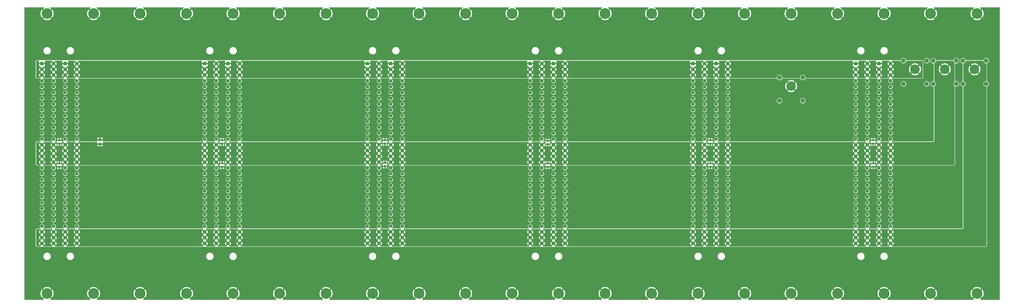
<source format=gbr>
G04 #@! TF.GenerationSoftware,KiCad,Pcbnew,5.1.8*
G04 #@! TF.CreationDate,2020-12-14T16:47:20+01:00*
G04 #@! TF.ProjectId,main,6d61696e-2e6b-4696-9361-645f70636258,v1.0.0*
G04 #@! TF.SameCoordinates,Original*
G04 #@! TF.FileFunction,Copper,L2,Bot*
G04 #@! TF.FilePolarity,Positive*
%FSLAX46Y46*%
G04 Gerber Fmt 4.6, Leading zero omitted, Abs format (unit mm)*
G04 Created by KiCad (PCBNEW 5.1.8) date 2020-12-14 16:47:20*
%MOMM*%
%LPD*%
G01*
G04 APERTURE LIST*
G04 #@! TA.AperFunction,ComponentPad*
%ADD10C,4.200000*%
G04 #@! TD*
G04 #@! TA.AperFunction,ComponentPad*
%ADD11C,2.000000*%
G04 #@! TD*
G04 #@! TA.AperFunction,ComponentPad*
%ADD12C,4.700000*%
G04 #@! TD*
G04 #@! TA.AperFunction,ComponentPad*
%ADD13C,1.550000*%
G04 #@! TD*
G04 #@! TA.AperFunction,Conductor*
%ADD14C,0.254000*%
G04 #@! TD*
G04 #@! TA.AperFunction,Conductor*
%ADD15C,0.100000*%
G04 #@! TD*
G04 APERTURE END LIST*
D10*
X351060000Y-56355000D03*
D11*
X356140000Y-52555000D03*
X356140000Y-62715000D03*
X345980000Y-62715000D03*
X345980000Y-52555000D03*
X413120000Y-45185000D03*
X413120000Y-55345000D03*
X423280000Y-55345000D03*
X423280000Y-45185000D03*
D10*
X418200000Y-48985000D03*
D11*
X400120000Y-45185000D03*
X400120000Y-55345000D03*
X410280000Y-55345000D03*
X410280000Y-45185000D03*
D10*
X405200000Y-48985000D03*
D11*
X426120000Y-45185000D03*
X426120000Y-55345000D03*
X436280000Y-55345000D03*
X436280000Y-45185000D03*
D10*
X431200000Y-48985000D03*
G04 #@! TA.AperFunction,SMDPad,CuDef*
G36*
G01*
X49550001Y-80375000D02*
X48649999Y-80375000D01*
G75*
G02*
X48400000Y-80125001I0J249999D01*
G01*
X48400000Y-79599999D01*
G75*
G02*
X48649999Y-79350000I249999J0D01*
G01*
X49550001Y-79350000D01*
G75*
G02*
X49800000Y-79599999I0J-249999D01*
G01*
X49800000Y-80125001D01*
G75*
G02*
X49550001Y-80375000I-249999J0D01*
G01*
G37*
G04 #@! TD.AperFunction*
G04 #@! TA.AperFunction,SMDPad,CuDef*
G36*
G01*
X49550001Y-82200000D02*
X48649999Y-82200000D01*
G75*
G02*
X48400000Y-81950001I0J249999D01*
G01*
X48400000Y-81424999D01*
G75*
G02*
X48649999Y-81175000I249999J0D01*
G01*
X49550001Y-81175000D01*
G75*
G02*
X49800000Y-81424999I0J-249999D01*
G01*
X49800000Y-81950001D01*
G75*
G02*
X49550001Y-82200000I-249999J0D01*
G01*
G37*
G04 #@! TD.AperFunction*
G04 #@! TA.AperFunction,SMDPad,CuDef*
G36*
G01*
X386670000Y-91260000D02*
X387170000Y-91260000D01*
G75*
G02*
X387395000Y-91485000I0J-225000D01*
G01*
X387395000Y-91935000D01*
G75*
G02*
X387170000Y-92160000I-225000J0D01*
G01*
X386670000Y-92160000D01*
G75*
G02*
X386445000Y-91935000I0J225000D01*
G01*
X386445000Y-91485000D01*
G75*
G02*
X386670000Y-91260000I225000J0D01*
G01*
G37*
G04 #@! TD.AperFunction*
G04 #@! TA.AperFunction,SMDPad,CuDef*
G36*
G01*
X386670000Y-89710000D02*
X387170000Y-89710000D01*
G75*
G02*
X387395000Y-89935000I0J-225000D01*
G01*
X387395000Y-90385000D01*
G75*
G02*
X387170000Y-90610000I-225000J0D01*
G01*
X386670000Y-90610000D01*
G75*
G02*
X386445000Y-90385000I0J225000D01*
G01*
X386445000Y-89935000D01*
G75*
G02*
X386670000Y-89710000I225000J0D01*
G01*
G37*
G04 #@! TD.AperFunction*
G04 #@! TA.AperFunction,SMDPad,CuDef*
G36*
G01*
X387170000Y-80450000D02*
X386670000Y-80450000D01*
G75*
G02*
X386445000Y-80225000I0J225000D01*
G01*
X386445000Y-79775000D01*
G75*
G02*
X386670000Y-79550000I225000J0D01*
G01*
X387170000Y-79550000D01*
G75*
G02*
X387395000Y-79775000I0J-225000D01*
G01*
X387395000Y-80225000D01*
G75*
G02*
X387170000Y-80450000I-225000J0D01*
G01*
G37*
G04 #@! TD.AperFunction*
G04 #@! TA.AperFunction,SMDPad,CuDef*
G36*
G01*
X387170000Y-82000000D02*
X386670000Y-82000000D01*
G75*
G02*
X386445000Y-81775000I0J225000D01*
G01*
X386445000Y-81325000D01*
G75*
G02*
X386670000Y-81100000I225000J0D01*
G01*
X387170000Y-81100000D01*
G75*
G02*
X387395000Y-81325000I0J-225000D01*
G01*
X387395000Y-81775000D01*
G75*
G02*
X387170000Y-82000000I-225000J0D01*
G01*
G37*
G04 #@! TD.AperFunction*
G04 #@! TA.AperFunction,SMDPad,CuDef*
G36*
G01*
X315550000Y-91260000D02*
X316050000Y-91260000D01*
G75*
G02*
X316275000Y-91485000I0J-225000D01*
G01*
X316275000Y-91935000D01*
G75*
G02*
X316050000Y-92160000I-225000J0D01*
G01*
X315550000Y-92160000D01*
G75*
G02*
X315325000Y-91935000I0J225000D01*
G01*
X315325000Y-91485000D01*
G75*
G02*
X315550000Y-91260000I225000J0D01*
G01*
G37*
G04 #@! TD.AperFunction*
G04 #@! TA.AperFunction,SMDPad,CuDef*
G36*
G01*
X315550000Y-89710000D02*
X316050000Y-89710000D01*
G75*
G02*
X316275000Y-89935000I0J-225000D01*
G01*
X316275000Y-90385000D01*
G75*
G02*
X316050000Y-90610000I-225000J0D01*
G01*
X315550000Y-90610000D01*
G75*
G02*
X315325000Y-90385000I0J225000D01*
G01*
X315325000Y-89935000D01*
G75*
G02*
X315550000Y-89710000I225000J0D01*
G01*
G37*
G04 #@! TD.AperFunction*
G04 #@! TA.AperFunction,SMDPad,CuDef*
G36*
G01*
X316050000Y-80450000D02*
X315550000Y-80450000D01*
G75*
G02*
X315325000Y-80225000I0J225000D01*
G01*
X315325000Y-79775000D01*
G75*
G02*
X315550000Y-79550000I225000J0D01*
G01*
X316050000Y-79550000D01*
G75*
G02*
X316275000Y-79775000I0J-225000D01*
G01*
X316275000Y-80225000D01*
G75*
G02*
X316050000Y-80450000I-225000J0D01*
G01*
G37*
G04 #@! TD.AperFunction*
G04 #@! TA.AperFunction,SMDPad,CuDef*
G36*
G01*
X316050000Y-82000000D02*
X315550000Y-82000000D01*
G75*
G02*
X315325000Y-81775000I0J225000D01*
G01*
X315325000Y-81325000D01*
G75*
G02*
X315550000Y-81100000I225000J0D01*
G01*
X316050000Y-81100000D01*
G75*
G02*
X316275000Y-81325000I0J-225000D01*
G01*
X316275000Y-81775000D01*
G75*
G02*
X316050000Y-82000000I-225000J0D01*
G01*
G37*
G04 #@! TD.AperFunction*
G04 #@! TA.AperFunction,SMDPad,CuDef*
G36*
G01*
X244430000Y-91260000D02*
X244930000Y-91260000D01*
G75*
G02*
X245155000Y-91485000I0J-225000D01*
G01*
X245155000Y-91935000D01*
G75*
G02*
X244930000Y-92160000I-225000J0D01*
G01*
X244430000Y-92160000D01*
G75*
G02*
X244205000Y-91935000I0J225000D01*
G01*
X244205000Y-91485000D01*
G75*
G02*
X244430000Y-91260000I225000J0D01*
G01*
G37*
G04 #@! TD.AperFunction*
G04 #@! TA.AperFunction,SMDPad,CuDef*
G36*
G01*
X244430000Y-89710000D02*
X244930000Y-89710000D01*
G75*
G02*
X245155000Y-89935000I0J-225000D01*
G01*
X245155000Y-90385000D01*
G75*
G02*
X244930000Y-90610000I-225000J0D01*
G01*
X244430000Y-90610000D01*
G75*
G02*
X244205000Y-90385000I0J225000D01*
G01*
X244205000Y-89935000D01*
G75*
G02*
X244430000Y-89710000I225000J0D01*
G01*
G37*
G04 #@! TD.AperFunction*
G04 #@! TA.AperFunction,SMDPad,CuDef*
G36*
G01*
X173310000Y-91006000D02*
X173810000Y-91006000D01*
G75*
G02*
X174035000Y-91231000I0J-225000D01*
G01*
X174035000Y-91681000D01*
G75*
G02*
X173810000Y-91906000I-225000J0D01*
G01*
X173310000Y-91906000D01*
G75*
G02*
X173085000Y-91681000I0J225000D01*
G01*
X173085000Y-91231000D01*
G75*
G02*
X173310000Y-91006000I225000J0D01*
G01*
G37*
G04 #@! TD.AperFunction*
G04 #@! TA.AperFunction,SMDPad,CuDef*
G36*
G01*
X173310000Y-89456000D02*
X173810000Y-89456000D01*
G75*
G02*
X174035000Y-89681000I0J-225000D01*
G01*
X174035000Y-90131000D01*
G75*
G02*
X173810000Y-90356000I-225000J0D01*
G01*
X173310000Y-90356000D01*
G75*
G02*
X173085000Y-90131000I0J225000D01*
G01*
X173085000Y-89681000D01*
G75*
G02*
X173310000Y-89456000I225000J0D01*
G01*
G37*
G04 #@! TD.AperFunction*
G04 #@! TA.AperFunction,SMDPad,CuDef*
G36*
G01*
X244930000Y-80704000D02*
X244430000Y-80704000D01*
G75*
G02*
X244205000Y-80479000I0J225000D01*
G01*
X244205000Y-80029000D01*
G75*
G02*
X244430000Y-79804000I225000J0D01*
G01*
X244930000Y-79804000D01*
G75*
G02*
X245155000Y-80029000I0J-225000D01*
G01*
X245155000Y-80479000D01*
G75*
G02*
X244930000Y-80704000I-225000J0D01*
G01*
G37*
G04 #@! TD.AperFunction*
G04 #@! TA.AperFunction,SMDPad,CuDef*
G36*
G01*
X244930000Y-82254000D02*
X244430000Y-82254000D01*
G75*
G02*
X244205000Y-82029000I0J225000D01*
G01*
X244205000Y-81579000D01*
G75*
G02*
X244430000Y-81354000I225000J0D01*
G01*
X244930000Y-81354000D01*
G75*
G02*
X245155000Y-81579000I0J-225000D01*
G01*
X245155000Y-82029000D01*
G75*
G02*
X244930000Y-82254000I-225000J0D01*
G01*
G37*
G04 #@! TD.AperFunction*
G04 #@! TA.AperFunction,SMDPad,CuDef*
G36*
G01*
X173810000Y-80450000D02*
X173310000Y-80450000D01*
G75*
G02*
X173085000Y-80225000I0J225000D01*
G01*
X173085000Y-79775000D01*
G75*
G02*
X173310000Y-79550000I225000J0D01*
G01*
X173810000Y-79550000D01*
G75*
G02*
X174035000Y-79775000I0J-225000D01*
G01*
X174035000Y-80225000D01*
G75*
G02*
X173810000Y-80450000I-225000J0D01*
G01*
G37*
G04 #@! TD.AperFunction*
G04 #@! TA.AperFunction,SMDPad,CuDef*
G36*
G01*
X173810000Y-82000000D02*
X173310000Y-82000000D01*
G75*
G02*
X173085000Y-81775000I0J225000D01*
G01*
X173085000Y-81325000D01*
G75*
G02*
X173310000Y-81100000I225000J0D01*
G01*
X173810000Y-81100000D01*
G75*
G02*
X174035000Y-81325000I0J-225000D01*
G01*
X174035000Y-81775000D01*
G75*
G02*
X173810000Y-82000000I-225000J0D01*
G01*
G37*
G04 #@! TD.AperFunction*
G04 #@! TA.AperFunction,SMDPad,CuDef*
G36*
G01*
X102190000Y-91260000D02*
X102690000Y-91260000D01*
G75*
G02*
X102915000Y-91485000I0J-225000D01*
G01*
X102915000Y-91935000D01*
G75*
G02*
X102690000Y-92160000I-225000J0D01*
G01*
X102190000Y-92160000D01*
G75*
G02*
X101965000Y-91935000I0J225000D01*
G01*
X101965000Y-91485000D01*
G75*
G02*
X102190000Y-91260000I225000J0D01*
G01*
G37*
G04 #@! TD.AperFunction*
G04 #@! TA.AperFunction,SMDPad,CuDef*
G36*
G01*
X102190000Y-89710000D02*
X102690000Y-89710000D01*
G75*
G02*
X102915000Y-89935000I0J-225000D01*
G01*
X102915000Y-90385000D01*
G75*
G02*
X102690000Y-90610000I-225000J0D01*
G01*
X102190000Y-90610000D01*
G75*
G02*
X101965000Y-90385000I0J225000D01*
G01*
X101965000Y-89935000D01*
G75*
G02*
X102190000Y-89710000I225000J0D01*
G01*
G37*
G04 #@! TD.AperFunction*
G04 #@! TA.AperFunction,SMDPad,CuDef*
G36*
G01*
X102690000Y-80450000D02*
X102190000Y-80450000D01*
G75*
G02*
X101965000Y-80225000I0J225000D01*
G01*
X101965000Y-79775000D01*
G75*
G02*
X102190000Y-79550000I225000J0D01*
G01*
X102690000Y-79550000D01*
G75*
G02*
X102915000Y-79775000I0J-225000D01*
G01*
X102915000Y-80225000D01*
G75*
G02*
X102690000Y-80450000I-225000J0D01*
G01*
G37*
G04 #@! TD.AperFunction*
G04 #@! TA.AperFunction,SMDPad,CuDef*
G36*
G01*
X102690000Y-82000000D02*
X102190000Y-82000000D01*
G75*
G02*
X101965000Y-81775000I0J225000D01*
G01*
X101965000Y-81325000D01*
G75*
G02*
X102190000Y-81100000I225000J0D01*
G01*
X102690000Y-81100000D01*
G75*
G02*
X102915000Y-81325000I0J-225000D01*
G01*
X102915000Y-81775000D01*
G75*
G02*
X102690000Y-82000000I-225000J0D01*
G01*
G37*
G04 #@! TD.AperFunction*
G04 #@! TA.AperFunction,SMDPad,CuDef*
G36*
G01*
X31070000Y-91260000D02*
X31570000Y-91260000D01*
G75*
G02*
X31795000Y-91485000I0J-225000D01*
G01*
X31795000Y-91935000D01*
G75*
G02*
X31570000Y-92160000I-225000J0D01*
G01*
X31070000Y-92160000D01*
G75*
G02*
X30845000Y-91935000I0J225000D01*
G01*
X30845000Y-91485000D01*
G75*
G02*
X31070000Y-91260000I225000J0D01*
G01*
G37*
G04 #@! TD.AperFunction*
G04 #@! TA.AperFunction,SMDPad,CuDef*
G36*
G01*
X31070000Y-89710000D02*
X31570000Y-89710000D01*
G75*
G02*
X31795000Y-89935000I0J-225000D01*
G01*
X31795000Y-90385000D01*
G75*
G02*
X31570000Y-90610000I-225000J0D01*
G01*
X31070000Y-90610000D01*
G75*
G02*
X30845000Y-90385000I0J225000D01*
G01*
X30845000Y-89935000D01*
G75*
G02*
X31070000Y-89710000I225000J0D01*
G01*
G37*
G04 #@! TD.AperFunction*
G04 #@! TA.AperFunction,SMDPad,CuDef*
G36*
G01*
X31570000Y-80450000D02*
X31070000Y-80450000D01*
G75*
G02*
X30845000Y-80225000I0J225000D01*
G01*
X30845000Y-79775000D01*
G75*
G02*
X31070000Y-79550000I225000J0D01*
G01*
X31570000Y-79550000D01*
G75*
G02*
X31795000Y-79775000I0J-225000D01*
G01*
X31795000Y-80225000D01*
G75*
G02*
X31570000Y-80450000I-225000J0D01*
G01*
G37*
G04 #@! TD.AperFunction*
G04 #@! TA.AperFunction,SMDPad,CuDef*
G36*
G01*
X31570000Y-82000000D02*
X31070000Y-82000000D01*
G75*
G02*
X30845000Y-81775000I0J225000D01*
G01*
X30845000Y-81325000D01*
G75*
G02*
X31070000Y-81100000I225000J0D01*
G01*
X31570000Y-81100000D01*
G75*
G02*
X31795000Y-81325000I0J-225000D01*
G01*
X31795000Y-81775000D01*
G75*
G02*
X31570000Y-82000000I-225000J0D01*
G01*
G37*
G04 #@! TD.AperFunction*
D12*
X432340000Y-147105000D03*
X432340000Y-24605000D03*
X412020000Y-147105000D03*
X412020000Y-24605000D03*
X391700000Y-147105000D03*
X391700000Y-24605000D03*
X371380000Y-147105000D03*
X371380000Y-24605000D03*
X351060000Y-147105000D03*
X351060000Y-24605000D03*
X330740000Y-147105000D03*
X330740000Y-24605000D03*
X310420000Y-147105000D03*
X310420000Y-24605000D03*
X290100000Y-147105000D03*
X290100000Y-24605000D03*
X269780000Y-147105000D03*
X269780000Y-24605000D03*
X249460000Y-147105000D03*
X249460000Y-24605000D03*
X229140000Y-147105000D03*
X229140000Y-24605000D03*
X208820000Y-147105000D03*
X208820000Y-24605000D03*
X188500000Y-147105000D03*
X188500000Y-24605000D03*
X168180000Y-147105000D03*
X168180000Y-24605000D03*
X147860000Y-147105000D03*
X147860000Y-24605000D03*
X127540000Y-147105000D03*
X127540000Y-24605000D03*
X107220000Y-147105000D03*
X107220000Y-24605000D03*
X86900000Y-147105000D03*
X86900000Y-24605000D03*
X66580000Y-147105000D03*
X66580000Y-24605000D03*
X46260000Y-147105000D03*
X46260000Y-24605000D03*
X25940000Y-147105000D03*
X25940000Y-24605000D03*
D13*
X38940000Y-125225000D03*
X38940000Y-122685000D03*
X38940000Y-120145000D03*
X38940000Y-117605000D03*
X38940000Y-115065000D03*
X38940000Y-112525000D03*
X38940000Y-109985000D03*
X38940000Y-107445000D03*
X38940000Y-104905000D03*
X38940000Y-102365000D03*
X38940000Y-99825000D03*
X38940000Y-97285000D03*
X38940000Y-94745000D03*
X38940000Y-92205000D03*
X38940000Y-89665000D03*
X38940000Y-87125000D03*
X38940000Y-84585000D03*
X38940000Y-82045000D03*
X38940000Y-79505000D03*
X38940000Y-76965000D03*
X38940000Y-74425000D03*
X38940000Y-71885000D03*
X38940000Y-69345000D03*
X38940000Y-66805000D03*
X38940000Y-64265000D03*
X38940000Y-61725000D03*
X38940000Y-59185000D03*
X38940000Y-56645000D03*
X38940000Y-54105000D03*
X38940000Y-51565000D03*
X38940000Y-49025000D03*
X38940000Y-46485000D03*
X33860000Y-125225000D03*
X33860000Y-122685000D03*
X33860000Y-120145000D03*
X33860000Y-117605000D03*
X33860000Y-115065000D03*
X33860000Y-112525000D03*
X33860000Y-109985000D03*
X33860000Y-107445000D03*
X33860000Y-104905000D03*
X33860000Y-102365000D03*
X33860000Y-99825000D03*
X33860000Y-97285000D03*
X33860000Y-94745000D03*
X33860000Y-92205000D03*
X33860000Y-89665000D03*
X33860000Y-87125000D03*
X33860000Y-84585000D03*
X33860000Y-82045000D03*
X33860000Y-79505000D03*
X33860000Y-76965000D03*
X33860000Y-74425000D03*
X33860000Y-71885000D03*
X33860000Y-69345000D03*
X33860000Y-66805000D03*
X33860000Y-64265000D03*
X33860000Y-61725000D03*
X33860000Y-59185000D03*
X33860000Y-56645000D03*
X33860000Y-54105000D03*
X33860000Y-51565000D03*
X33860000Y-49025000D03*
G04 #@! TA.AperFunction,ComponentPad*
G36*
G01*
X33085000Y-47010001D02*
X33085000Y-45959999D01*
G75*
G02*
X33334999Y-45710000I249999J0D01*
G01*
X34385001Y-45710000D01*
G75*
G02*
X34635000Y-45959999I0J-249999D01*
G01*
X34635000Y-47010001D01*
G75*
G02*
X34385001Y-47260000I-249999J0D01*
G01*
X33334999Y-47260000D01*
G75*
G02*
X33085000Y-47010001I0J249999D01*
G01*
G37*
G04 #@! TD.AperFunction*
X394540000Y-125225000D03*
X394540000Y-122685000D03*
X394540000Y-120145000D03*
X394540000Y-117605000D03*
X394540000Y-115065000D03*
X394540000Y-112525000D03*
X394540000Y-109985000D03*
X394540000Y-107445000D03*
X394540000Y-104905000D03*
X394540000Y-102365000D03*
X394540000Y-99825000D03*
X394540000Y-97285000D03*
X394540000Y-94745000D03*
X394540000Y-92205000D03*
X394540000Y-89665000D03*
X394540000Y-87125000D03*
X394540000Y-84585000D03*
X394540000Y-82045000D03*
X394540000Y-79505000D03*
X394540000Y-76965000D03*
X394540000Y-74425000D03*
X394540000Y-71885000D03*
X394540000Y-69345000D03*
X394540000Y-66805000D03*
X394540000Y-64265000D03*
X394540000Y-61725000D03*
X394540000Y-59185000D03*
X394540000Y-56645000D03*
X394540000Y-54105000D03*
X394540000Y-51565000D03*
X394540000Y-49025000D03*
X394540000Y-46485000D03*
X389460000Y-125225000D03*
X389460000Y-122685000D03*
X389460000Y-120145000D03*
X389460000Y-117605000D03*
X389460000Y-115065000D03*
X389460000Y-112525000D03*
X389460000Y-109985000D03*
X389460000Y-107445000D03*
X389460000Y-104905000D03*
X389460000Y-102365000D03*
X389460000Y-99825000D03*
X389460000Y-97285000D03*
X389460000Y-94745000D03*
X389460000Y-92205000D03*
X389460000Y-89665000D03*
X389460000Y-87125000D03*
X389460000Y-84585000D03*
X389460000Y-82045000D03*
X389460000Y-79505000D03*
X389460000Y-76965000D03*
X389460000Y-74425000D03*
X389460000Y-71885000D03*
X389460000Y-69345000D03*
X389460000Y-66805000D03*
X389460000Y-64265000D03*
X389460000Y-61725000D03*
X389460000Y-59185000D03*
X389460000Y-56645000D03*
X389460000Y-54105000D03*
X389460000Y-51565000D03*
X389460000Y-49025000D03*
G04 #@! TA.AperFunction,ComponentPad*
G36*
G01*
X388685000Y-47010001D02*
X388685000Y-45959999D01*
G75*
G02*
X388934999Y-45710000I249999J0D01*
G01*
X389985001Y-45710000D01*
G75*
G02*
X390235000Y-45959999I0J-249999D01*
G01*
X390235000Y-47010001D01*
G75*
G02*
X389985001Y-47260000I-249999J0D01*
G01*
X388934999Y-47260000D01*
G75*
G02*
X388685000Y-47010001I0J249999D01*
G01*
G37*
G04 #@! TD.AperFunction*
X323420000Y-125225000D03*
X323420000Y-122685000D03*
X323420000Y-120145000D03*
X323420000Y-117605000D03*
X323420000Y-115065000D03*
X323420000Y-112525000D03*
X323420000Y-109985000D03*
X323420000Y-107445000D03*
X323420000Y-104905000D03*
X323420000Y-102365000D03*
X323420000Y-99825000D03*
X323420000Y-97285000D03*
X323420000Y-94745000D03*
X323420000Y-92205000D03*
X323420000Y-89665000D03*
X323420000Y-87125000D03*
X323420000Y-84585000D03*
X323420000Y-82045000D03*
X323420000Y-79505000D03*
X323420000Y-76965000D03*
X323420000Y-74425000D03*
X323420000Y-71885000D03*
X323420000Y-69345000D03*
X323420000Y-66805000D03*
X323420000Y-64265000D03*
X323420000Y-61725000D03*
X323420000Y-59185000D03*
X323420000Y-56645000D03*
X323420000Y-54105000D03*
X323420000Y-51565000D03*
X323420000Y-49025000D03*
X323420000Y-46485000D03*
X318340000Y-125225000D03*
X318340000Y-122685000D03*
X318340000Y-120145000D03*
X318340000Y-117605000D03*
X318340000Y-115065000D03*
X318340000Y-112525000D03*
X318340000Y-109985000D03*
X318340000Y-107445000D03*
X318340000Y-104905000D03*
X318340000Y-102365000D03*
X318340000Y-99825000D03*
X318340000Y-97285000D03*
X318340000Y-94745000D03*
X318340000Y-92205000D03*
X318340000Y-89665000D03*
X318340000Y-87125000D03*
X318340000Y-84585000D03*
X318340000Y-82045000D03*
X318340000Y-79505000D03*
X318340000Y-76965000D03*
X318340000Y-74425000D03*
X318340000Y-71885000D03*
X318340000Y-69345000D03*
X318340000Y-66805000D03*
X318340000Y-64265000D03*
X318340000Y-61725000D03*
X318340000Y-59185000D03*
X318340000Y-56645000D03*
X318340000Y-54105000D03*
X318340000Y-51565000D03*
X318340000Y-49025000D03*
G04 #@! TA.AperFunction,ComponentPad*
G36*
G01*
X317565000Y-47010001D02*
X317565000Y-45959999D01*
G75*
G02*
X317814999Y-45710000I249999J0D01*
G01*
X318865001Y-45710000D01*
G75*
G02*
X319115000Y-45959999I0J-249999D01*
G01*
X319115000Y-47010001D01*
G75*
G02*
X318865001Y-47260000I-249999J0D01*
G01*
X317814999Y-47260000D01*
G75*
G02*
X317565000Y-47010001I0J249999D01*
G01*
G37*
G04 #@! TD.AperFunction*
X252300000Y-125225000D03*
X252300000Y-122685000D03*
X252300000Y-120145000D03*
X252300000Y-117605000D03*
X252300000Y-115065000D03*
X252300000Y-112525000D03*
X252300000Y-109985000D03*
X252300000Y-107445000D03*
X252300000Y-104905000D03*
X252300000Y-102365000D03*
X252300000Y-99825000D03*
X252300000Y-97285000D03*
X252300000Y-94745000D03*
X252300000Y-92205000D03*
X252300000Y-89665000D03*
X252300000Y-87125000D03*
X252300000Y-84585000D03*
X252300000Y-82045000D03*
X252300000Y-79505000D03*
X252300000Y-76965000D03*
X252300000Y-74425000D03*
X252300000Y-71885000D03*
X252300000Y-69345000D03*
X252300000Y-66805000D03*
X252300000Y-64265000D03*
X252300000Y-61725000D03*
X252300000Y-59185000D03*
X252300000Y-56645000D03*
X252300000Y-54105000D03*
X252300000Y-51565000D03*
X252300000Y-49025000D03*
X252300000Y-46485000D03*
X247220000Y-125225000D03*
X247220000Y-122685000D03*
X247220000Y-120145000D03*
X247220000Y-117605000D03*
X247220000Y-115065000D03*
X247220000Y-112525000D03*
X247220000Y-109985000D03*
X247220000Y-107445000D03*
X247220000Y-104905000D03*
X247220000Y-102365000D03*
X247220000Y-99825000D03*
X247220000Y-97285000D03*
X247220000Y-94745000D03*
X247220000Y-92205000D03*
X247220000Y-89665000D03*
X247220000Y-87125000D03*
X247220000Y-84585000D03*
X247220000Y-82045000D03*
X247220000Y-79505000D03*
X247220000Y-76965000D03*
X247220000Y-74425000D03*
X247220000Y-71885000D03*
X247220000Y-69345000D03*
X247220000Y-66805000D03*
X247220000Y-64265000D03*
X247220000Y-61725000D03*
X247220000Y-59185000D03*
X247220000Y-56645000D03*
X247220000Y-54105000D03*
X247220000Y-51565000D03*
X247220000Y-49025000D03*
G04 #@! TA.AperFunction,ComponentPad*
G36*
G01*
X246445000Y-47010001D02*
X246445000Y-45959999D01*
G75*
G02*
X246694999Y-45710000I249999J0D01*
G01*
X247745001Y-45710000D01*
G75*
G02*
X247995000Y-45959999I0J-249999D01*
G01*
X247995000Y-47010001D01*
G75*
G02*
X247745001Y-47260000I-249999J0D01*
G01*
X246694999Y-47260000D01*
G75*
G02*
X246445000Y-47010001I0J249999D01*
G01*
G37*
G04 #@! TD.AperFunction*
X181180000Y-125225000D03*
X181180000Y-122685000D03*
X181180000Y-120145000D03*
X181180000Y-117605000D03*
X181180000Y-115065000D03*
X181180000Y-112525000D03*
X181180000Y-109985000D03*
X181180000Y-107445000D03*
X181180000Y-104905000D03*
X181180000Y-102365000D03*
X181180000Y-99825000D03*
X181180000Y-97285000D03*
X181180000Y-94745000D03*
X181180000Y-92205000D03*
X181180000Y-89665000D03*
X181180000Y-87125000D03*
X181180000Y-84585000D03*
X181180000Y-82045000D03*
X181180000Y-79505000D03*
X181180000Y-76965000D03*
X181180000Y-74425000D03*
X181180000Y-71885000D03*
X181180000Y-69345000D03*
X181180000Y-66805000D03*
X181180000Y-64265000D03*
X181180000Y-61725000D03*
X181180000Y-59185000D03*
X181180000Y-56645000D03*
X181180000Y-54105000D03*
X181180000Y-51565000D03*
X181180000Y-49025000D03*
X181180000Y-46485000D03*
X176100000Y-125225000D03*
X176100000Y-122685000D03*
X176100000Y-120145000D03*
X176100000Y-117605000D03*
X176100000Y-115065000D03*
X176100000Y-112525000D03*
X176100000Y-109985000D03*
X176100000Y-107445000D03*
X176100000Y-104905000D03*
X176100000Y-102365000D03*
X176100000Y-99825000D03*
X176100000Y-97285000D03*
X176100000Y-94745000D03*
X176100000Y-92205000D03*
X176100000Y-89665000D03*
X176100000Y-87125000D03*
X176100000Y-84585000D03*
X176100000Y-82045000D03*
X176100000Y-79505000D03*
X176100000Y-76965000D03*
X176100000Y-74425000D03*
X176100000Y-71885000D03*
X176100000Y-69345000D03*
X176100000Y-66805000D03*
X176100000Y-64265000D03*
X176100000Y-61725000D03*
X176100000Y-59185000D03*
X176100000Y-56645000D03*
X176100000Y-54105000D03*
X176100000Y-51565000D03*
X176100000Y-49025000D03*
G04 #@! TA.AperFunction,ComponentPad*
G36*
G01*
X175325000Y-47010001D02*
X175325000Y-45959999D01*
G75*
G02*
X175574999Y-45710000I249999J0D01*
G01*
X176625001Y-45710000D01*
G75*
G02*
X176875000Y-45959999I0J-249999D01*
G01*
X176875000Y-47010001D01*
G75*
G02*
X176625001Y-47260000I-249999J0D01*
G01*
X175574999Y-47260000D01*
G75*
G02*
X175325000Y-47010001I0J249999D01*
G01*
G37*
G04 #@! TD.AperFunction*
X110060000Y-125225000D03*
X110060000Y-122685000D03*
X110060000Y-120145000D03*
X110060000Y-117605000D03*
X110060000Y-115065000D03*
X110060000Y-112525000D03*
X110060000Y-109985000D03*
X110060000Y-107445000D03*
X110060000Y-104905000D03*
X110060000Y-102365000D03*
X110060000Y-99825000D03*
X110060000Y-97285000D03*
X110060000Y-94745000D03*
X110060000Y-92205000D03*
X110060000Y-89665000D03*
X110060000Y-87125000D03*
X110060000Y-84585000D03*
X110060000Y-82045000D03*
X110060000Y-79505000D03*
X110060000Y-76965000D03*
X110060000Y-74425000D03*
X110060000Y-71885000D03*
X110060000Y-69345000D03*
X110060000Y-66805000D03*
X110060000Y-64265000D03*
X110060000Y-61725000D03*
X110060000Y-59185000D03*
X110060000Y-56645000D03*
X110060000Y-54105000D03*
X110060000Y-51565000D03*
X110060000Y-49025000D03*
X110060000Y-46485000D03*
X104980000Y-125225000D03*
X104980000Y-122685000D03*
X104980000Y-120145000D03*
X104980000Y-117605000D03*
X104980000Y-115065000D03*
X104980000Y-112525000D03*
X104980000Y-109985000D03*
X104980000Y-107445000D03*
X104980000Y-104905000D03*
X104980000Y-102365000D03*
X104980000Y-99825000D03*
X104980000Y-97285000D03*
X104980000Y-94745000D03*
X104980000Y-92205000D03*
X104980000Y-89665000D03*
X104980000Y-87125000D03*
X104980000Y-84585000D03*
X104980000Y-82045000D03*
X104980000Y-79505000D03*
X104980000Y-76965000D03*
X104980000Y-74425000D03*
X104980000Y-71885000D03*
X104980000Y-69345000D03*
X104980000Y-66805000D03*
X104980000Y-64265000D03*
X104980000Y-61725000D03*
X104980000Y-59185000D03*
X104980000Y-56645000D03*
X104980000Y-54105000D03*
X104980000Y-51565000D03*
X104980000Y-49025000D03*
G04 #@! TA.AperFunction,ComponentPad*
G36*
G01*
X104205000Y-47010001D02*
X104205000Y-45959999D01*
G75*
G02*
X104454999Y-45710000I249999J0D01*
G01*
X105505001Y-45710000D01*
G75*
G02*
X105755000Y-45959999I0J-249999D01*
G01*
X105755000Y-47010001D01*
G75*
G02*
X105505001Y-47260000I-249999J0D01*
G01*
X104454999Y-47260000D01*
G75*
G02*
X104205000Y-47010001I0J249999D01*
G01*
G37*
G04 #@! TD.AperFunction*
X384380000Y-125225000D03*
X384380000Y-122685000D03*
X384380000Y-120145000D03*
X384380000Y-117605000D03*
X384380000Y-115065000D03*
X384380000Y-112525000D03*
X384380000Y-109985000D03*
X384380000Y-107445000D03*
X384380000Y-104905000D03*
X384380000Y-102365000D03*
X384380000Y-99825000D03*
X384380000Y-97285000D03*
X384380000Y-94745000D03*
X384380000Y-92205000D03*
X384380000Y-89665000D03*
X384380000Y-87125000D03*
X384380000Y-84585000D03*
X384380000Y-82045000D03*
X384380000Y-79505000D03*
X384380000Y-76965000D03*
X384380000Y-74425000D03*
X384380000Y-71885000D03*
X384380000Y-69345000D03*
X384380000Y-66805000D03*
X384380000Y-64265000D03*
X384380000Y-61725000D03*
X384380000Y-59185000D03*
X384380000Y-56645000D03*
X384380000Y-54105000D03*
X384380000Y-51565000D03*
X384380000Y-49025000D03*
X384380000Y-46485000D03*
X379300000Y-125225000D03*
X379300000Y-122685000D03*
X379300000Y-120145000D03*
X379300000Y-117605000D03*
X379300000Y-115065000D03*
X379300000Y-112525000D03*
X379300000Y-109985000D03*
X379300000Y-107445000D03*
X379300000Y-104905000D03*
X379300000Y-102365000D03*
X379300000Y-99825000D03*
X379300000Y-97285000D03*
X379300000Y-94745000D03*
X379300000Y-92205000D03*
X379300000Y-89665000D03*
X379300000Y-87125000D03*
X379300000Y-84585000D03*
X379300000Y-82045000D03*
X379300000Y-79505000D03*
X379300000Y-76965000D03*
X379300000Y-74425000D03*
X379300000Y-71885000D03*
X379300000Y-69345000D03*
X379300000Y-66805000D03*
X379300000Y-64265000D03*
X379300000Y-61725000D03*
X379300000Y-59185000D03*
X379300000Y-56645000D03*
X379300000Y-54105000D03*
X379300000Y-51565000D03*
X379300000Y-49025000D03*
G04 #@! TA.AperFunction,ComponentPad*
G36*
G01*
X378525000Y-47010001D02*
X378525000Y-45959999D01*
G75*
G02*
X378774999Y-45710000I249999J0D01*
G01*
X379825001Y-45710000D01*
G75*
G02*
X380075000Y-45959999I0J-249999D01*
G01*
X380075000Y-47010001D01*
G75*
G02*
X379825001Y-47260000I-249999J0D01*
G01*
X378774999Y-47260000D01*
G75*
G02*
X378525000Y-47010001I0J249999D01*
G01*
G37*
G04 #@! TD.AperFunction*
X313260000Y-125225000D03*
X313260000Y-122685000D03*
X313260000Y-120145000D03*
X313260000Y-117605000D03*
X313260000Y-115065000D03*
X313260000Y-112525000D03*
X313260000Y-109985000D03*
X313260000Y-107445000D03*
X313260000Y-104905000D03*
X313260000Y-102365000D03*
X313260000Y-99825000D03*
X313260000Y-97285000D03*
X313260000Y-94745000D03*
X313260000Y-92205000D03*
X313260000Y-89665000D03*
X313260000Y-87125000D03*
X313260000Y-84585000D03*
X313260000Y-82045000D03*
X313260000Y-79505000D03*
X313260000Y-76965000D03*
X313260000Y-74425000D03*
X313260000Y-71885000D03*
X313260000Y-69345000D03*
X313260000Y-66805000D03*
X313260000Y-64265000D03*
X313260000Y-61725000D03*
X313260000Y-59185000D03*
X313260000Y-56645000D03*
X313260000Y-54105000D03*
X313260000Y-51565000D03*
X313260000Y-49025000D03*
X313260000Y-46485000D03*
X308180000Y-125225000D03*
X308180000Y-122685000D03*
X308180000Y-120145000D03*
X308180000Y-117605000D03*
X308180000Y-115065000D03*
X308180000Y-112525000D03*
X308180000Y-109985000D03*
X308180000Y-107445000D03*
X308180000Y-104905000D03*
X308180000Y-102365000D03*
X308180000Y-99825000D03*
X308180000Y-97285000D03*
X308180000Y-94745000D03*
X308180000Y-92205000D03*
X308180000Y-89665000D03*
X308180000Y-87125000D03*
X308180000Y-84585000D03*
X308180000Y-82045000D03*
X308180000Y-79505000D03*
X308180000Y-76965000D03*
X308180000Y-74425000D03*
X308180000Y-71885000D03*
X308180000Y-69345000D03*
X308180000Y-66805000D03*
X308180000Y-64265000D03*
X308180000Y-61725000D03*
X308180000Y-59185000D03*
X308180000Y-56645000D03*
X308180000Y-54105000D03*
X308180000Y-51565000D03*
X308180000Y-49025000D03*
G04 #@! TA.AperFunction,ComponentPad*
G36*
G01*
X307405000Y-47010001D02*
X307405000Y-45959999D01*
G75*
G02*
X307654999Y-45710000I249999J0D01*
G01*
X308705001Y-45710000D01*
G75*
G02*
X308955000Y-45959999I0J-249999D01*
G01*
X308955000Y-47010001D01*
G75*
G02*
X308705001Y-47260000I-249999J0D01*
G01*
X307654999Y-47260000D01*
G75*
G02*
X307405000Y-47010001I0J249999D01*
G01*
G37*
G04 #@! TD.AperFunction*
X242140000Y-125225000D03*
X242140000Y-122685000D03*
X242140000Y-120145000D03*
X242140000Y-117605000D03*
X242140000Y-115065000D03*
X242140000Y-112525000D03*
X242140000Y-109985000D03*
X242140000Y-107445000D03*
X242140000Y-104905000D03*
X242140000Y-102365000D03*
X242140000Y-99825000D03*
X242140000Y-97285000D03*
X242140000Y-94745000D03*
X242140000Y-92205000D03*
X242140000Y-89665000D03*
X242140000Y-87125000D03*
X242140000Y-84585000D03*
X242140000Y-82045000D03*
X242140000Y-79505000D03*
X242140000Y-76965000D03*
X242140000Y-74425000D03*
X242140000Y-71885000D03*
X242140000Y-69345000D03*
X242140000Y-66805000D03*
X242140000Y-64265000D03*
X242140000Y-61725000D03*
X242140000Y-59185000D03*
X242140000Y-56645000D03*
X242140000Y-54105000D03*
X242140000Y-51565000D03*
X242140000Y-49025000D03*
X242140000Y-46485000D03*
X237060000Y-125225000D03*
X237060000Y-122685000D03*
X237060000Y-120145000D03*
X237060000Y-117605000D03*
X237060000Y-115065000D03*
X237060000Y-112525000D03*
X237060000Y-109985000D03*
X237060000Y-107445000D03*
X237060000Y-104905000D03*
X237060000Y-102365000D03*
X237060000Y-99825000D03*
X237060000Y-97285000D03*
X237060000Y-94745000D03*
X237060000Y-92205000D03*
X237060000Y-89665000D03*
X237060000Y-87125000D03*
X237060000Y-84585000D03*
X237060000Y-82045000D03*
X237060000Y-79505000D03*
X237060000Y-76965000D03*
X237060000Y-74425000D03*
X237060000Y-71885000D03*
X237060000Y-69345000D03*
X237060000Y-66805000D03*
X237060000Y-64265000D03*
X237060000Y-61725000D03*
X237060000Y-59185000D03*
X237060000Y-56645000D03*
X237060000Y-54105000D03*
X237060000Y-51565000D03*
X237060000Y-49025000D03*
G04 #@! TA.AperFunction,ComponentPad*
G36*
G01*
X236285000Y-47010001D02*
X236285000Y-45959999D01*
G75*
G02*
X236534999Y-45710000I249999J0D01*
G01*
X237585001Y-45710000D01*
G75*
G02*
X237835000Y-45959999I0J-249999D01*
G01*
X237835000Y-47010001D01*
G75*
G02*
X237585001Y-47260000I-249999J0D01*
G01*
X236534999Y-47260000D01*
G75*
G02*
X236285000Y-47010001I0J249999D01*
G01*
G37*
G04 #@! TD.AperFunction*
X171020000Y-125225000D03*
X171020000Y-122685000D03*
X171020000Y-120145000D03*
X171020000Y-117605000D03*
X171020000Y-115065000D03*
X171020000Y-112525000D03*
X171020000Y-109985000D03*
X171020000Y-107445000D03*
X171020000Y-104905000D03*
X171020000Y-102365000D03*
X171020000Y-99825000D03*
X171020000Y-97285000D03*
X171020000Y-94745000D03*
X171020000Y-92205000D03*
X171020000Y-89665000D03*
X171020000Y-87125000D03*
X171020000Y-84585000D03*
X171020000Y-82045000D03*
X171020000Y-79505000D03*
X171020000Y-76965000D03*
X171020000Y-74425000D03*
X171020000Y-71885000D03*
X171020000Y-69345000D03*
X171020000Y-66805000D03*
X171020000Y-64265000D03*
X171020000Y-61725000D03*
X171020000Y-59185000D03*
X171020000Y-56645000D03*
X171020000Y-54105000D03*
X171020000Y-51565000D03*
X171020000Y-49025000D03*
X171020000Y-46485000D03*
X165940000Y-125225000D03*
X165940000Y-122685000D03*
X165940000Y-120145000D03*
X165940000Y-117605000D03*
X165940000Y-115065000D03*
X165940000Y-112525000D03*
X165940000Y-109985000D03*
X165940000Y-107445000D03*
X165940000Y-104905000D03*
X165940000Y-102365000D03*
X165940000Y-99825000D03*
X165940000Y-97285000D03*
X165940000Y-94745000D03*
X165940000Y-92205000D03*
X165940000Y-89665000D03*
X165940000Y-87125000D03*
X165940000Y-84585000D03*
X165940000Y-82045000D03*
X165940000Y-79505000D03*
X165940000Y-76965000D03*
X165940000Y-74425000D03*
X165940000Y-71885000D03*
X165940000Y-69345000D03*
X165940000Y-66805000D03*
X165940000Y-64265000D03*
X165940000Y-61725000D03*
X165940000Y-59185000D03*
X165940000Y-56645000D03*
X165940000Y-54105000D03*
X165940000Y-51565000D03*
X165940000Y-49025000D03*
G04 #@! TA.AperFunction,ComponentPad*
G36*
G01*
X165165000Y-47010001D02*
X165165000Y-45959999D01*
G75*
G02*
X165414999Y-45710000I249999J0D01*
G01*
X166465001Y-45710000D01*
G75*
G02*
X166715000Y-45959999I0J-249999D01*
G01*
X166715000Y-47010001D01*
G75*
G02*
X166465001Y-47260000I-249999J0D01*
G01*
X165414999Y-47260000D01*
G75*
G02*
X165165000Y-47010001I0J249999D01*
G01*
G37*
G04 #@! TD.AperFunction*
G04 #@! TA.AperFunction,ComponentPad*
G36*
G01*
X94045000Y-47010001D02*
X94045000Y-45959999D01*
G75*
G02*
X94294999Y-45710000I249999J0D01*
G01*
X95345001Y-45710000D01*
G75*
G02*
X95595000Y-45959999I0J-249999D01*
G01*
X95595000Y-47010001D01*
G75*
G02*
X95345001Y-47260000I-249999J0D01*
G01*
X94294999Y-47260000D01*
G75*
G02*
X94045000Y-47010001I0J249999D01*
G01*
G37*
G04 #@! TD.AperFunction*
X94820000Y-49025000D03*
X94820000Y-51565000D03*
X94820000Y-54105000D03*
X94820000Y-56645000D03*
X94820000Y-59185000D03*
X94820000Y-61725000D03*
X94820000Y-64265000D03*
X94820000Y-66805000D03*
X94820000Y-69345000D03*
X94820000Y-71885000D03*
X94820000Y-74425000D03*
X94820000Y-76965000D03*
X94820000Y-79505000D03*
X94820000Y-82045000D03*
X94820000Y-84585000D03*
X94820000Y-87125000D03*
X94820000Y-89665000D03*
X94820000Y-92205000D03*
X94820000Y-94745000D03*
X94820000Y-97285000D03*
X94820000Y-99825000D03*
X94820000Y-102365000D03*
X94820000Y-104905000D03*
X94820000Y-107445000D03*
X94820000Y-109985000D03*
X94820000Y-112525000D03*
X94820000Y-115065000D03*
X94820000Y-117605000D03*
X94820000Y-120145000D03*
X94820000Y-122685000D03*
X94820000Y-125225000D03*
X99900000Y-46485000D03*
X99900000Y-49025000D03*
X99900000Y-51565000D03*
X99900000Y-54105000D03*
X99900000Y-56645000D03*
X99900000Y-59185000D03*
X99900000Y-61725000D03*
X99900000Y-64265000D03*
X99900000Y-66805000D03*
X99900000Y-69345000D03*
X99900000Y-71885000D03*
X99900000Y-74425000D03*
X99900000Y-76965000D03*
X99900000Y-79505000D03*
X99900000Y-82045000D03*
X99900000Y-84585000D03*
X99900000Y-87125000D03*
X99900000Y-89665000D03*
X99900000Y-92205000D03*
X99900000Y-94745000D03*
X99900000Y-97285000D03*
X99900000Y-99825000D03*
X99900000Y-102365000D03*
X99900000Y-104905000D03*
X99900000Y-107445000D03*
X99900000Y-109985000D03*
X99900000Y-112525000D03*
X99900000Y-115065000D03*
X99900000Y-117605000D03*
X99900000Y-120145000D03*
X99900000Y-122685000D03*
X99900000Y-125225000D03*
G04 #@! TA.AperFunction,ComponentPad*
G36*
G01*
X22925000Y-47010001D02*
X22925000Y-45959999D01*
G75*
G02*
X23174999Y-45710000I249999J0D01*
G01*
X24225001Y-45710000D01*
G75*
G02*
X24475000Y-45959999I0J-249999D01*
G01*
X24475000Y-47010001D01*
G75*
G02*
X24225001Y-47260000I-249999J0D01*
G01*
X23174999Y-47260000D01*
G75*
G02*
X22925000Y-47010001I0J249999D01*
G01*
G37*
G04 #@! TD.AperFunction*
X23700000Y-49025000D03*
X23700000Y-51565000D03*
X23700000Y-54105000D03*
X23700000Y-56645000D03*
X23700000Y-59185000D03*
X23700000Y-61725000D03*
X23700000Y-64265000D03*
X23700000Y-66805000D03*
X23700000Y-69345000D03*
X23700000Y-71885000D03*
X23700000Y-74425000D03*
X23700000Y-76965000D03*
X23700000Y-79505000D03*
X23700000Y-82045000D03*
X23700000Y-84585000D03*
X23700000Y-87125000D03*
X23700000Y-89665000D03*
X23700000Y-92205000D03*
X23700000Y-94745000D03*
X23700000Y-97285000D03*
X23700000Y-99825000D03*
X23700000Y-102365000D03*
X23700000Y-104905000D03*
X23700000Y-107445000D03*
X23700000Y-109985000D03*
X23700000Y-112525000D03*
X23700000Y-115065000D03*
X23700000Y-117605000D03*
X23700000Y-120145000D03*
X23700000Y-122685000D03*
X23700000Y-125225000D03*
X28780000Y-46485000D03*
X28780000Y-49025000D03*
X28780000Y-51565000D03*
X28780000Y-54105000D03*
X28780000Y-56645000D03*
X28780000Y-59185000D03*
X28780000Y-61725000D03*
X28780000Y-64265000D03*
X28780000Y-66805000D03*
X28780000Y-69345000D03*
X28780000Y-71885000D03*
X28780000Y-74425000D03*
X28780000Y-76965000D03*
X28780000Y-79505000D03*
X28780000Y-82045000D03*
X28780000Y-84585000D03*
X28780000Y-87125000D03*
X28780000Y-89665000D03*
X28780000Y-92205000D03*
X28780000Y-94745000D03*
X28780000Y-97285000D03*
X28780000Y-99825000D03*
X28780000Y-102365000D03*
X28780000Y-104905000D03*
X28780000Y-107445000D03*
X28780000Y-109985000D03*
X28780000Y-112525000D03*
X28780000Y-115065000D03*
X28780000Y-117605000D03*
X28780000Y-120145000D03*
X28780000Y-122685000D03*
X28780000Y-125225000D03*
D14*
X422003996Y-45572072D02*
X422104028Y-45813570D01*
X422249252Y-46030913D01*
X422353000Y-46134661D01*
X422353000Y-54395339D01*
X422249252Y-54499087D01*
X422104028Y-54716430D01*
X422003996Y-54957928D01*
X421953000Y-55214302D01*
X421953000Y-55475698D01*
X422003996Y-55732072D01*
X422104028Y-55973570D01*
X422249252Y-56190913D01*
X422353000Y-56294661D01*
X422353000Y-90632394D01*
X422177394Y-90808000D01*
X395287495Y-90808000D01*
X395335244Y-90639849D01*
X394540000Y-89844605D01*
X393744756Y-90639849D01*
X393792505Y-90808000D01*
X390207495Y-90808000D01*
X390255244Y-90639849D01*
X389460000Y-89844605D01*
X388664756Y-90639849D01*
X388712505Y-90808000D01*
X387998511Y-90808000D01*
X388020812Y-90734482D01*
X388033072Y-90610000D01*
X388030000Y-90445750D01*
X387871250Y-90287000D01*
X387047000Y-90287000D01*
X387047000Y-90307000D01*
X386793000Y-90307000D01*
X386793000Y-90287000D01*
X385968750Y-90287000D01*
X385810000Y-90445750D01*
X385806928Y-90610000D01*
X385819188Y-90734482D01*
X385841489Y-90808000D01*
X385127495Y-90808000D01*
X385175244Y-90639849D01*
X384380000Y-89844605D01*
X383584756Y-90639849D01*
X383632505Y-90808000D01*
X380047495Y-90808000D01*
X380095244Y-90639849D01*
X379300000Y-89844605D01*
X378504756Y-90639849D01*
X378552505Y-90808000D01*
X324167495Y-90808000D01*
X324215244Y-90639849D01*
X323420000Y-89844605D01*
X322624756Y-90639849D01*
X322672505Y-90808000D01*
X319087495Y-90808000D01*
X319135244Y-90639849D01*
X318340000Y-89844605D01*
X317544756Y-90639849D01*
X317592505Y-90808000D01*
X316878511Y-90808000D01*
X316900812Y-90734482D01*
X316913072Y-90610000D01*
X316910000Y-90445750D01*
X316751250Y-90287000D01*
X315927000Y-90287000D01*
X315927000Y-90307000D01*
X315673000Y-90307000D01*
X315673000Y-90287000D01*
X314848750Y-90287000D01*
X314690000Y-90445750D01*
X314686928Y-90610000D01*
X314699188Y-90734482D01*
X314721489Y-90808000D01*
X314007495Y-90808000D01*
X314055244Y-90639849D01*
X313260000Y-89844605D01*
X312464756Y-90639849D01*
X312512505Y-90808000D01*
X308927495Y-90808000D01*
X308975244Y-90639849D01*
X308180000Y-89844605D01*
X307384756Y-90639849D01*
X307432505Y-90808000D01*
X253047495Y-90808000D01*
X253095244Y-90639849D01*
X252300000Y-89844605D01*
X251504756Y-90639849D01*
X251552505Y-90808000D01*
X247967495Y-90808000D01*
X248015244Y-90639849D01*
X247220000Y-89844605D01*
X246424756Y-90639849D01*
X246472505Y-90808000D01*
X245758511Y-90808000D01*
X245780812Y-90734482D01*
X245793072Y-90610000D01*
X245790000Y-90445750D01*
X245631250Y-90287000D01*
X244807000Y-90287000D01*
X244807000Y-90307000D01*
X244553000Y-90307000D01*
X244553000Y-90287000D01*
X243728750Y-90287000D01*
X243570000Y-90445750D01*
X243566928Y-90610000D01*
X243579188Y-90734482D01*
X243601489Y-90808000D01*
X242887495Y-90808000D01*
X242935244Y-90639849D01*
X242140000Y-89844605D01*
X241344756Y-90639849D01*
X241392505Y-90808000D01*
X237807495Y-90808000D01*
X237855244Y-90639849D01*
X237060000Y-89844605D01*
X236264756Y-90639849D01*
X236312505Y-90808000D01*
X181927495Y-90808000D01*
X181975244Y-90639849D01*
X181180000Y-89844605D01*
X180384756Y-90639849D01*
X180432505Y-90808000D01*
X176847495Y-90808000D01*
X176895244Y-90639849D01*
X176100000Y-89844605D01*
X175304756Y-90639849D01*
X175352505Y-90808000D01*
X174485192Y-90808000D01*
X174486185Y-90807185D01*
X174565537Y-90710494D01*
X174624502Y-90600180D01*
X174660812Y-90480482D01*
X174673072Y-90356000D01*
X174670000Y-90191750D01*
X174511250Y-90033000D01*
X173687000Y-90033000D01*
X173687000Y-90053000D01*
X173433000Y-90053000D01*
X173433000Y-90033000D01*
X172608750Y-90033000D01*
X172450000Y-90191750D01*
X172446928Y-90356000D01*
X172459188Y-90480482D01*
X172495498Y-90600180D01*
X172554463Y-90710494D01*
X172633815Y-90807185D01*
X172634808Y-90808000D01*
X171767495Y-90808000D01*
X171815244Y-90639849D01*
X171020000Y-89844605D01*
X170224756Y-90639849D01*
X170272505Y-90808000D01*
X166687495Y-90808000D01*
X166735244Y-90639849D01*
X165940000Y-89844605D01*
X165144756Y-90639849D01*
X165192505Y-90808000D01*
X110807495Y-90808000D01*
X110855244Y-90639849D01*
X110060000Y-89844605D01*
X109264756Y-90639849D01*
X109312505Y-90808000D01*
X105727495Y-90808000D01*
X105775244Y-90639849D01*
X104980000Y-89844605D01*
X104184756Y-90639849D01*
X104232505Y-90808000D01*
X103518511Y-90808000D01*
X103540812Y-90734482D01*
X103553072Y-90610000D01*
X103550000Y-90445750D01*
X103391250Y-90287000D01*
X102567000Y-90287000D01*
X102567000Y-90307000D01*
X102313000Y-90307000D01*
X102313000Y-90287000D01*
X101488750Y-90287000D01*
X101330000Y-90445750D01*
X101326928Y-90610000D01*
X101339188Y-90734482D01*
X101361489Y-90808000D01*
X100647495Y-90808000D01*
X100695244Y-90639849D01*
X99900000Y-89844605D01*
X99104756Y-90639849D01*
X99152505Y-90808000D01*
X95567495Y-90808000D01*
X95615244Y-90639849D01*
X94820000Y-89844605D01*
X94024756Y-90639849D01*
X94072505Y-90808000D01*
X39687495Y-90808000D01*
X39735244Y-90639849D01*
X38940000Y-89844605D01*
X38144756Y-90639849D01*
X38192505Y-90808000D01*
X34607495Y-90808000D01*
X34655244Y-90639849D01*
X33860000Y-89844605D01*
X33064756Y-90639849D01*
X33112505Y-90808000D01*
X32398511Y-90808000D01*
X32420812Y-90734482D01*
X32433072Y-90610000D01*
X32430000Y-90445750D01*
X32271250Y-90287000D01*
X31447000Y-90287000D01*
X31447000Y-90307000D01*
X31193000Y-90307000D01*
X31193000Y-90287000D01*
X30368750Y-90287000D01*
X30210000Y-90445750D01*
X30206928Y-90610000D01*
X30219188Y-90734482D01*
X30241489Y-90808000D01*
X29527495Y-90808000D01*
X29575244Y-90639849D01*
X28780000Y-89844605D01*
X27984756Y-90639849D01*
X28032505Y-90808000D01*
X24447495Y-90808000D01*
X24495244Y-90639849D01*
X23700000Y-89844605D01*
X22904756Y-90639849D01*
X22952505Y-90808000D01*
X21462606Y-90808000D01*
X21287000Y-90632394D01*
X21287000Y-89736502D01*
X22284982Y-89736502D01*
X22326121Y-90011184D01*
X22420057Y-90272562D01*
X22483732Y-90391690D01*
X22725151Y-90460244D01*
X23520395Y-89665000D01*
X23879605Y-89665000D01*
X24674849Y-90460244D01*
X24916268Y-90391690D01*
X25034668Y-90140444D01*
X25101778Y-89870929D01*
X25108193Y-89736502D01*
X27364982Y-89736502D01*
X27406121Y-90011184D01*
X27500057Y-90272562D01*
X27563732Y-90391690D01*
X27805151Y-90460244D01*
X28600395Y-89665000D01*
X28959605Y-89665000D01*
X29754849Y-90460244D01*
X29996268Y-90391690D01*
X30114668Y-90140444D01*
X30181778Y-89870929D01*
X30189458Y-89710000D01*
X30206928Y-89710000D01*
X30210000Y-89874250D01*
X30368750Y-90033000D01*
X31193000Y-90033000D01*
X31193000Y-89233750D01*
X31447000Y-89233750D01*
X31447000Y-90033000D01*
X32271250Y-90033000D01*
X32430000Y-89874250D01*
X32432576Y-89736502D01*
X32444982Y-89736502D01*
X32486121Y-90011184D01*
X32580057Y-90272562D01*
X32643732Y-90391690D01*
X32885151Y-90460244D01*
X33680395Y-89665000D01*
X34039605Y-89665000D01*
X34834849Y-90460244D01*
X35076268Y-90391690D01*
X35194668Y-90140444D01*
X35261778Y-89870929D01*
X35268193Y-89736502D01*
X37524982Y-89736502D01*
X37566121Y-90011184D01*
X37660057Y-90272562D01*
X37723732Y-90391690D01*
X37965151Y-90460244D01*
X38760395Y-89665000D01*
X39119605Y-89665000D01*
X39914849Y-90460244D01*
X40156268Y-90391690D01*
X40274668Y-90140444D01*
X40341778Y-89870929D01*
X40348193Y-89736502D01*
X93404982Y-89736502D01*
X93446121Y-90011184D01*
X93540057Y-90272562D01*
X93603732Y-90391690D01*
X93845151Y-90460244D01*
X94640395Y-89665000D01*
X94999605Y-89665000D01*
X95794849Y-90460244D01*
X96036268Y-90391690D01*
X96154668Y-90140444D01*
X96221778Y-89870929D01*
X96228193Y-89736502D01*
X98484982Y-89736502D01*
X98526121Y-90011184D01*
X98620057Y-90272562D01*
X98683732Y-90391690D01*
X98925151Y-90460244D01*
X99720395Y-89665000D01*
X100079605Y-89665000D01*
X100874849Y-90460244D01*
X101116268Y-90391690D01*
X101234668Y-90140444D01*
X101301778Y-89870929D01*
X101309458Y-89710000D01*
X101326928Y-89710000D01*
X101330000Y-89874250D01*
X101488750Y-90033000D01*
X102313000Y-90033000D01*
X102313000Y-89233750D01*
X102567000Y-89233750D01*
X102567000Y-90033000D01*
X103391250Y-90033000D01*
X103550000Y-89874250D01*
X103552576Y-89736502D01*
X103564982Y-89736502D01*
X103606121Y-90011184D01*
X103700057Y-90272562D01*
X103763732Y-90391690D01*
X104005151Y-90460244D01*
X104800395Y-89665000D01*
X105159605Y-89665000D01*
X105954849Y-90460244D01*
X106196268Y-90391690D01*
X106314668Y-90140444D01*
X106381778Y-89870929D01*
X106388193Y-89736502D01*
X108644982Y-89736502D01*
X108686121Y-90011184D01*
X108780057Y-90272562D01*
X108843732Y-90391690D01*
X109085151Y-90460244D01*
X109880395Y-89665000D01*
X110239605Y-89665000D01*
X111034849Y-90460244D01*
X111276268Y-90391690D01*
X111394668Y-90140444D01*
X111461778Y-89870929D01*
X111468193Y-89736502D01*
X164524982Y-89736502D01*
X164566121Y-90011184D01*
X164660057Y-90272562D01*
X164723732Y-90391690D01*
X164965151Y-90460244D01*
X165760395Y-89665000D01*
X166119605Y-89665000D01*
X166914849Y-90460244D01*
X167156268Y-90391690D01*
X167274668Y-90140444D01*
X167341778Y-89870929D01*
X167348193Y-89736502D01*
X169604982Y-89736502D01*
X169646121Y-90011184D01*
X169740057Y-90272562D01*
X169803732Y-90391690D01*
X170045151Y-90460244D01*
X170840395Y-89665000D01*
X171199605Y-89665000D01*
X171994849Y-90460244D01*
X172236268Y-90391690D01*
X172354668Y-90140444D01*
X172421778Y-89870929D01*
X172435018Y-89593498D01*
X172414425Y-89456000D01*
X172446928Y-89456000D01*
X172450000Y-89620250D01*
X172608750Y-89779000D01*
X173433000Y-89779000D01*
X173433000Y-88979750D01*
X173687000Y-88979750D01*
X173687000Y-89779000D01*
X174511250Y-89779000D01*
X174553748Y-89736502D01*
X174684982Y-89736502D01*
X174726121Y-90011184D01*
X174820057Y-90272562D01*
X174883732Y-90391690D01*
X175125151Y-90460244D01*
X175920395Y-89665000D01*
X176279605Y-89665000D01*
X177074849Y-90460244D01*
X177316268Y-90391690D01*
X177434668Y-90140444D01*
X177501778Y-89870929D01*
X177508193Y-89736502D01*
X179764982Y-89736502D01*
X179806121Y-90011184D01*
X179900057Y-90272562D01*
X179963732Y-90391690D01*
X180205151Y-90460244D01*
X181000395Y-89665000D01*
X181359605Y-89665000D01*
X182154849Y-90460244D01*
X182396268Y-90391690D01*
X182514668Y-90140444D01*
X182581778Y-89870929D01*
X182588193Y-89736502D01*
X235644982Y-89736502D01*
X235686121Y-90011184D01*
X235780057Y-90272562D01*
X235843732Y-90391690D01*
X236085151Y-90460244D01*
X236880395Y-89665000D01*
X237239605Y-89665000D01*
X238034849Y-90460244D01*
X238276268Y-90391690D01*
X238394668Y-90140444D01*
X238461778Y-89870929D01*
X238468193Y-89736502D01*
X240724982Y-89736502D01*
X240766121Y-90011184D01*
X240860057Y-90272562D01*
X240923732Y-90391690D01*
X241165151Y-90460244D01*
X241960395Y-89665000D01*
X242319605Y-89665000D01*
X243114849Y-90460244D01*
X243356268Y-90391690D01*
X243474668Y-90140444D01*
X243541778Y-89870929D01*
X243549458Y-89710000D01*
X243566928Y-89710000D01*
X243570000Y-89874250D01*
X243728750Y-90033000D01*
X244553000Y-90033000D01*
X244553000Y-89233750D01*
X244807000Y-89233750D01*
X244807000Y-90033000D01*
X245631250Y-90033000D01*
X245790000Y-89874250D01*
X245792576Y-89736502D01*
X245804982Y-89736502D01*
X245846121Y-90011184D01*
X245940057Y-90272562D01*
X246003732Y-90391690D01*
X246245151Y-90460244D01*
X247040395Y-89665000D01*
X247399605Y-89665000D01*
X248194849Y-90460244D01*
X248436268Y-90391690D01*
X248554668Y-90140444D01*
X248621778Y-89870929D01*
X248628193Y-89736502D01*
X250884982Y-89736502D01*
X250926121Y-90011184D01*
X251020057Y-90272562D01*
X251083732Y-90391690D01*
X251325151Y-90460244D01*
X252120395Y-89665000D01*
X252479605Y-89665000D01*
X253274849Y-90460244D01*
X253516268Y-90391690D01*
X253634668Y-90140444D01*
X253701778Y-89870929D01*
X253708193Y-89736502D01*
X306764982Y-89736502D01*
X306806121Y-90011184D01*
X306900057Y-90272562D01*
X306963732Y-90391690D01*
X307205151Y-90460244D01*
X308000395Y-89665000D01*
X308359605Y-89665000D01*
X309154849Y-90460244D01*
X309396268Y-90391690D01*
X309514668Y-90140444D01*
X309581778Y-89870929D01*
X309588193Y-89736502D01*
X311844982Y-89736502D01*
X311886121Y-90011184D01*
X311980057Y-90272562D01*
X312043732Y-90391690D01*
X312285151Y-90460244D01*
X313080395Y-89665000D01*
X313439605Y-89665000D01*
X314234849Y-90460244D01*
X314476268Y-90391690D01*
X314594668Y-90140444D01*
X314661778Y-89870929D01*
X314669458Y-89710000D01*
X314686928Y-89710000D01*
X314690000Y-89874250D01*
X314848750Y-90033000D01*
X315673000Y-90033000D01*
X315673000Y-89233750D01*
X315927000Y-89233750D01*
X315927000Y-90033000D01*
X316751250Y-90033000D01*
X316910000Y-89874250D01*
X316912576Y-89736502D01*
X316924982Y-89736502D01*
X316966121Y-90011184D01*
X317060057Y-90272562D01*
X317123732Y-90391690D01*
X317365151Y-90460244D01*
X318160395Y-89665000D01*
X318519605Y-89665000D01*
X319314849Y-90460244D01*
X319556268Y-90391690D01*
X319674668Y-90140444D01*
X319741778Y-89870929D01*
X319748193Y-89736502D01*
X322004982Y-89736502D01*
X322046121Y-90011184D01*
X322140057Y-90272562D01*
X322203732Y-90391690D01*
X322445151Y-90460244D01*
X323240395Y-89665000D01*
X323599605Y-89665000D01*
X324394849Y-90460244D01*
X324636268Y-90391690D01*
X324754668Y-90140444D01*
X324821778Y-89870929D01*
X324828193Y-89736502D01*
X377884982Y-89736502D01*
X377926121Y-90011184D01*
X378020057Y-90272562D01*
X378083732Y-90391690D01*
X378325151Y-90460244D01*
X379120395Y-89665000D01*
X379479605Y-89665000D01*
X380274849Y-90460244D01*
X380516268Y-90391690D01*
X380634668Y-90140444D01*
X380701778Y-89870929D01*
X380708193Y-89736502D01*
X382964982Y-89736502D01*
X383006121Y-90011184D01*
X383100057Y-90272562D01*
X383163732Y-90391690D01*
X383405151Y-90460244D01*
X384200395Y-89665000D01*
X384559605Y-89665000D01*
X385354849Y-90460244D01*
X385596268Y-90391690D01*
X385714668Y-90140444D01*
X385781778Y-89870929D01*
X385789458Y-89710000D01*
X385806928Y-89710000D01*
X385810000Y-89874250D01*
X385968750Y-90033000D01*
X386793000Y-90033000D01*
X386793000Y-89233750D01*
X387047000Y-89233750D01*
X387047000Y-90033000D01*
X387871250Y-90033000D01*
X388030000Y-89874250D01*
X388032576Y-89736502D01*
X388044982Y-89736502D01*
X388086121Y-90011184D01*
X388180057Y-90272562D01*
X388243732Y-90391690D01*
X388485151Y-90460244D01*
X389280395Y-89665000D01*
X389639605Y-89665000D01*
X390434849Y-90460244D01*
X390676268Y-90391690D01*
X390794668Y-90140444D01*
X390861778Y-89870929D01*
X390868193Y-89736502D01*
X393124982Y-89736502D01*
X393166121Y-90011184D01*
X393260057Y-90272562D01*
X393323732Y-90391690D01*
X393565151Y-90460244D01*
X394360395Y-89665000D01*
X394719605Y-89665000D01*
X395514849Y-90460244D01*
X395756268Y-90391690D01*
X395874668Y-90140444D01*
X395941778Y-89870929D01*
X395955018Y-89593498D01*
X395913879Y-89318816D01*
X395819943Y-89057438D01*
X395756268Y-88938310D01*
X395514849Y-88869756D01*
X394719605Y-89665000D01*
X394360395Y-89665000D01*
X393565151Y-88869756D01*
X393323732Y-88938310D01*
X393205332Y-89189556D01*
X393138222Y-89459071D01*
X393124982Y-89736502D01*
X390868193Y-89736502D01*
X390875018Y-89593498D01*
X390833879Y-89318816D01*
X390739943Y-89057438D01*
X390676268Y-88938310D01*
X390434849Y-88869756D01*
X389639605Y-89665000D01*
X389280395Y-89665000D01*
X388485151Y-88869756D01*
X388243732Y-88938310D01*
X388125332Y-89189556D01*
X388058222Y-89459071D01*
X388044982Y-89736502D01*
X388032576Y-89736502D01*
X388033072Y-89710000D01*
X388020812Y-89585518D01*
X387984502Y-89465820D01*
X387925537Y-89355506D01*
X387846185Y-89258815D01*
X387749494Y-89179463D01*
X387639180Y-89120498D01*
X387519482Y-89084188D01*
X387395000Y-89071928D01*
X387205750Y-89075000D01*
X387047000Y-89233750D01*
X386793000Y-89233750D01*
X386634250Y-89075000D01*
X386445000Y-89071928D01*
X386320518Y-89084188D01*
X386200820Y-89120498D01*
X386090506Y-89179463D01*
X385993815Y-89258815D01*
X385914463Y-89355506D01*
X385855498Y-89465820D01*
X385819188Y-89585518D01*
X385806928Y-89710000D01*
X385789458Y-89710000D01*
X385795018Y-89593498D01*
X385753879Y-89318816D01*
X385659943Y-89057438D01*
X385596268Y-88938310D01*
X385354849Y-88869756D01*
X384559605Y-89665000D01*
X384200395Y-89665000D01*
X383405151Y-88869756D01*
X383163732Y-88938310D01*
X383045332Y-89189556D01*
X382978222Y-89459071D01*
X382964982Y-89736502D01*
X380708193Y-89736502D01*
X380715018Y-89593498D01*
X380673879Y-89318816D01*
X380579943Y-89057438D01*
X380516268Y-88938310D01*
X380274849Y-88869756D01*
X379479605Y-89665000D01*
X379120395Y-89665000D01*
X378325151Y-88869756D01*
X378083732Y-88938310D01*
X377965332Y-89189556D01*
X377898222Y-89459071D01*
X377884982Y-89736502D01*
X324828193Y-89736502D01*
X324835018Y-89593498D01*
X324793879Y-89318816D01*
X324699943Y-89057438D01*
X324636268Y-88938310D01*
X324394849Y-88869756D01*
X323599605Y-89665000D01*
X323240395Y-89665000D01*
X322445151Y-88869756D01*
X322203732Y-88938310D01*
X322085332Y-89189556D01*
X322018222Y-89459071D01*
X322004982Y-89736502D01*
X319748193Y-89736502D01*
X319755018Y-89593498D01*
X319713879Y-89318816D01*
X319619943Y-89057438D01*
X319556268Y-88938310D01*
X319314849Y-88869756D01*
X318519605Y-89665000D01*
X318160395Y-89665000D01*
X317365151Y-88869756D01*
X317123732Y-88938310D01*
X317005332Y-89189556D01*
X316938222Y-89459071D01*
X316924982Y-89736502D01*
X316912576Y-89736502D01*
X316913072Y-89710000D01*
X316900812Y-89585518D01*
X316864502Y-89465820D01*
X316805537Y-89355506D01*
X316726185Y-89258815D01*
X316629494Y-89179463D01*
X316519180Y-89120498D01*
X316399482Y-89084188D01*
X316275000Y-89071928D01*
X316085750Y-89075000D01*
X315927000Y-89233750D01*
X315673000Y-89233750D01*
X315514250Y-89075000D01*
X315325000Y-89071928D01*
X315200518Y-89084188D01*
X315080820Y-89120498D01*
X314970506Y-89179463D01*
X314873815Y-89258815D01*
X314794463Y-89355506D01*
X314735498Y-89465820D01*
X314699188Y-89585518D01*
X314686928Y-89710000D01*
X314669458Y-89710000D01*
X314675018Y-89593498D01*
X314633879Y-89318816D01*
X314539943Y-89057438D01*
X314476268Y-88938310D01*
X314234849Y-88869756D01*
X313439605Y-89665000D01*
X313080395Y-89665000D01*
X312285151Y-88869756D01*
X312043732Y-88938310D01*
X311925332Y-89189556D01*
X311858222Y-89459071D01*
X311844982Y-89736502D01*
X309588193Y-89736502D01*
X309595018Y-89593498D01*
X309553879Y-89318816D01*
X309459943Y-89057438D01*
X309396268Y-88938310D01*
X309154849Y-88869756D01*
X308359605Y-89665000D01*
X308000395Y-89665000D01*
X307205151Y-88869756D01*
X306963732Y-88938310D01*
X306845332Y-89189556D01*
X306778222Y-89459071D01*
X306764982Y-89736502D01*
X253708193Y-89736502D01*
X253715018Y-89593498D01*
X253673879Y-89318816D01*
X253579943Y-89057438D01*
X253516268Y-88938310D01*
X253274849Y-88869756D01*
X252479605Y-89665000D01*
X252120395Y-89665000D01*
X251325151Y-88869756D01*
X251083732Y-88938310D01*
X250965332Y-89189556D01*
X250898222Y-89459071D01*
X250884982Y-89736502D01*
X248628193Y-89736502D01*
X248635018Y-89593498D01*
X248593879Y-89318816D01*
X248499943Y-89057438D01*
X248436268Y-88938310D01*
X248194849Y-88869756D01*
X247399605Y-89665000D01*
X247040395Y-89665000D01*
X246245151Y-88869756D01*
X246003732Y-88938310D01*
X245885332Y-89189556D01*
X245818222Y-89459071D01*
X245804982Y-89736502D01*
X245792576Y-89736502D01*
X245793072Y-89710000D01*
X245780812Y-89585518D01*
X245744502Y-89465820D01*
X245685537Y-89355506D01*
X245606185Y-89258815D01*
X245509494Y-89179463D01*
X245399180Y-89120498D01*
X245279482Y-89084188D01*
X245155000Y-89071928D01*
X244965750Y-89075000D01*
X244807000Y-89233750D01*
X244553000Y-89233750D01*
X244394250Y-89075000D01*
X244205000Y-89071928D01*
X244080518Y-89084188D01*
X243960820Y-89120498D01*
X243850506Y-89179463D01*
X243753815Y-89258815D01*
X243674463Y-89355506D01*
X243615498Y-89465820D01*
X243579188Y-89585518D01*
X243566928Y-89710000D01*
X243549458Y-89710000D01*
X243555018Y-89593498D01*
X243513879Y-89318816D01*
X243419943Y-89057438D01*
X243356268Y-88938310D01*
X243114849Y-88869756D01*
X242319605Y-89665000D01*
X241960395Y-89665000D01*
X241165151Y-88869756D01*
X240923732Y-88938310D01*
X240805332Y-89189556D01*
X240738222Y-89459071D01*
X240724982Y-89736502D01*
X238468193Y-89736502D01*
X238475018Y-89593498D01*
X238433879Y-89318816D01*
X238339943Y-89057438D01*
X238276268Y-88938310D01*
X238034849Y-88869756D01*
X237239605Y-89665000D01*
X236880395Y-89665000D01*
X236085151Y-88869756D01*
X235843732Y-88938310D01*
X235725332Y-89189556D01*
X235658222Y-89459071D01*
X235644982Y-89736502D01*
X182588193Y-89736502D01*
X182595018Y-89593498D01*
X182553879Y-89318816D01*
X182459943Y-89057438D01*
X182396268Y-88938310D01*
X182154849Y-88869756D01*
X181359605Y-89665000D01*
X181000395Y-89665000D01*
X180205151Y-88869756D01*
X179963732Y-88938310D01*
X179845332Y-89189556D01*
X179778222Y-89459071D01*
X179764982Y-89736502D01*
X177508193Y-89736502D01*
X177515018Y-89593498D01*
X177473879Y-89318816D01*
X177379943Y-89057438D01*
X177316268Y-88938310D01*
X177074849Y-88869756D01*
X176279605Y-89665000D01*
X175920395Y-89665000D01*
X175125151Y-88869756D01*
X174883732Y-88938310D01*
X174765332Y-89189556D01*
X174698222Y-89459071D01*
X174684982Y-89736502D01*
X174553748Y-89736502D01*
X174670000Y-89620250D01*
X174673072Y-89456000D01*
X174660812Y-89331518D01*
X174624502Y-89211820D01*
X174565537Y-89101506D01*
X174486185Y-89004815D01*
X174389494Y-88925463D01*
X174279180Y-88866498D01*
X174159482Y-88830188D01*
X174035000Y-88817928D01*
X173845750Y-88821000D01*
X173687000Y-88979750D01*
X173433000Y-88979750D01*
X173274250Y-88821000D01*
X173085000Y-88817928D01*
X172960518Y-88830188D01*
X172840820Y-88866498D01*
X172730506Y-88925463D01*
X172633815Y-89004815D01*
X172554463Y-89101506D01*
X172495498Y-89211820D01*
X172459188Y-89331518D01*
X172446928Y-89456000D01*
X172414425Y-89456000D01*
X172393879Y-89318816D01*
X172299943Y-89057438D01*
X172236268Y-88938310D01*
X171994849Y-88869756D01*
X171199605Y-89665000D01*
X170840395Y-89665000D01*
X170045151Y-88869756D01*
X169803732Y-88938310D01*
X169685332Y-89189556D01*
X169618222Y-89459071D01*
X169604982Y-89736502D01*
X167348193Y-89736502D01*
X167355018Y-89593498D01*
X167313879Y-89318816D01*
X167219943Y-89057438D01*
X167156268Y-88938310D01*
X166914849Y-88869756D01*
X166119605Y-89665000D01*
X165760395Y-89665000D01*
X164965151Y-88869756D01*
X164723732Y-88938310D01*
X164605332Y-89189556D01*
X164538222Y-89459071D01*
X164524982Y-89736502D01*
X111468193Y-89736502D01*
X111475018Y-89593498D01*
X111433879Y-89318816D01*
X111339943Y-89057438D01*
X111276268Y-88938310D01*
X111034849Y-88869756D01*
X110239605Y-89665000D01*
X109880395Y-89665000D01*
X109085151Y-88869756D01*
X108843732Y-88938310D01*
X108725332Y-89189556D01*
X108658222Y-89459071D01*
X108644982Y-89736502D01*
X106388193Y-89736502D01*
X106395018Y-89593498D01*
X106353879Y-89318816D01*
X106259943Y-89057438D01*
X106196268Y-88938310D01*
X105954849Y-88869756D01*
X105159605Y-89665000D01*
X104800395Y-89665000D01*
X104005151Y-88869756D01*
X103763732Y-88938310D01*
X103645332Y-89189556D01*
X103578222Y-89459071D01*
X103564982Y-89736502D01*
X103552576Y-89736502D01*
X103553072Y-89710000D01*
X103540812Y-89585518D01*
X103504502Y-89465820D01*
X103445537Y-89355506D01*
X103366185Y-89258815D01*
X103269494Y-89179463D01*
X103159180Y-89120498D01*
X103039482Y-89084188D01*
X102915000Y-89071928D01*
X102725750Y-89075000D01*
X102567000Y-89233750D01*
X102313000Y-89233750D01*
X102154250Y-89075000D01*
X101965000Y-89071928D01*
X101840518Y-89084188D01*
X101720820Y-89120498D01*
X101610506Y-89179463D01*
X101513815Y-89258815D01*
X101434463Y-89355506D01*
X101375498Y-89465820D01*
X101339188Y-89585518D01*
X101326928Y-89710000D01*
X101309458Y-89710000D01*
X101315018Y-89593498D01*
X101273879Y-89318816D01*
X101179943Y-89057438D01*
X101116268Y-88938310D01*
X100874849Y-88869756D01*
X100079605Y-89665000D01*
X99720395Y-89665000D01*
X98925151Y-88869756D01*
X98683732Y-88938310D01*
X98565332Y-89189556D01*
X98498222Y-89459071D01*
X98484982Y-89736502D01*
X96228193Y-89736502D01*
X96235018Y-89593498D01*
X96193879Y-89318816D01*
X96099943Y-89057438D01*
X96036268Y-88938310D01*
X95794849Y-88869756D01*
X94999605Y-89665000D01*
X94640395Y-89665000D01*
X93845151Y-88869756D01*
X93603732Y-88938310D01*
X93485332Y-89189556D01*
X93418222Y-89459071D01*
X93404982Y-89736502D01*
X40348193Y-89736502D01*
X40355018Y-89593498D01*
X40313879Y-89318816D01*
X40219943Y-89057438D01*
X40156268Y-88938310D01*
X39914849Y-88869756D01*
X39119605Y-89665000D01*
X38760395Y-89665000D01*
X37965151Y-88869756D01*
X37723732Y-88938310D01*
X37605332Y-89189556D01*
X37538222Y-89459071D01*
X37524982Y-89736502D01*
X35268193Y-89736502D01*
X35275018Y-89593498D01*
X35233879Y-89318816D01*
X35139943Y-89057438D01*
X35076268Y-88938310D01*
X34834849Y-88869756D01*
X34039605Y-89665000D01*
X33680395Y-89665000D01*
X32885151Y-88869756D01*
X32643732Y-88938310D01*
X32525332Y-89189556D01*
X32458222Y-89459071D01*
X32444982Y-89736502D01*
X32432576Y-89736502D01*
X32433072Y-89710000D01*
X32420812Y-89585518D01*
X32384502Y-89465820D01*
X32325537Y-89355506D01*
X32246185Y-89258815D01*
X32149494Y-89179463D01*
X32039180Y-89120498D01*
X31919482Y-89084188D01*
X31795000Y-89071928D01*
X31605750Y-89075000D01*
X31447000Y-89233750D01*
X31193000Y-89233750D01*
X31034250Y-89075000D01*
X30845000Y-89071928D01*
X30720518Y-89084188D01*
X30600820Y-89120498D01*
X30490506Y-89179463D01*
X30393815Y-89258815D01*
X30314463Y-89355506D01*
X30255498Y-89465820D01*
X30219188Y-89585518D01*
X30206928Y-89710000D01*
X30189458Y-89710000D01*
X30195018Y-89593498D01*
X30153879Y-89318816D01*
X30059943Y-89057438D01*
X29996268Y-88938310D01*
X29754849Y-88869756D01*
X28959605Y-89665000D01*
X28600395Y-89665000D01*
X27805151Y-88869756D01*
X27563732Y-88938310D01*
X27445332Y-89189556D01*
X27378222Y-89459071D01*
X27364982Y-89736502D01*
X25108193Y-89736502D01*
X25115018Y-89593498D01*
X25073879Y-89318816D01*
X24979943Y-89057438D01*
X24916268Y-88938310D01*
X24674849Y-88869756D01*
X23879605Y-89665000D01*
X23520395Y-89665000D01*
X22725151Y-88869756D01*
X22483732Y-88938310D01*
X22365332Y-89189556D01*
X22298222Y-89459071D01*
X22284982Y-89736502D01*
X21287000Y-89736502D01*
X21287000Y-88099849D01*
X22904756Y-88099849D01*
X22973310Y-88341268D01*
X23080159Y-88391620D01*
X22973310Y-88448732D01*
X22904756Y-88690151D01*
X23700000Y-89485395D01*
X24495244Y-88690151D01*
X24426690Y-88448732D01*
X24319841Y-88398380D01*
X24426690Y-88341268D01*
X24495244Y-88099849D01*
X27984756Y-88099849D01*
X28053310Y-88341268D01*
X28160159Y-88391620D01*
X28053310Y-88448732D01*
X27984756Y-88690151D01*
X28780000Y-89485395D01*
X29575244Y-88690151D01*
X29506690Y-88448732D01*
X29399841Y-88398380D01*
X29506690Y-88341268D01*
X29575244Y-88099849D01*
X33064756Y-88099849D01*
X33133310Y-88341268D01*
X33240159Y-88391620D01*
X33133310Y-88448732D01*
X33064756Y-88690151D01*
X33860000Y-89485395D01*
X34655244Y-88690151D01*
X34586690Y-88448732D01*
X34479841Y-88398380D01*
X34586690Y-88341268D01*
X34655244Y-88099849D01*
X38144756Y-88099849D01*
X38213310Y-88341268D01*
X38320159Y-88391620D01*
X38213310Y-88448732D01*
X38144756Y-88690151D01*
X38940000Y-89485395D01*
X39735244Y-88690151D01*
X39666690Y-88448732D01*
X39559841Y-88398380D01*
X39666690Y-88341268D01*
X39735244Y-88099849D01*
X94024756Y-88099849D01*
X94093310Y-88341268D01*
X94200159Y-88391620D01*
X94093310Y-88448732D01*
X94024756Y-88690151D01*
X94820000Y-89485395D01*
X95615244Y-88690151D01*
X95546690Y-88448732D01*
X95439841Y-88398380D01*
X95546690Y-88341268D01*
X95615244Y-88099849D01*
X99104756Y-88099849D01*
X99173310Y-88341268D01*
X99280159Y-88391620D01*
X99173310Y-88448732D01*
X99104756Y-88690151D01*
X99900000Y-89485395D01*
X100695244Y-88690151D01*
X100626690Y-88448732D01*
X100519841Y-88398380D01*
X100626690Y-88341268D01*
X100695244Y-88099849D01*
X104184756Y-88099849D01*
X104253310Y-88341268D01*
X104360159Y-88391620D01*
X104253310Y-88448732D01*
X104184756Y-88690151D01*
X104980000Y-89485395D01*
X105775244Y-88690151D01*
X105706690Y-88448732D01*
X105599841Y-88398380D01*
X105706690Y-88341268D01*
X105775244Y-88099849D01*
X109264756Y-88099849D01*
X109333310Y-88341268D01*
X109440159Y-88391620D01*
X109333310Y-88448732D01*
X109264756Y-88690151D01*
X110060000Y-89485395D01*
X110855244Y-88690151D01*
X110786690Y-88448732D01*
X110679841Y-88398380D01*
X110786690Y-88341268D01*
X110855244Y-88099849D01*
X165144756Y-88099849D01*
X165213310Y-88341268D01*
X165320159Y-88391620D01*
X165213310Y-88448732D01*
X165144756Y-88690151D01*
X165940000Y-89485395D01*
X166735244Y-88690151D01*
X166666690Y-88448732D01*
X166559841Y-88398380D01*
X166666690Y-88341268D01*
X166735244Y-88099849D01*
X170224756Y-88099849D01*
X170293310Y-88341268D01*
X170400159Y-88391620D01*
X170293310Y-88448732D01*
X170224756Y-88690151D01*
X171020000Y-89485395D01*
X171815244Y-88690151D01*
X171746690Y-88448732D01*
X171639841Y-88398380D01*
X171746690Y-88341268D01*
X171815244Y-88099849D01*
X175304756Y-88099849D01*
X175373310Y-88341268D01*
X175480159Y-88391620D01*
X175373310Y-88448732D01*
X175304756Y-88690151D01*
X176100000Y-89485395D01*
X176895244Y-88690151D01*
X176826690Y-88448732D01*
X176719841Y-88398380D01*
X176826690Y-88341268D01*
X176895244Y-88099849D01*
X180384756Y-88099849D01*
X180453310Y-88341268D01*
X180560159Y-88391620D01*
X180453310Y-88448732D01*
X180384756Y-88690151D01*
X181180000Y-89485395D01*
X181975244Y-88690151D01*
X181906690Y-88448732D01*
X181799841Y-88398380D01*
X181906690Y-88341268D01*
X181975244Y-88099849D01*
X236264756Y-88099849D01*
X236333310Y-88341268D01*
X236440159Y-88391620D01*
X236333310Y-88448732D01*
X236264756Y-88690151D01*
X237060000Y-89485395D01*
X237855244Y-88690151D01*
X237786690Y-88448732D01*
X237679841Y-88398380D01*
X237786690Y-88341268D01*
X237855244Y-88099849D01*
X241344756Y-88099849D01*
X241413310Y-88341268D01*
X241520159Y-88391620D01*
X241413310Y-88448732D01*
X241344756Y-88690151D01*
X242140000Y-89485395D01*
X242935244Y-88690151D01*
X242866690Y-88448732D01*
X242759841Y-88398380D01*
X242866690Y-88341268D01*
X242935244Y-88099849D01*
X246424756Y-88099849D01*
X246493310Y-88341268D01*
X246600159Y-88391620D01*
X246493310Y-88448732D01*
X246424756Y-88690151D01*
X247220000Y-89485395D01*
X248015244Y-88690151D01*
X247946690Y-88448732D01*
X247839841Y-88398380D01*
X247946690Y-88341268D01*
X248015244Y-88099849D01*
X251504756Y-88099849D01*
X251573310Y-88341268D01*
X251680159Y-88391620D01*
X251573310Y-88448732D01*
X251504756Y-88690151D01*
X252300000Y-89485395D01*
X253095244Y-88690151D01*
X253026690Y-88448732D01*
X252919841Y-88398380D01*
X253026690Y-88341268D01*
X253095244Y-88099849D01*
X307384756Y-88099849D01*
X307453310Y-88341268D01*
X307560159Y-88391620D01*
X307453310Y-88448732D01*
X307384756Y-88690151D01*
X308180000Y-89485395D01*
X308975244Y-88690151D01*
X308906690Y-88448732D01*
X308799841Y-88398380D01*
X308906690Y-88341268D01*
X308975244Y-88099849D01*
X312464756Y-88099849D01*
X312533310Y-88341268D01*
X312640159Y-88391620D01*
X312533310Y-88448732D01*
X312464756Y-88690151D01*
X313260000Y-89485395D01*
X314055244Y-88690151D01*
X313986690Y-88448732D01*
X313879841Y-88398380D01*
X313986690Y-88341268D01*
X314055244Y-88099849D01*
X317544756Y-88099849D01*
X317613310Y-88341268D01*
X317720159Y-88391620D01*
X317613310Y-88448732D01*
X317544756Y-88690151D01*
X318340000Y-89485395D01*
X319135244Y-88690151D01*
X319066690Y-88448732D01*
X318959841Y-88398380D01*
X319066690Y-88341268D01*
X319135244Y-88099849D01*
X322624756Y-88099849D01*
X322693310Y-88341268D01*
X322800159Y-88391620D01*
X322693310Y-88448732D01*
X322624756Y-88690151D01*
X323420000Y-89485395D01*
X324215244Y-88690151D01*
X324146690Y-88448732D01*
X324039841Y-88398380D01*
X324146690Y-88341268D01*
X324215244Y-88099849D01*
X378504756Y-88099849D01*
X378573310Y-88341268D01*
X378680159Y-88391620D01*
X378573310Y-88448732D01*
X378504756Y-88690151D01*
X379300000Y-89485395D01*
X380095244Y-88690151D01*
X380026690Y-88448732D01*
X379919841Y-88398380D01*
X380026690Y-88341268D01*
X380095244Y-88099849D01*
X383584756Y-88099849D01*
X383653310Y-88341268D01*
X383760159Y-88391620D01*
X383653310Y-88448732D01*
X383584756Y-88690151D01*
X384380000Y-89485395D01*
X385175244Y-88690151D01*
X385106690Y-88448732D01*
X384999841Y-88398380D01*
X385106690Y-88341268D01*
X385175244Y-88099849D01*
X388664756Y-88099849D01*
X388733310Y-88341268D01*
X388840159Y-88391620D01*
X388733310Y-88448732D01*
X388664756Y-88690151D01*
X389460000Y-89485395D01*
X390255244Y-88690151D01*
X390186690Y-88448732D01*
X390079841Y-88398380D01*
X390186690Y-88341268D01*
X390255244Y-88099849D01*
X393744756Y-88099849D01*
X393813310Y-88341268D01*
X393920159Y-88391620D01*
X393813310Y-88448732D01*
X393744756Y-88690151D01*
X394540000Y-89485395D01*
X395335244Y-88690151D01*
X395266690Y-88448732D01*
X395159841Y-88398380D01*
X395266690Y-88341268D01*
X395335244Y-88099849D01*
X394540000Y-87304605D01*
X393744756Y-88099849D01*
X390255244Y-88099849D01*
X389460000Y-87304605D01*
X388664756Y-88099849D01*
X385175244Y-88099849D01*
X384380000Y-87304605D01*
X383584756Y-88099849D01*
X380095244Y-88099849D01*
X379300000Y-87304605D01*
X378504756Y-88099849D01*
X324215244Y-88099849D01*
X323420000Y-87304605D01*
X322624756Y-88099849D01*
X319135244Y-88099849D01*
X318340000Y-87304605D01*
X317544756Y-88099849D01*
X314055244Y-88099849D01*
X313260000Y-87304605D01*
X312464756Y-88099849D01*
X308975244Y-88099849D01*
X308180000Y-87304605D01*
X307384756Y-88099849D01*
X253095244Y-88099849D01*
X252300000Y-87304605D01*
X251504756Y-88099849D01*
X248015244Y-88099849D01*
X247220000Y-87304605D01*
X246424756Y-88099849D01*
X242935244Y-88099849D01*
X242140000Y-87304605D01*
X241344756Y-88099849D01*
X237855244Y-88099849D01*
X237060000Y-87304605D01*
X236264756Y-88099849D01*
X181975244Y-88099849D01*
X181180000Y-87304605D01*
X180384756Y-88099849D01*
X176895244Y-88099849D01*
X176100000Y-87304605D01*
X175304756Y-88099849D01*
X171815244Y-88099849D01*
X171020000Y-87304605D01*
X170224756Y-88099849D01*
X166735244Y-88099849D01*
X165940000Y-87304605D01*
X165144756Y-88099849D01*
X110855244Y-88099849D01*
X110060000Y-87304605D01*
X109264756Y-88099849D01*
X105775244Y-88099849D01*
X104980000Y-87304605D01*
X104184756Y-88099849D01*
X100695244Y-88099849D01*
X99900000Y-87304605D01*
X99104756Y-88099849D01*
X95615244Y-88099849D01*
X94820000Y-87304605D01*
X94024756Y-88099849D01*
X39735244Y-88099849D01*
X38940000Y-87304605D01*
X38144756Y-88099849D01*
X34655244Y-88099849D01*
X33860000Y-87304605D01*
X33064756Y-88099849D01*
X29575244Y-88099849D01*
X28780000Y-87304605D01*
X27984756Y-88099849D01*
X24495244Y-88099849D01*
X23700000Y-87304605D01*
X22904756Y-88099849D01*
X21287000Y-88099849D01*
X21287000Y-87196502D01*
X22284982Y-87196502D01*
X22326121Y-87471184D01*
X22420057Y-87732562D01*
X22483732Y-87851690D01*
X22725151Y-87920244D01*
X23520395Y-87125000D01*
X23879605Y-87125000D01*
X24674849Y-87920244D01*
X24916268Y-87851690D01*
X25034668Y-87600444D01*
X25101778Y-87330929D01*
X25108193Y-87196502D01*
X27364982Y-87196502D01*
X27406121Y-87471184D01*
X27500057Y-87732562D01*
X27563732Y-87851690D01*
X27805151Y-87920244D01*
X28600395Y-87125000D01*
X28959605Y-87125000D01*
X29754849Y-87920244D01*
X29996268Y-87851690D01*
X30114668Y-87600444D01*
X30181778Y-87330929D01*
X30188193Y-87196502D01*
X32444982Y-87196502D01*
X32486121Y-87471184D01*
X32580057Y-87732562D01*
X32643732Y-87851690D01*
X32885151Y-87920244D01*
X33680395Y-87125000D01*
X34039605Y-87125000D01*
X34834849Y-87920244D01*
X35076268Y-87851690D01*
X35194668Y-87600444D01*
X35261778Y-87330929D01*
X35268193Y-87196502D01*
X37524982Y-87196502D01*
X37566121Y-87471184D01*
X37660057Y-87732562D01*
X37723732Y-87851690D01*
X37965151Y-87920244D01*
X38760395Y-87125000D01*
X39119605Y-87125000D01*
X39914849Y-87920244D01*
X40156268Y-87851690D01*
X40274668Y-87600444D01*
X40341778Y-87330929D01*
X40348193Y-87196502D01*
X93404982Y-87196502D01*
X93446121Y-87471184D01*
X93540057Y-87732562D01*
X93603732Y-87851690D01*
X93845151Y-87920244D01*
X94640395Y-87125000D01*
X94999605Y-87125000D01*
X95794849Y-87920244D01*
X96036268Y-87851690D01*
X96154668Y-87600444D01*
X96221778Y-87330929D01*
X96228193Y-87196502D01*
X98484982Y-87196502D01*
X98526121Y-87471184D01*
X98620057Y-87732562D01*
X98683732Y-87851690D01*
X98925151Y-87920244D01*
X99720395Y-87125000D01*
X100079605Y-87125000D01*
X100874849Y-87920244D01*
X101116268Y-87851690D01*
X101234668Y-87600444D01*
X101301778Y-87330929D01*
X101308193Y-87196502D01*
X103564982Y-87196502D01*
X103606121Y-87471184D01*
X103700057Y-87732562D01*
X103763732Y-87851690D01*
X104005151Y-87920244D01*
X104800395Y-87125000D01*
X105159605Y-87125000D01*
X105954849Y-87920244D01*
X106196268Y-87851690D01*
X106314668Y-87600444D01*
X106381778Y-87330929D01*
X106388193Y-87196502D01*
X108644982Y-87196502D01*
X108686121Y-87471184D01*
X108780057Y-87732562D01*
X108843732Y-87851690D01*
X109085151Y-87920244D01*
X109880395Y-87125000D01*
X110239605Y-87125000D01*
X111034849Y-87920244D01*
X111276268Y-87851690D01*
X111394668Y-87600444D01*
X111461778Y-87330929D01*
X111468193Y-87196502D01*
X164524982Y-87196502D01*
X164566121Y-87471184D01*
X164660057Y-87732562D01*
X164723732Y-87851690D01*
X164965151Y-87920244D01*
X165760395Y-87125000D01*
X166119605Y-87125000D01*
X166914849Y-87920244D01*
X167156268Y-87851690D01*
X167274668Y-87600444D01*
X167341778Y-87330929D01*
X167348193Y-87196502D01*
X169604982Y-87196502D01*
X169646121Y-87471184D01*
X169740057Y-87732562D01*
X169803732Y-87851690D01*
X170045151Y-87920244D01*
X170840395Y-87125000D01*
X171199605Y-87125000D01*
X171994849Y-87920244D01*
X172236268Y-87851690D01*
X172354668Y-87600444D01*
X172421778Y-87330929D01*
X172428193Y-87196502D01*
X174684982Y-87196502D01*
X174726121Y-87471184D01*
X174820057Y-87732562D01*
X174883732Y-87851690D01*
X175125151Y-87920244D01*
X175920395Y-87125000D01*
X176279605Y-87125000D01*
X177074849Y-87920244D01*
X177316268Y-87851690D01*
X177434668Y-87600444D01*
X177501778Y-87330929D01*
X177508193Y-87196502D01*
X179764982Y-87196502D01*
X179806121Y-87471184D01*
X179900057Y-87732562D01*
X179963732Y-87851690D01*
X180205151Y-87920244D01*
X181000395Y-87125000D01*
X181359605Y-87125000D01*
X182154849Y-87920244D01*
X182396268Y-87851690D01*
X182514668Y-87600444D01*
X182581778Y-87330929D01*
X182588193Y-87196502D01*
X235644982Y-87196502D01*
X235686121Y-87471184D01*
X235780057Y-87732562D01*
X235843732Y-87851690D01*
X236085151Y-87920244D01*
X236880395Y-87125000D01*
X237239605Y-87125000D01*
X238034849Y-87920244D01*
X238276268Y-87851690D01*
X238394668Y-87600444D01*
X238461778Y-87330929D01*
X238468193Y-87196502D01*
X240724982Y-87196502D01*
X240766121Y-87471184D01*
X240860057Y-87732562D01*
X240923732Y-87851690D01*
X241165151Y-87920244D01*
X241960395Y-87125000D01*
X242319605Y-87125000D01*
X243114849Y-87920244D01*
X243356268Y-87851690D01*
X243474668Y-87600444D01*
X243541778Y-87330929D01*
X243548193Y-87196502D01*
X245804982Y-87196502D01*
X245846121Y-87471184D01*
X245940057Y-87732562D01*
X246003732Y-87851690D01*
X246245151Y-87920244D01*
X247040395Y-87125000D01*
X247399605Y-87125000D01*
X248194849Y-87920244D01*
X248436268Y-87851690D01*
X248554668Y-87600444D01*
X248621778Y-87330929D01*
X248628193Y-87196502D01*
X250884982Y-87196502D01*
X250926121Y-87471184D01*
X251020057Y-87732562D01*
X251083732Y-87851690D01*
X251325151Y-87920244D01*
X252120395Y-87125000D01*
X252479605Y-87125000D01*
X253274849Y-87920244D01*
X253516268Y-87851690D01*
X253634668Y-87600444D01*
X253701778Y-87330929D01*
X253708193Y-87196502D01*
X306764982Y-87196502D01*
X306806121Y-87471184D01*
X306900057Y-87732562D01*
X306963732Y-87851690D01*
X307205151Y-87920244D01*
X308000395Y-87125000D01*
X308359605Y-87125000D01*
X309154849Y-87920244D01*
X309396268Y-87851690D01*
X309514668Y-87600444D01*
X309581778Y-87330929D01*
X309588193Y-87196502D01*
X311844982Y-87196502D01*
X311886121Y-87471184D01*
X311980057Y-87732562D01*
X312043732Y-87851690D01*
X312285151Y-87920244D01*
X313080395Y-87125000D01*
X313439605Y-87125000D01*
X314234849Y-87920244D01*
X314476268Y-87851690D01*
X314594668Y-87600444D01*
X314661778Y-87330929D01*
X314668193Y-87196502D01*
X316924982Y-87196502D01*
X316966121Y-87471184D01*
X317060057Y-87732562D01*
X317123732Y-87851690D01*
X317365151Y-87920244D01*
X318160395Y-87125000D01*
X318519605Y-87125000D01*
X319314849Y-87920244D01*
X319556268Y-87851690D01*
X319674668Y-87600444D01*
X319741778Y-87330929D01*
X319748193Y-87196502D01*
X322004982Y-87196502D01*
X322046121Y-87471184D01*
X322140057Y-87732562D01*
X322203732Y-87851690D01*
X322445151Y-87920244D01*
X323240395Y-87125000D01*
X323599605Y-87125000D01*
X324394849Y-87920244D01*
X324636268Y-87851690D01*
X324754668Y-87600444D01*
X324821778Y-87330929D01*
X324828193Y-87196502D01*
X377884982Y-87196502D01*
X377926121Y-87471184D01*
X378020057Y-87732562D01*
X378083732Y-87851690D01*
X378325151Y-87920244D01*
X379120395Y-87125000D01*
X379479605Y-87125000D01*
X380274849Y-87920244D01*
X380516268Y-87851690D01*
X380634668Y-87600444D01*
X380701778Y-87330929D01*
X380708193Y-87196502D01*
X382964982Y-87196502D01*
X383006121Y-87471184D01*
X383100057Y-87732562D01*
X383163732Y-87851690D01*
X383405151Y-87920244D01*
X384200395Y-87125000D01*
X384559605Y-87125000D01*
X385354849Y-87920244D01*
X385596268Y-87851690D01*
X385714668Y-87600444D01*
X385781778Y-87330929D01*
X385788193Y-87196502D01*
X388044982Y-87196502D01*
X388086121Y-87471184D01*
X388180057Y-87732562D01*
X388243732Y-87851690D01*
X388485151Y-87920244D01*
X389280395Y-87125000D01*
X389639605Y-87125000D01*
X390434849Y-87920244D01*
X390676268Y-87851690D01*
X390794668Y-87600444D01*
X390861778Y-87330929D01*
X390868193Y-87196502D01*
X393124982Y-87196502D01*
X393166121Y-87471184D01*
X393260057Y-87732562D01*
X393323732Y-87851690D01*
X393565151Y-87920244D01*
X394360395Y-87125000D01*
X394719605Y-87125000D01*
X395514849Y-87920244D01*
X395756268Y-87851690D01*
X395874668Y-87600444D01*
X395941778Y-87330929D01*
X395955018Y-87053498D01*
X395913879Y-86778816D01*
X395819943Y-86517438D01*
X395756268Y-86398310D01*
X395514849Y-86329756D01*
X394719605Y-87125000D01*
X394360395Y-87125000D01*
X393565151Y-86329756D01*
X393323732Y-86398310D01*
X393205332Y-86649556D01*
X393138222Y-86919071D01*
X393124982Y-87196502D01*
X390868193Y-87196502D01*
X390875018Y-87053498D01*
X390833879Y-86778816D01*
X390739943Y-86517438D01*
X390676268Y-86398310D01*
X390434849Y-86329756D01*
X389639605Y-87125000D01*
X389280395Y-87125000D01*
X388485151Y-86329756D01*
X388243732Y-86398310D01*
X388125332Y-86649556D01*
X388058222Y-86919071D01*
X388044982Y-87196502D01*
X385788193Y-87196502D01*
X385795018Y-87053498D01*
X385753879Y-86778816D01*
X385659943Y-86517438D01*
X385596268Y-86398310D01*
X385354849Y-86329756D01*
X384559605Y-87125000D01*
X384200395Y-87125000D01*
X383405151Y-86329756D01*
X383163732Y-86398310D01*
X383045332Y-86649556D01*
X382978222Y-86919071D01*
X382964982Y-87196502D01*
X380708193Y-87196502D01*
X380715018Y-87053498D01*
X380673879Y-86778816D01*
X380579943Y-86517438D01*
X380516268Y-86398310D01*
X380274849Y-86329756D01*
X379479605Y-87125000D01*
X379120395Y-87125000D01*
X378325151Y-86329756D01*
X378083732Y-86398310D01*
X377965332Y-86649556D01*
X377898222Y-86919071D01*
X377884982Y-87196502D01*
X324828193Y-87196502D01*
X324835018Y-87053498D01*
X324793879Y-86778816D01*
X324699943Y-86517438D01*
X324636268Y-86398310D01*
X324394849Y-86329756D01*
X323599605Y-87125000D01*
X323240395Y-87125000D01*
X322445151Y-86329756D01*
X322203732Y-86398310D01*
X322085332Y-86649556D01*
X322018222Y-86919071D01*
X322004982Y-87196502D01*
X319748193Y-87196502D01*
X319755018Y-87053498D01*
X319713879Y-86778816D01*
X319619943Y-86517438D01*
X319556268Y-86398310D01*
X319314849Y-86329756D01*
X318519605Y-87125000D01*
X318160395Y-87125000D01*
X317365151Y-86329756D01*
X317123732Y-86398310D01*
X317005332Y-86649556D01*
X316938222Y-86919071D01*
X316924982Y-87196502D01*
X314668193Y-87196502D01*
X314675018Y-87053498D01*
X314633879Y-86778816D01*
X314539943Y-86517438D01*
X314476268Y-86398310D01*
X314234849Y-86329756D01*
X313439605Y-87125000D01*
X313080395Y-87125000D01*
X312285151Y-86329756D01*
X312043732Y-86398310D01*
X311925332Y-86649556D01*
X311858222Y-86919071D01*
X311844982Y-87196502D01*
X309588193Y-87196502D01*
X309595018Y-87053498D01*
X309553879Y-86778816D01*
X309459943Y-86517438D01*
X309396268Y-86398310D01*
X309154849Y-86329756D01*
X308359605Y-87125000D01*
X308000395Y-87125000D01*
X307205151Y-86329756D01*
X306963732Y-86398310D01*
X306845332Y-86649556D01*
X306778222Y-86919071D01*
X306764982Y-87196502D01*
X253708193Y-87196502D01*
X253715018Y-87053498D01*
X253673879Y-86778816D01*
X253579943Y-86517438D01*
X253516268Y-86398310D01*
X253274849Y-86329756D01*
X252479605Y-87125000D01*
X252120395Y-87125000D01*
X251325151Y-86329756D01*
X251083732Y-86398310D01*
X250965332Y-86649556D01*
X250898222Y-86919071D01*
X250884982Y-87196502D01*
X248628193Y-87196502D01*
X248635018Y-87053498D01*
X248593879Y-86778816D01*
X248499943Y-86517438D01*
X248436268Y-86398310D01*
X248194849Y-86329756D01*
X247399605Y-87125000D01*
X247040395Y-87125000D01*
X246245151Y-86329756D01*
X246003732Y-86398310D01*
X245885332Y-86649556D01*
X245818222Y-86919071D01*
X245804982Y-87196502D01*
X243548193Y-87196502D01*
X243555018Y-87053498D01*
X243513879Y-86778816D01*
X243419943Y-86517438D01*
X243356268Y-86398310D01*
X243114849Y-86329756D01*
X242319605Y-87125000D01*
X241960395Y-87125000D01*
X241165151Y-86329756D01*
X240923732Y-86398310D01*
X240805332Y-86649556D01*
X240738222Y-86919071D01*
X240724982Y-87196502D01*
X238468193Y-87196502D01*
X238475018Y-87053498D01*
X238433879Y-86778816D01*
X238339943Y-86517438D01*
X238276268Y-86398310D01*
X238034849Y-86329756D01*
X237239605Y-87125000D01*
X236880395Y-87125000D01*
X236085151Y-86329756D01*
X235843732Y-86398310D01*
X235725332Y-86649556D01*
X235658222Y-86919071D01*
X235644982Y-87196502D01*
X182588193Y-87196502D01*
X182595018Y-87053498D01*
X182553879Y-86778816D01*
X182459943Y-86517438D01*
X182396268Y-86398310D01*
X182154849Y-86329756D01*
X181359605Y-87125000D01*
X181000395Y-87125000D01*
X180205151Y-86329756D01*
X179963732Y-86398310D01*
X179845332Y-86649556D01*
X179778222Y-86919071D01*
X179764982Y-87196502D01*
X177508193Y-87196502D01*
X177515018Y-87053498D01*
X177473879Y-86778816D01*
X177379943Y-86517438D01*
X177316268Y-86398310D01*
X177074849Y-86329756D01*
X176279605Y-87125000D01*
X175920395Y-87125000D01*
X175125151Y-86329756D01*
X174883732Y-86398310D01*
X174765332Y-86649556D01*
X174698222Y-86919071D01*
X174684982Y-87196502D01*
X172428193Y-87196502D01*
X172435018Y-87053498D01*
X172393879Y-86778816D01*
X172299943Y-86517438D01*
X172236268Y-86398310D01*
X171994849Y-86329756D01*
X171199605Y-87125000D01*
X170840395Y-87125000D01*
X170045151Y-86329756D01*
X169803732Y-86398310D01*
X169685332Y-86649556D01*
X169618222Y-86919071D01*
X169604982Y-87196502D01*
X167348193Y-87196502D01*
X167355018Y-87053498D01*
X167313879Y-86778816D01*
X167219943Y-86517438D01*
X167156268Y-86398310D01*
X166914849Y-86329756D01*
X166119605Y-87125000D01*
X165760395Y-87125000D01*
X164965151Y-86329756D01*
X164723732Y-86398310D01*
X164605332Y-86649556D01*
X164538222Y-86919071D01*
X164524982Y-87196502D01*
X111468193Y-87196502D01*
X111475018Y-87053498D01*
X111433879Y-86778816D01*
X111339943Y-86517438D01*
X111276268Y-86398310D01*
X111034849Y-86329756D01*
X110239605Y-87125000D01*
X109880395Y-87125000D01*
X109085151Y-86329756D01*
X108843732Y-86398310D01*
X108725332Y-86649556D01*
X108658222Y-86919071D01*
X108644982Y-87196502D01*
X106388193Y-87196502D01*
X106395018Y-87053498D01*
X106353879Y-86778816D01*
X106259943Y-86517438D01*
X106196268Y-86398310D01*
X105954849Y-86329756D01*
X105159605Y-87125000D01*
X104800395Y-87125000D01*
X104005151Y-86329756D01*
X103763732Y-86398310D01*
X103645332Y-86649556D01*
X103578222Y-86919071D01*
X103564982Y-87196502D01*
X101308193Y-87196502D01*
X101315018Y-87053498D01*
X101273879Y-86778816D01*
X101179943Y-86517438D01*
X101116268Y-86398310D01*
X100874849Y-86329756D01*
X100079605Y-87125000D01*
X99720395Y-87125000D01*
X98925151Y-86329756D01*
X98683732Y-86398310D01*
X98565332Y-86649556D01*
X98498222Y-86919071D01*
X98484982Y-87196502D01*
X96228193Y-87196502D01*
X96235018Y-87053498D01*
X96193879Y-86778816D01*
X96099943Y-86517438D01*
X96036268Y-86398310D01*
X95794849Y-86329756D01*
X94999605Y-87125000D01*
X94640395Y-87125000D01*
X93845151Y-86329756D01*
X93603732Y-86398310D01*
X93485332Y-86649556D01*
X93418222Y-86919071D01*
X93404982Y-87196502D01*
X40348193Y-87196502D01*
X40355018Y-87053498D01*
X40313879Y-86778816D01*
X40219943Y-86517438D01*
X40156268Y-86398310D01*
X39914849Y-86329756D01*
X39119605Y-87125000D01*
X38760395Y-87125000D01*
X37965151Y-86329756D01*
X37723732Y-86398310D01*
X37605332Y-86649556D01*
X37538222Y-86919071D01*
X37524982Y-87196502D01*
X35268193Y-87196502D01*
X35275018Y-87053498D01*
X35233879Y-86778816D01*
X35139943Y-86517438D01*
X35076268Y-86398310D01*
X34834849Y-86329756D01*
X34039605Y-87125000D01*
X33680395Y-87125000D01*
X32885151Y-86329756D01*
X32643732Y-86398310D01*
X32525332Y-86649556D01*
X32458222Y-86919071D01*
X32444982Y-87196502D01*
X30188193Y-87196502D01*
X30195018Y-87053498D01*
X30153879Y-86778816D01*
X30059943Y-86517438D01*
X29996268Y-86398310D01*
X29754849Y-86329756D01*
X28959605Y-87125000D01*
X28600395Y-87125000D01*
X27805151Y-86329756D01*
X27563732Y-86398310D01*
X27445332Y-86649556D01*
X27378222Y-86919071D01*
X27364982Y-87196502D01*
X25108193Y-87196502D01*
X25115018Y-87053498D01*
X25073879Y-86778816D01*
X24979943Y-86517438D01*
X24916268Y-86398310D01*
X24674849Y-86329756D01*
X23879605Y-87125000D01*
X23520395Y-87125000D01*
X22725151Y-86329756D01*
X22483732Y-86398310D01*
X22365332Y-86649556D01*
X22298222Y-86919071D01*
X22284982Y-87196502D01*
X21287000Y-87196502D01*
X21287000Y-85559849D01*
X22904756Y-85559849D01*
X22973310Y-85801268D01*
X23080159Y-85851620D01*
X22973310Y-85908732D01*
X22904756Y-86150151D01*
X23700000Y-86945395D01*
X24495244Y-86150151D01*
X24426690Y-85908732D01*
X24319841Y-85858380D01*
X24426690Y-85801268D01*
X24495244Y-85559849D01*
X27984756Y-85559849D01*
X28053310Y-85801268D01*
X28160159Y-85851620D01*
X28053310Y-85908732D01*
X27984756Y-86150151D01*
X28780000Y-86945395D01*
X29575244Y-86150151D01*
X29506690Y-85908732D01*
X29399841Y-85858380D01*
X29506690Y-85801268D01*
X29575244Y-85559849D01*
X33064756Y-85559849D01*
X33133310Y-85801268D01*
X33240159Y-85851620D01*
X33133310Y-85908732D01*
X33064756Y-86150151D01*
X33860000Y-86945395D01*
X34655244Y-86150151D01*
X34586690Y-85908732D01*
X34479841Y-85858380D01*
X34586690Y-85801268D01*
X34655244Y-85559849D01*
X38144756Y-85559849D01*
X38213310Y-85801268D01*
X38320159Y-85851620D01*
X38213310Y-85908732D01*
X38144756Y-86150151D01*
X38940000Y-86945395D01*
X39735244Y-86150151D01*
X39666690Y-85908732D01*
X39559841Y-85858380D01*
X39666690Y-85801268D01*
X39735244Y-85559849D01*
X94024756Y-85559849D01*
X94093310Y-85801268D01*
X94200159Y-85851620D01*
X94093310Y-85908732D01*
X94024756Y-86150151D01*
X94820000Y-86945395D01*
X95615244Y-86150151D01*
X95546690Y-85908732D01*
X95439841Y-85858380D01*
X95546690Y-85801268D01*
X95615244Y-85559849D01*
X99104756Y-85559849D01*
X99173310Y-85801268D01*
X99280159Y-85851620D01*
X99173310Y-85908732D01*
X99104756Y-86150151D01*
X99900000Y-86945395D01*
X100695244Y-86150151D01*
X100626690Y-85908732D01*
X100519841Y-85858380D01*
X100626690Y-85801268D01*
X100695244Y-85559849D01*
X104184756Y-85559849D01*
X104253310Y-85801268D01*
X104360159Y-85851620D01*
X104253310Y-85908732D01*
X104184756Y-86150151D01*
X104980000Y-86945395D01*
X105775244Y-86150151D01*
X105706690Y-85908732D01*
X105599841Y-85858380D01*
X105706690Y-85801268D01*
X105775244Y-85559849D01*
X109264756Y-85559849D01*
X109333310Y-85801268D01*
X109440159Y-85851620D01*
X109333310Y-85908732D01*
X109264756Y-86150151D01*
X110060000Y-86945395D01*
X110855244Y-86150151D01*
X110786690Y-85908732D01*
X110679841Y-85858380D01*
X110786690Y-85801268D01*
X110855244Y-85559849D01*
X165144756Y-85559849D01*
X165213310Y-85801268D01*
X165320159Y-85851620D01*
X165213310Y-85908732D01*
X165144756Y-86150151D01*
X165940000Y-86945395D01*
X166735244Y-86150151D01*
X166666690Y-85908732D01*
X166559841Y-85858380D01*
X166666690Y-85801268D01*
X166735244Y-85559849D01*
X170224756Y-85559849D01*
X170293310Y-85801268D01*
X170400159Y-85851620D01*
X170293310Y-85908732D01*
X170224756Y-86150151D01*
X171020000Y-86945395D01*
X171815244Y-86150151D01*
X171746690Y-85908732D01*
X171639841Y-85858380D01*
X171746690Y-85801268D01*
X171815244Y-85559849D01*
X175304756Y-85559849D01*
X175373310Y-85801268D01*
X175480159Y-85851620D01*
X175373310Y-85908732D01*
X175304756Y-86150151D01*
X176100000Y-86945395D01*
X176895244Y-86150151D01*
X176826690Y-85908732D01*
X176719841Y-85858380D01*
X176826690Y-85801268D01*
X176895244Y-85559849D01*
X180384756Y-85559849D01*
X180453310Y-85801268D01*
X180560159Y-85851620D01*
X180453310Y-85908732D01*
X180384756Y-86150151D01*
X181180000Y-86945395D01*
X181975244Y-86150151D01*
X181906690Y-85908732D01*
X181799841Y-85858380D01*
X181906690Y-85801268D01*
X181975244Y-85559849D01*
X236264756Y-85559849D01*
X236333310Y-85801268D01*
X236440159Y-85851620D01*
X236333310Y-85908732D01*
X236264756Y-86150151D01*
X237060000Y-86945395D01*
X237855244Y-86150151D01*
X237786690Y-85908732D01*
X237679841Y-85858380D01*
X237786690Y-85801268D01*
X237855244Y-85559849D01*
X241344756Y-85559849D01*
X241413310Y-85801268D01*
X241520159Y-85851620D01*
X241413310Y-85908732D01*
X241344756Y-86150151D01*
X242140000Y-86945395D01*
X242935244Y-86150151D01*
X242866690Y-85908732D01*
X242759841Y-85858380D01*
X242866690Y-85801268D01*
X242935244Y-85559849D01*
X246424756Y-85559849D01*
X246493310Y-85801268D01*
X246600159Y-85851620D01*
X246493310Y-85908732D01*
X246424756Y-86150151D01*
X247220000Y-86945395D01*
X248015244Y-86150151D01*
X247946690Y-85908732D01*
X247839841Y-85858380D01*
X247946690Y-85801268D01*
X248015244Y-85559849D01*
X251504756Y-85559849D01*
X251573310Y-85801268D01*
X251680159Y-85851620D01*
X251573310Y-85908732D01*
X251504756Y-86150151D01*
X252300000Y-86945395D01*
X253095244Y-86150151D01*
X253026690Y-85908732D01*
X252919841Y-85858380D01*
X253026690Y-85801268D01*
X253095244Y-85559849D01*
X307384756Y-85559849D01*
X307453310Y-85801268D01*
X307560159Y-85851620D01*
X307453310Y-85908732D01*
X307384756Y-86150151D01*
X308180000Y-86945395D01*
X308975244Y-86150151D01*
X308906690Y-85908732D01*
X308799841Y-85858380D01*
X308906690Y-85801268D01*
X308975244Y-85559849D01*
X312464756Y-85559849D01*
X312533310Y-85801268D01*
X312640159Y-85851620D01*
X312533310Y-85908732D01*
X312464756Y-86150151D01*
X313260000Y-86945395D01*
X314055244Y-86150151D01*
X313986690Y-85908732D01*
X313879841Y-85858380D01*
X313986690Y-85801268D01*
X314055244Y-85559849D01*
X317544756Y-85559849D01*
X317613310Y-85801268D01*
X317720159Y-85851620D01*
X317613310Y-85908732D01*
X317544756Y-86150151D01*
X318340000Y-86945395D01*
X319135244Y-86150151D01*
X319066690Y-85908732D01*
X318959841Y-85858380D01*
X319066690Y-85801268D01*
X319135244Y-85559849D01*
X322624756Y-85559849D01*
X322693310Y-85801268D01*
X322800159Y-85851620D01*
X322693310Y-85908732D01*
X322624756Y-86150151D01*
X323420000Y-86945395D01*
X324215244Y-86150151D01*
X324146690Y-85908732D01*
X324039841Y-85858380D01*
X324146690Y-85801268D01*
X324215244Y-85559849D01*
X378504756Y-85559849D01*
X378573310Y-85801268D01*
X378680159Y-85851620D01*
X378573310Y-85908732D01*
X378504756Y-86150151D01*
X379300000Y-86945395D01*
X380095244Y-86150151D01*
X380026690Y-85908732D01*
X379919841Y-85858380D01*
X380026690Y-85801268D01*
X380095244Y-85559849D01*
X383584756Y-85559849D01*
X383653310Y-85801268D01*
X383760159Y-85851620D01*
X383653310Y-85908732D01*
X383584756Y-86150151D01*
X384380000Y-86945395D01*
X385175244Y-86150151D01*
X385106690Y-85908732D01*
X384999841Y-85858380D01*
X385106690Y-85801268D01*
X385175244Y-85559849D01*
X388664756Y-85559849D01*
X388733310Y-85801268D01*
X388840159Y-85851620D01*
X388733310Y-85908732D01*
X388664756Y-86150151D01*
X389460000Y-86945395D01*
X390255244Y-86150151D01*
X390186690Y-85908732D01*
X390079841Y-85858380D01*
X390186690Y-85801268D01*
X390255244Y-85559849D01*
X393744756Y-85559849D01*
X393813310Y-85801268D01*
X393920159Y-85851620D01*
X393813310Y-85908732D01*
X393744756Y-86150151D01*
X394540000Y-86945395D01*
X395335244Y-86150151D01*
X395266690Y-85908732D01*
X395159841Y-85858380D01*
X395266690Y-85801268D01*
X395335244Y-85559849D01*
X394540000Y-84764605D01*
X393744756Y-85559849D01*
X390255244Y-85559849D01*
X389460000Y-84764605D01*
X388664756Y-85559849D01*
X385175244Y-85559849D01*
X384380000Y-84764605D01*
X383584756Y-85559849D01*
X380095244Y-85559849D01*
X379300000Y-84764605D01*
X378504756Y-85559849D01*
X324215244Y-85559849D01*
X323420000Y-84764605D01*
X322624756Y-85559849D01*
X319135244Y-85559849D01*
X318340000Y-84764605D01*
X317544756Y-85559849D01*
X314055244Y-85559849D01*
X313260000Y-84764605D01*
X312464756Y-85559849D01*
X308975244Y-85559849D01*
X308180000Y-84764605D01*
X307384756Y-85559849D01*
X253095244Y-85559849D01*
X252300000Y-84764605D01*
X251504756Y-85559849D01*
X248015244Y-85559849D01*
X247220000Y-84764605D01*
X246424756Y-85559849D01*
X242935244Y-85559849D01*
X242140000Y-84764605D01*
X241344756Y-85559849D01*
X237855244Y-85559849D01*
X237060000Y-84764605D01*
X236264756Y-85559849D01*
X181975244Y-85559849D01*
X181180000Y-84764605D01*
X180384756Y-85559849D01*
X176895244Y-85559849D01*
X176100000Y-84764605D01*
X175304756Y-85559849D01*
X171815244Y-85559849D01*
X171020000Y-84764605D01*
X170224756Y-85559849D01*
X166735244Y-85559849D01*
X165940000Y-84764605D01*
X165144756Y-85559849D01*
X110855244Y-85559849D01*
X110060000Y-84764605D01*
X109264756Y-85559849D01*
X105775244Y-85559849D01*
X104980000Y-84764605D01*
X104184756Y-85559849D01*
X100695244Y-85559849D01*
X99900000Y-84764605D01*
X99104756Y-85559849D01*
X95615244Y-85559849D01*
X94820000Y-84764605D01*
X94024756Y-85559849D01*
X39735244Y-85559849D01*
X38940000Y-84764605D01*
X38144756Y-85559849D01*
X34655244Y-85559849D01*
X33860000Y-84764605D01*
X33064756Y-85559849D01*
X29575244Y-85559849D01*
X28780000Y-84764605D01*
X27984756Y-85559849D01*
X24495244Y-85559849D01*
X23700000Y-84764605D01*
X22904756Y-85559849D01*
X21287000Y-85559849D01*
X21287000Y-84656502D01*
X22284982Y-84656502D01*
X22326121Y-84931184D01*
X22420057Y-85192562D01*
X22483732Y-85311690D01*
X22725151Y-85380244D01*
X23520395Y-84585000D01*
X23879605Y-84585000D01*
X24674849Y-85380244D01*
X24916268Y-85311690D01*
X25034668Y-85060444D01*
X25101778Y-84790929D01*
X25108193Y-84656502D01*
X27364982Y-84656502D01*
X27406121Y-84931184D01*
X27500057Y-85192562D01*
X27563732Y-85311690D01*
X27805151Y-85380244D01*
X28600395Y-84585000D01*
X28959605Y-84585000D01*
X29754849Y-85380244D01*
X29996268Y-85311690D01*
X30114668Y-85060444D01*
X30181778Y-84790929D01*
X30188193Y-84656502D01*
X32444982Y-84656502D01*
X32486121Y-84931184D01*
X32580057Y-85192562D01*
X32643732Y-85311690D01*
X32885151Y-85380244D01*
X33680395Y-84585000D01*
X34039605Y-84585000D01*
X34834849Y-85380244D01*
X35076268Y-85311690D01*
X35194668Y-85060444D01*
X35261778Y-84790929D01*
X35268193Y-84656502D01*
X37524982Y-84656502D01*
X37566121Y-84931184D01*
X37660057Y-85192562D01*
X37723732Y-85311690D01*
X37965151Y-85380244D01*
X38760395Y-84585000D01*
X39119605Y-84585000D01*
X39914849Y-85380244D01*
X40156268Y-85311690D01*
X40274668Y-85060444D01*
X40341778Y-84790929D01*
X40348193Y-84656502D01*
X93404982Y-84656502D01*
X93446121Y-84931184D01*
X93540057Y-85192562D01*
X93603732Y-85311690D01*
X93845151Y-85380244D01*
X94640395Y-84585000D01*
X94999605Y-84585000D01*
X95794849Y-85380244D01*
X96036268Y-85311690D01*
X96154668Y-85060444D01*
X96221778Y-84790929D01*
X96228193Y-84656502D01*
X98484982Y-84656502D01*
X98526121Y-84931184D01*
X98620057Y-85192562D01*
X98683732Y-85311690D01*
X98925151Y-85380244D01*
X99720395Y-84585000D01*
X100079605Y-84585000D01*
X100874849Y-85380244D01*
X101116268Y-85311690D01*
X101234668Y-85060444D01*
X101301778Y-84790929D01*
X101308193Y-84656502D01*
X103564982Y-84656502D01*
X103606121Y-84931184D01*
X103700057Y-85192562D01*
X103763732Y-85311690D01*
X104005151Y-85380244D01*
X104800395Y-84585000D01*
X105159605Y-84585000D01*
X105954849Y-85380244D01*
X106196268Y-85311690D01*
X106314668Y-85060444D01*
X106381778Y-84790929D01*
X106388193Y-84656502D01*
X108644982Y-84656502D01*
X108686121Y-84931184D01*
X108780057Y-85192562D01*
X108843732Y-85311690D01*
X109085151Y-85380244D01*
X109880395Y-84585000D01*
X110239605Y-84585000D01*
X111034849Y-85380244D01*
X111276268Y-85311690D01*
X111394668Y-85060444D01*
X111461778Y-84790929D01*
X111468193Y-84656502D01*
X164524982Y-84656502D01*
X164566121Y-84931184D01*
X164660057Y-85192562D01*
X164723732Y-85311690D01*
X164965151Y-85380244D01*
X165760395Y-84585000D01*
X166119605Y-84585000D01*
X166914849Y-85380244D01*
X167156268Y-85311690D01*
X167274668Y-85060444D01*
X167341778Y-84790929D01*
X167348193Y-84656502D01*
X169604982Y-84656502D01*
X169646121Y-84931184D01*
X169740057Y-85192562D01*
X169803732Y-85311690D01*
X170045151Y-85380244D01*
X170840395Y-84585000D01*
X171199605Y-84585000D01*
X171994849Y-85380244D01*
X172236268Y-85311690D01*
X172354668Y-85060444D01*
X172421778Y-84790929D01*
X172428193Y-84656502D01*
X174684982Y-84656502D01*
X174726121Y-84931184D01*
X174820057Y-85192562D01*
X174883732Y-85311690D01*
X175125151Y-85380244D01*
X175920395Y-84585000D01*
X176279605Y-84585000D01*
X177074849Y-85380244D01*
X177316268Y-85311690D01*
X177434668Y-85060444D01*
X177501778Y-84790929D01*
X177508193Y-84656502D01*
X179764982Y-84656502D01*
X179806121Y-84931184D01*
X179900057Y-85192562D01*
X179963732Y-85311690D01*
X180205151Y-85380244D01*
X181000395Y-84585000D01*
X181359605Y-84585000D01*
X182154849Y-85380244D01*
X182396268Y-85311690D01*
X182514668Y-85060444D01*
X182581778Y-84790929D01*
X182588193Y-84656502D01*
X235644982Y-84656502D01*
X235686121Y-84931184D01*
X235780057Y-85192562D01*
X235843732Y-85311690D01*
X236085151Y-85380244D01*
X236880395Y-84585000D01*
X237239605Y-84585000D01*
X238034849Y-85380244D01*
X238276268Y-85311690D01*
X238394668Y-85060444D01*
X238461778Y-84790929D01*
X238468193Y-84656502D01*
X240724982Y-84656502D01*
X240766121Y-84931184D01*
X240860057Y-85192562D01*
X240923732Y-85311690D01*
X241165151Y-85380244D01*
X241960395Y-84585000D01*
X242319605Y-84585000D01*
X243114849Y-85380244D01*
X243356268Y-85311690D01*
X243474668Y-85060444D01*
X243541778Y-84790929D01*
X243548193Y-84656502D01*
X245804982Y-84656502D01*
X245846121Y-84931184D01*
X245940057Y-85192562D01*
X246003732Y-85311690D01*
X246245151Y-85380244D01*
X247040395Y-84585000D01*
X247399605Y-84585000D01*
X248194849Y-85380244D01*
X248436268Y-85311690D01*
X248554668Y-85060444D01*
X248621778Y-84790929D01*
X248628193Y-84656502D01*
X250884982Y-84656502D01*
X250926121Y-84931184D01*
X251020057Y-85192562D01*
X251083732Y-85311690D01*
X251325151Y-85380244D01*
X252120395Y-84585000D01*
X252479605Y-84585000D01*
X253274849Y-85380244D01*
X253516268Y-85311690D01*
X253634668Y-85060444D01*
X253701778Y-84790929D01*
X253708193Y-84656502D01*
X306764982Y-84656502D01*
X306806121Y-84931184D01*
X306900057Y-85192562D01*
X306963732Y-85311690D01*
X307205151Y-85380244D01*
X308000395Y-84585000D01*
X308359605Y-84585000D01*
X309154849Y-85380244D01*
X309396268Y-85311690D01*
X309514668Y-85060444D01*
X309581778Y-84790929D01*
X309588193Y-84656502D01*
X311844982Y-84656502D01*
X311886121Y-84931184D01*
X311980057Y-85192562D01*
X312043732Y-85311690D01*
X312285151Y-85380244D01*
X313080395Y-84585000D01*
X313439605Y-84585000D01*
X314234849Y-85380244D01*
X314476268Y-85311690D01*
X314594668Y-85060444D01*
X314661778Y-84790929D01*
X314668193Y-84656502D01*
X316924982Y-84656502D01*
X316966121Y-84931184D01*
X317060057Y-85192562D01*
X317123732Y-85311690D01*
X317365151Y-85380244D01*
X318160395Y-84585000D01*
X318519605Y-84585000D01*
X319314849Y-85380244D01*
X319556268Y-85311690D01*
X319674668Y-85060444D01*
X319741778Y-84790929D01*
X319748193Y-84656502D01*
X322004982Y-84656502D01*
X322046121Y-84931184D01*
X322140057Y-85192562D01*
X322203732Y-85311690D01*
X322445151Y-85380244D01*
X323240395Y-84585000D01*
X323599605Y-84585000D01*
X324394849Y-85380244D01*
X324636268Y-85311690D01*
X324754668Y-85060444D01*
X324821778Y-84790929D01*
X324828193Y-84656502D01*
X377884982Y-84656502D01*
X377926121Y-84931184D01*
X378020057Y-85192562D01*
X378083732Y-85311690D01*
X378325151Y-85380244D01*
X379120395Y-84585000D01*
X379479605Y-84585000D01*
X380274849Y-85380244D01*
X380516268Y-85311690D01*
X380634668Y-85060444D01*
X380701778Y-84790929D01*
X380708193Y-84656502D01*
X382964982Y-84656502D01*
X383006121Y-84931184D01*
X383100057Y-85192562D01*
X383163732Y-85311690D01*
X383405151Y-85380244D01*
X384200395Y-84585000D01*
X384559605Y-84585000D01*
X385354849Y-85380244D01*
X385596268Y-85311690D01*
X385714668Y-85060444D01*
X385781778Y-84790929D01*
X385788193Y-84656502D01*
X388044982Y-84656502D01*
X388086121Y-84931184D01*
X388180057Y-85192562D01*
X388243732Y-85311690D01*
X388485151Y-85380244D01*
X389280395Y-84585000D01*
X389639605Y-84585000D01*
X390434849Y-85380244D01*
X390676268Y-85311690D01*
X390794668Y-85060444D01*
X390861778Y-84790929D01*
X390868193Y-84656502D01*
X393124982Y-84656502D01*
X393166121Y-84931184D01*
X393260057Y-85192562D01*
X393323732Y-85311690D01*
X393565151Y-85380244D01*
X394360395Y-84585000D01*
X394719605Y-84585000D01*
X395514849Y-85380244D01*
X395756268Y-85311690D01*
X395874668Y-85060444D01*
X395941778Y-84790929D01*
X395955018Y-84513498D01*
X395913879Y-84238816D01*
X395819943Y-83977438D01*
X395756268Y-83858310D01*
X395514849Y-83789756D01*
X394719605Y-84585000D01*
X394360395Y-84585000D01*
X393565151Y-83789756D01*
X393323732Y-83858310D01*
X393205332Y-84109556D01*
X393138222Y-84379071D01*
X393124982Y-84656502D01*
X390868193Y-84656502D01*
X390875018Y-84513498D01*
X390833879Y-84238816D01*
X390739943Y-83977438D01*
X390676268Y-83858310D01*
X390434849Y-83789756D01*
X389639605Y-84585000D01*
X389280395Y-84585000D01*
X388485151Y-83789756D01*
X388243732Y-83858310D01*
X388125332Y-84109556D01*
X388058222Y-84379071D01*
X388044982Y-84656502D01*
X385788193Y-84656502D01*
X385795018Y-84513498D01*
X385753879Y-84238816D01*
X385659943Y-83977438D01*
X385596268Y-83858310D01*
X385354849Y-83789756D01*
X384559605Y-84585000D01*
X384200395Y-84585000D01*
X383405151Y-83789756D01*
X383163732Y-83858310D01*
X383045332Y-84109556D01*
X382978222Y-84379071D01*
X382964982Y-84656502D01*
X380708193Y-84656502D01*
X380715018Y-84513498D01*
X380673879Y-84238816D01*
X380579943Y-83977438D01*
X380516268Y-83858310D01*
X380274849Y-83789756D01*
X379479605Y-84585000D01*
X379120395Y-84585000D01*
X378325151Y-83789756D01*
X378083732Y-83858310D01*
X377965332Y-84109556D01*
X377898222Y-84379071D01*
X377884982Y-84656502D01*
X324828193Y-84656502D01*
X324835018Y-84513498D01*
X324793879Y-84238816D01*
X324699943Y-83977438D01*
X324636268Y-83858310D01*
X324394849Y-83789756D01*
X323599605Y-84585000D01*
X323240395Y-84585000D01*
X322445151Y-83789756D01*
X322203732Y-83858310D01*
X322085332Y-84109556D01*
X322018222Y-84379071D01*
X322004982Y-84656502D01*
X319748193Y-84656502D01*
X319755018Y-84513498D01*
X319713879Y-84238816D01*
X319619943Y-83977438D01*
X319556268Y-83858310D01*
X319314849Y-83789756D01*
X318519605Y-84585000D01*
X318160395Y-84585000D01*
X317365151Y-83789756D01*
X317123732Y-83858310D01*
X317005332Y-84109556D01*
X316938222Y-84379071D01*
X316924982Y-84656502D01*
X314668193Y-84656502D01*
X314675018Y-84513498D01*
X314633879Y-84238816D01*
X314539943Y-83977438D01*
X314476268Y-83858310D01*
X314234849Y-83789756D01*
X313439605Y-84585000D01*
X313080395Y-84585000D01*
X312285151Y-83789756D01*
X312043732Y-83858310D01*
X311925332Y-84109556D01*
X311858222Y-84379071D01*
X311844982Y-84656502D01*
X309588193Y-84656502D01*
X309595018Y-84513498D01*
X309553879Y-84238816D01*
X309459943Y-83977438D01*
X309396268Y-83858310D01*
X309154849Y-83789756D01*
X308359605Y-84585000D01*
X308000395Y-84585000D01*
X307205151Y-83789756D01*
X306963732Y-83858310D01*
X306845332Y-84109556D01*
X306778222Y-84379071D01*
X306764982Y-84656502D01*
X253708193Y-84656502D01*
X253715018Y-84513498D01*
X253673879Y-84238816D01*
X253579943Y-83977438D01*
X253516268Y-83858310D01*
X253274849Y-83789756D01*
X252479605Y-84585000D01*
X252120395Y-84585000D01*
X251325151Y-83789756D01*
X251083732Y-83858310D01*
X250965332Y-84109556D01*
X250898222Y-84379071D01*
X250884982Y-84656502D01*
X248628193Y-84656502D01*
X248635018Y-84513498D01*
X248593879Y-84238816D01*
X248499943Y-83977438D01*
X248436268Y-83858310D01*
X248194849Y-83789756D01*
X247399605Y-84585000D01*
X247040395Y-84585000D01*
X246245151Y-83789756D01*
X246003732Y-83858310D01*
X245885332Y-84109556D01*
X245818222Y-84379071D01*
X245804982Y-84656502D01*
X243548193Y-84656502D01*
X243555018Y-84513498D01*
X243513879Y-84238816D01*
X243419943Y-83977438D01*
X243356268Y-83858310D01*
X243114849Y-83789756D01*
X242319605Y-84585000D01*
X241960395Y-84585000D01*
X241165151Y-83789756D01*
X240923732Y-83858310D01*
X240805332Y-84109556D01*
X240738222Y-84379071D01*
X240724982Y-84656502D01*
X238468193Y-84656502D01*
X238475018Y-84513498D01*
X238433879Y-84238816D01*
X238339943Y-83977438D01*
X238276268Y-83858310D01*
X238034849Y-83789756D01*
X237239605Y-84585000D01*
X236880395Y-84585000D01*
X236085151Y-83789756D01*
X235843732Y-83858310D01*
X235725332Y-84109556D01*
X235658222Y-84379071D01*
X235644982Y-84656502D01*
X182588193Y-84656502D01*
X182595018Y-84513498D01*
X182553879Y-84238816D01*
X182459943Y-83977438D01*
X182396268Y-83858310D01*
X182154849Y-83789756D01*
X181359605Y-84585000D01*
X181000395Y-84585000D01*
X180205151Y-83789756D01*
X179963732Y-83858310D01*
X179845332Y-84109556D01*
X179778222Y-84379071D01*
X179764982Y-84656502D01*
X177508193Y-84656502D01*
X177515018Y-84513498D01*
X177473879Y-84238816D01*
X177379943Y-83977438D01*
X177316268Y-83858310D01*
X177074849Y-83789756D01*
X176279605Y-84585000D01*
X175920395Y-84585000D01*
X175125151Y-83789756D01*
X174883732Y-83858310D01*
X174765332Y-84109556D01*
X174698222Y-84379071D01*
X174684982Y-84656502D01*
X172428193Y-84656502D01*
X172435018Y-84513498D01*
X172393879Y-84238816D01*
X172299943Y-83977438D01*
X172236268Y-83858310D01*
X171994849Y-83789756D01*
X171199605Y-84585000D01*
X170840395Y-84585000D01*
X170045151Y-83789756D01*
X169803732Y-83858310D01*
X169685332Y-84109556D01*
X169618222Y-84379071D01*
X169604982Y-84656502D01*
X167348193Y-84656502D01*
X167355018Y-84513498D01*
X167313879Y-84238816D01*
X167219943Y-83977438D01*
X167156268Y-83858310D01*
X166914849Y-83789756D01*
X166119605Y-84585000D01*
X165760395Y-84585000D01*
X164965151Y-83789756D01*
X164723732Y-83858310D01*
X164605332Y-84109556D01*
X164538222Y-84379071D01*
X164524982Y-84656502D01*
X111468193Y-84656502D01*
X111475018Y-84513498D01*
X111433879Y-84238816D01*
X111339943Y-83977438D01*
X111276268Y-83858310D01*
X111034849Y-83789756D01*
X110239605Y-84585000D01*
X109880395Y-84585000D01*
X109085151Y-83789756D01*
X108843732Y-83858310D01*
X108725332Y-84109556D01*
X108658222Y-84379071D01*
X108644982Y-84656502D01*
X106388193Y-84656502D01*
X106395018Y-84513498D01*
X106353879Y-84238816D01*
X106259943Y-83977438D01*
X106196268Y-83858310D01*
X105954849Y-83789756D01*
X105159605Y-84585000D01*
X104800395Y-84585000D01*
X104005151Y-83789756D01*
X103763732Y-83858310D01*
X103645332Y-84109556D01*
X103578222Y-84379071D01*
X103564982Y-84656502D01*
X101308193Y-84656502D01*
X101315018Y-84513498D01*
X101273879Y-84238816D01*
X101179943Y-83977438D01*
X101116268Y-83858310D01*
X100874849Y-83789756D01*
X100079605Y-84585000D01*
X99720395Y-84585000D01*
X98925151Y-83789756D01*
X98683732Y-83858310D01*
X98565332Y-84109556D01*
X98498222Y-84379071D01*
X98484982Y-84656502D01*
X96228193Y-84656502D01*
X96235018Y-84513498D01*
X96193879Y-84238816D01*
X96099943Y-83977438D01*
X96036268Y-83858310D01*
X95794849Y-83789756D01*
X94999605Y-84585000D01*
X94640395Y-84585000D01*
X93845151Y-83789756D01*
X93603732Y-83858310D01*
X93485332Y-84109556D01*
X93418222Y-84379071D01*
X93404982Y-84656502D01*
X40348193Y-84656502D01*
X40355018Y-84513498D01*
X40313879Y-84238816D01*
X40219943Y-83977438D01*
X40156268Y-83858310D01*
X39914849Y-83789756D01*
X39119605Y-84585000D01*
X38760395Y-84585000D01*
X37965151Y-83789756D01*
X37723732Y-83858310D01*
X37605332Y-84109556D01*
X37538222Y-84379071D01*
X37524982Y-84656502D01*
X35268193Y-84656502D01*
X35275018Y-84513498D01*
X35233879Y-84238816D01*
X35139943Y-83977438D01*
X35076268Y-83858310D01*
X34834849Y-83789756D01*
X34039605Y-84585000D01*
X33680395Y-84585000D01*
X32885151Y-83789756D01*
X32643732Y-83858310D01*
X32525332Y-84109556D01*
X32458222Y-84379071D01*
X32444982Y-84656502D01*
X30188193Y-84656502D01*
X30195018Y-84513498D01*
X30153879Y-84238816D01*
X30059943Y-83977438D01*
X29996268Y-83858310D01*
X29754849Y-83789756D01*
X28959605Y-84585000D01*
X28600395Y-84585000D01*
X27805151Y-83789756D01*
X27563732Y-83858310D01*
X27445332Y-84109556D01*
X27378222Y-84379071D01*
X27364982Y-84656502D01*
X25108193Y-84656502D01*
X25115018Y-84513498D01*
X25073879Y-84238816D01*
X24979943Y-83977438D01*
X24916268Y-83858310D01*
X24674849Y-83789756D01*
X23879605Y-84585000D01*
X23520395Y-84585000D01*
X22725151Y-83789756D01*
X22483732Y-83858310D01*
X22365332Y-84109556D01*
X22298222Y-84379071D01*
X22284982Y-84656502D01*
X21287000Y-84656502D01*
X21287000Y-83019849D01*
X22904756Y-83019849D01*
X22973310Y-83261268D01*
X23080159Y-83311620D01*
X22973310Y-83368732D01*
X22904756Y-83610151D01*
X23700000Y-84405395D01*
X24495244Y-83610151D01*
X24426690Y-83368732D01*
X24319841Y-83318380D01*
X24426690Y-83261268D01*
X24495244Y-83019849D01*
X27984756Y-83019849D01*
X28053310Y-83261268D01*
X28160159Y-83311620D01*
X28053310Y-83368732D01*
X27984756Y-83610151D01*
X28780000Y-84405395D01*
X29575244Y-83610151D01*
X29506690Y-83368732D01*
X29399841Y-83318380D01*
X29506690Y-83261268D01*
X29575244Y-83019849D01*
X33064756Y-83019849D01*
X33133310Y-83261268D01*
X33240159Y-83311620D01*
X33133310Y-83368732D01*
X33064756Y-83610151D01*
X33860000Y-84405395D01*
X34655244Y-83610151D01*
X34586690Y-83368732D01*
X34479841Y-83318380D01*
X34586690Y-83261268D01*
X34655244Y-83019849D01*
X38144756Y-83019849D01*
X38213310Y-83261268D01*
X38320159Y-83311620D01*
X38213310Y-83368732D01*
X38144756Y-83610151D01*
X38940000Y-84405395D01*
X39735244Y-83610151D01*
X39666690Y-83368732D01*
X39559841Y-83318380D01*
X39666690Y-83261268D01*
X39735244Y-83019849D01*
X94024756Y-83019849D01*
X94093310Y-83261268D01*
X94200159Y-83311620D01*
X94093310Y-83368732D01*
X94024756Y-83610151D01*
X94820000Y-84405395D01*
X95615244Y-83610151D01*
X95546690Y-83368732D01*
X95439841Y-83318380D01*
X95546690Y-83261268D01*
X95615244Y-83019849D01*
X99104756Y-83019849D01*
X99173310Y-83261268D01*
X99280159Y-83311620D01*
X99173310Y-83368732D01*
X99104756Y-83610151D01*
X99900000Y-84405395D01*
X100695244Y-83610151D01*
X100626690Y-83368732D01*
X100519841Y-83318380D01*
X100626690Y-83261268D01*
X100695244Y-83019849D01*
X104184756Y-83019849D01*
X104253310Y-83261268D01*
X104360159Y-83311620D01*
X104253310Y-83368732D01*
X104184756Y-83610151D01*
X104980000Y-84405395D01*
X105775244Y-83610151D01*
X105706690Y-83368732D01*
X105599841Y-83318380D01*
X105706690Y-83261268D01*
X105775244Y-83019849D01*
X109264756Y-83019849D01*
X109333310Y-83261268D01*
X109440159Y-83311620D01*
X109333310Y-83368732D01*
X109264756Y-83610151D01*
X110060000Y-84405395D01*
X110855244Y-83610151D01*
X110786690Y-83368732D01*
X110679841Y-83318380D01*
X110786690Y-83261268D01*
X110855244Y-83019849D01*
X165144756Y-83019849D01*
X165213310Y-83261268D01*
X165320159Y-83311620D01*
X165213310Y-83368732D01*
X165144756Y-83610151D01*
X165940000Y-84405395D01*
X166735244Y-83610151D01*
X166666690Y-83368732D01*
X166559841Y-83318380D01*
X166666690Y-83261268D01*
X166735244Y-83019849D01*
X170224756Y-83019849D01*
X170293310Y-83261268D01*
X170400159Y-83311620D01*
X170293310Y-83368732D01*
X170224756Y-83610151D01*
X171020000Y-84405395D01*
X171815244Y-83610151D01*
X171746690Y-83368732D01*
X171639841Y-83318380D01*
X171746690Y-83261268D01*
X171815244Y-83019849D01*
X175304756Y-83019849D01*
X175373310Y-83261268D01*
X175480159Y-83311620D01*
X175373310Y-83368732D01*
X175304756Y-83610151D01*
X176100000Y-84405395D01*
X176895244Y-83610151D01*
X176826690Y-83368732D01*
X176719841Y-83318380D01*
X176826690Y-83261268D01*
X176895244Y-83019849D01*
X180384756Y-83019849D01*
X180453310Y-83261268D01*
X180560159Y-83311620D01*
X180453310Y-83368732D01*
X180384756Y-83610151D01*
X181180000Y-84405395D01*
X181975244Y-83610151D01*
X181906690Y-83368732D01*
X181799841Y-83318380D01*
X181906690Y-83261268D01*
X181975244Y-83019849D01*
X236264756Y-83019849D01*
X236333310Y-83261268D01*
X236440159Y-83311620D01*
X236333310Y-83368732D01*
X236264756Y-83610151D01*
X237060000Y-84405395D01*
X237855244Y-83610151D01*
X237786690Y-83368732D01*
X237679841Y-83318380D01*
X237786690Y-83261268D01*
X237855244Y-83019849D01*
X241344756Y-83019849D01*
X241413310Y-83261268D01*
X241520159Y-83311620D01*
X241413310Y-83368732D01*
X241344756Y-83610151D01*
X242140000Y-84405395D01*
X242935244Y-83610151D01*
X242866690Y-83368732D01*
X242759841Y-83318380D01*
X242866690Y-83261268D01*
X242935244Y-83019849D01*
X246424756Y-83019849D01*
X246493310Y-83261268D01*
X246600159Y-83311620D01*
X246493310Y-83368732D01*
X246424756Y-83610151D01*
X247220000Y-84405395D01*
X248015244Y-83610151D01*
X247946690Y-83368732D01*
X247839841Y-83318380D01*
X247946690Y-83261268D01*
X248015244Y-83019849D01*
X251504756Y-83019849D01*
X251573310Y-83261268D01*
X251680159Y-83311620D01*
X251573310Y-83368732D01*
X251504756Y-83610151D01*
X252300000Y-84405395D01*
X253095244Y-83610151D01*
X253026690Y-83368732D01*
X252919841Y-83318380D01*
X253026690Y-83261268D01*
X253095244Y-83019849D01*
X307384756Y-83019849D01*
X307453310Y-83261268D01*
X307560159Y-83311620D01*
X307453310Y-83368732D01*
X307384756Y-83610151D01*
X308180000Y-84405395D01*
X308975244Y-83610151D01*
X308906690Y-83368732D01*
X308799841Y-83318380D01*
X308906690Y-83261268D01*
X308975244Y-83019849D01*
X312464756Y-83019849D01*
X312533310Y-83261268D01*
X312640159Y-83311620D01*
X312533310Y-83368732D01*
X312464756Y-83610151D01*
X313260000Y-84405395D01*
X314055244Y-83610151D01*
X313986690Y-83368732D01*
X313879841Y-83318380D01*
X313986690Y-83261268D01*
X314055244Y-83019849D01*
X317544756Y-83019849D01*
X317613310Y-83261268D01*
X317720159Y-83311620D01*
X317613310Y-83368732D01*
X317544756Y-83610151D01*
X318340000Y-84405395D01*
X319135244Y-83610151D01*
X319066690Y-83368732D01*
X318959841Y-83318380D01*
X319066690Y-83261268D01*
X319135244Y-83019849D01*
X322624756Y-83019849D01*
X322693310Y-83261268D01*
X322800159Y-83311620D01*
X322693310Y-83368732D01*
X322624756Y-83610151D01*
X323420000Y-84405395D01*
X324215244Y-83610151D01*
X324146690Y-83368732D01*
X324039841Y-83318380D01*
X324146690Y-83261268D01*
X324215244Y-83019849D01*
X378504756Y-83019849D01*
X378573310Y-83261268D01*
X378680159Y-83311620D01*
X378573310Y-83368732D01*
X378504756Y-83610151D01*
X379300000Y-84405395D01*
X380095244Y-83610151D01*
X380026690Y-83368732D01*
X379919841Y-83318380D01*
X380026690Y-83261268D01*
X380095244Y-83019849D01*
X383584756Y-83019849D01*
X383653310Y-83261268D01*
X383760159Y-83311620D01*
X383653310Y-83368732D01*
X383584756Y-83610151D01*
X384380000Y-84405395D01*
X385175244Y-83610151D01*
X385106690Y-83368732D01*
X384999841Y-83318380D01*
X385106690Y-83261268D01*
X385175244Y-83019849D01*
X388664756Y-83019849D01*
X388733310Y-83261268D01*
X388840159Y-83311620D01*
X388733310Y-83368732D01*
X388664756Y-83610151D01*
X389460000Y-84405395D01*
X390255244Y-83610151D01*
X390186690Y-83368732D01*
X390079841Y-83318380D01*
X390186690Y-83261268D01*
X390255244Y-83019849D01*
X393744756Y-83019849D01*
X393813310Y-83261268D01*
X393920159Y-83311620D01*
X393813310Y-83368732D01*
X393744756Y-83610151D01*
X394540000Y-84405395D01*
X395335244Y-83610151D01*
X395266690Y-83368732D01*
X395159841Y-83318380D01*
X395266690Y-83261268D01*
X395335244Y-83019849D01*
X394540000Y-82224605D01*
X393744756Y-83019849D01*
X390255244Y-83019849D01*
X389460000Y-82224605D01*
X388664756Y-83019849D01*
X385175244Y-83019849D01*
X384380000Y-82224605D01*
X383584756Y-83019849D01*
X380095244Y-83019849D01*
X379300000Y-82224605D01*
X378504756Y-83019849D01*
X324215244Y-83019849D01*
X323420000Y-82224605D01*
X322624756Y-83019849D01*
X319135244Y-83019849D01*
X318340000Y-82224605D01*
X317544756Y-83019849D01*
X314055244Y-83019849D01*
X313260000Y-82224605D01*
X312464756Y-83019849D01*
X308975244Y-83019849D01*
X308180000Y-82224605D01*
X307384756Y-83019849D01*
X253095244Y-83019849D01*
X252300000Y-82224605D01*
X251504756Y-83019849D01*
X248015244Y-83019849D01*
X247220000Y-82224605D01*
X246424756Y-83019849D01*
X242935244Y-83019849D01*
X242140000Y-82224605D01*
X241344756Y-83019849D01*
X237855244Y-83019849D01*
X237060000Y-82224605D01*
X236264756Y-83019849D01*
X181975244Y-83019849D01*
X181180000Y-82224605D01*
X180384756Y-83019849D01*
X176895244Y-83019849D01*
X176100000Y-82224605D01*
X175304756Y-83019849D01*
X171815244Y-83019849D01*
X171020000Y-82224605D01*
X170224756Y-83019849D01*
X166735244Y-83019849D01*
X165940000Y-82224605D01*
X165144756Y-83019849D01*
X110855244Y-83019849D01*
X110060000Y-82224605D01*
X109264756Y-83019849D01*
X105775244Y-83019849D01*
X104980000Y-82224605D01*
X104184756Y-83019849D01*
X100695244Y-83019849D01*
X99900000Y-82224605D01*
X99104756Y-83019849D01*
X95615244Y-83019849D01*
X94820000Y-82224605D01*
X94024756Y-83019849D01*
X39735244Y-83019849D01*
X38940000Y-82224605D01*
X38144756Y-83019849D01*
X34655244Y-83019849D01*
X33860000Y-82224605D01*
X33064756Y-83019849D01*
X29575244Y-83019849D01*
X28780000Y-82224605D01*
X27984756Y-83019849D01*
X24495244Y-83019849D01*
X23700000Y-82224605D01*
X22904756Y-83019849D01*
X21287000Y-83019849D01*
X21287000Y-82116502D01*
X22284982Y-82116502D01*
X22326121Y-82391184D01*
X22420057Y-82652562D01*
X22483732Y-82771690D01*
X22725151Y-82840244D01*
X23520395Y-82045000D01*
X23879605Y-82045000D01*
X24674849Y-82840244D01*
X24916268Y-82771690D01*
X25034668Y-82520444D01*
X25101778Y-82250929D01*
X25108193Y-82116502D01*
X27364982Y-82116502D01*
X27406121Y-82391184D01*
X27500057Y-82652562D01*
X27563732Y-82771690D01*
X27805151Y-82840244D01*
X28600395Y-82045000D01*
X28959605Y-82045000D01*
X29754849Y-82840244D01*
X29996268Y-82771690D01*
X30114668Y-82520444D01*
X30181778Y-82250929D01*
X30193753Y-82000000D01*
X30206928Y-82000000D01*
X30219188Y-82124482D01*
X30255498Y-82244180D01*
X30314463Y-82354494D01*
X30393815Y-82451185D01*
X30490506Y-82530537D01*
X30600820Y-82589502D01*
X30720518Y-82625812D01*
X30845000Y-82638072D01*
X31034250Y-82635000D01*
X31193000Y-82476250D01*
X31193000Y-81677000D01*
X31447000Y-81677000D01*
X31447000Y-82476250D01*
X31605750Y-82635000D01*
X31795000Y-82638072D01*
X31919482Y-82625812D01*
X32039180Y-82589502D01*
X32149494Y-82530537D01*
X32246185Y-82451185D01*
X32325537Y-82354494D01*
X32384502Y-82244180D01*
X32420812Y-82124482D01*
X32421597Y-82116502D01*
X32444982Y-82116502D01*
X32486121Y-82391184D01*
X32580057Y-82652562D01*
X32643732Y-82771690D01*
X32885151Y-82840244D01*
X33680395Y-82045000D01*
X34039605Y-82045000D01*
X34834849Y-82840244D01*
X35076268Y-82771690D01*
X35194668Y-82520444D01*
X35261778Y-82250929D01*
X35268193Y-82116502D01*
X37524982Y-82116502D01*
X37566121Y-82391184D01*
X37660057Y-82652562D01*
X37723732Y-82771690D01*
X37965151Y-82840244D01*
X38760395Y-82045000D01*
X39119605Y-82045000D01*
X39914849Y-82840244D01*
X40156268Y-82771690D01*
X40274668Y-82520444D01*
X40341778Y-82250929D01*
X40344208Y-82200000D01*
X47761928Y-82200000D01*
X47774188Y-82324482D01*
X47810498Y-82444180D01*
X47869463Y-82554494D01*
X47948815Y-82651185D01*
X48045506Y-82730537D01*
X48155820Y-82789502D01*
X48275518Y-82825812D01*
X48400000Y-82838072D01*
X48814250Y-82835000D01*
X48973000Y-82676250D01*
X48973000Y-81814500D01*
X49227000Y-81814500D01*
X49227000Y-82676250D01*
X49385750Y-82835000D01*
X49800000Y-82838072D01*
X49924482Y-82825812D01*
X50044180Y-82789502D01*
X50154494Y-82730537D01*
X50251185Y-82651185D01*
X50330537Y-82554494D01*
X50389502Y-82444180D01*
X50425812Y-82324482D01*
X50438072Y-82200000D01*
X50436941Y-82116502D01*
X93404982Y-82116502D01*
X93446121Y-82391184D01*
X93540057Y-82652562D01*
X93603732Y-82771690D01*
X93845151Y-82840244D01*
X94640395Y-82045000D01*
X94999605Y-82045000D01*
X95794849Y-82840244D01*
X96036268Y-82771690D01*
X96154668Y-82520444D01*
X96221778Y-82250929D01*
X96228193Y-82116502D01*
X98484982Y-82116502D01*
X98526121Y-82391184D01*
X98620057Y-82652562D01*
X98683732Y-82771690D01*
X98925151Y-82840244D01*
X99720395Y-82045000D01*
X100079605Y-82045000D01*
X100874849Y-82840244D01*
X101116268Y-82771690D01*
X101234668Y-82520444D01*
X101301778Y-82250929D01*
X101313753Y-82000000D01*
X101326928Y-82000000D01*
X101339188Y-82124482D01*
X101375498Y-82244180D01*
X101434463Y-82354494D01*
X101513815Y-82451185D01*
X101610506Y-82530537D01*
X101720820Y-82589502D01*
X101840518Y-82625812D01*
X101965000Y-82638072D01*
X102154250Y-82635000D01*
X102313000Y-82476250D01*
X102313000Y-81677000D01*
X102567000Y-81677000D01*
X102567000Y-82476250D01*
X102725750Y-82635000D01*
X102915000Y-82638072D01*
X103039482Y-82625812D01*
X103159180Y-82589502D01*
X103269494Y-82530537D01*
X103366185Y-82451185D01*
X103445537Y-82354494D01*
X103504502Y-82244180D01*
X103540812Y-82124482D01*
X103541597Y-82116502D01*
X103564982Y-82116502D01*
X103606121Y-82391184D01*
X103700057Y-82652562D01*
X103763732Y-82771690D01*
X104005151Y-82840244D01*
X104800395Y-82045000D01*
X105159605Y-82045000D01*
X105954849Y-82840244D01*
X106196268Y-82771690D01*
X106314668Y-82520444D01*
X106381778Y-82250929D01*
X106388193Y-82116502D01*
X108644982Y-82116502D01*
X108686121Y-82391184D01*
X108780057Y-82652562D01*
X108843732Y-82771690D01*
X109085151Y-82840244D01*
X109880395Y-82045000D01*
X110239605Y-82045000D01*
X111034849Y-82840244D01*
X111276268Y-82771690D01*
X111394668Y-82520444D01*
X111461778Y-82250929D01*
X111468193Y-82116502D01*
X164524982Y-82116502D01*
X164566121Y-82391184D01*
X164660057Y-82652562D01*
X164723732Y-82771690D01*
X164965151Y-82840244D01*
X165760395Y-82045000D01*
X166119605Y-82045000D01*
X166914849Y-82840244D01*
X167156268Y-82771690D01*
X167274668Y-82520444D01*
X167341778Y-82250929D01*
X167348193Y-82116502D01*
X169604982Y-82116502D01*
X169646121Y-82391184D01*
X169740057Y-82652562D01*
X169803732Y-82771690D01*
X170045151Y-82840244D01*
X170840395Y-82045000D01*
X171199605Y-82045000D01*
X171994849Y-82840244D01*
X172236268Y-82771690D01*
X172354668Y-82520444D01*
X172421778Y-82250929D01*
X172433753Y-82000000D01*
X172446928Y-82000000D01*
X172459188Y-82124482D01*
X172495498Y-82244180D01*
X172554463Y-82354494D01*
X172633815Y-82451185D01*
X172730506Y-82530537D01*
X172840820Y-82589502D01*
X172960518Y-82625812D01*
X173085000Y-82638072D01*
X173274250Y-82635000D01*
X173433000Y-82476250D01*
X173433000Y-81677000D01*
X173687000Y-81677000D01*
X173687000Y-82476250D01*
X173845750Y-82635000D01*
X174035000Y-82638072D01*
X174159482Y-82625812D01*
X174279180Y-82589502D01*
X174389494Y-82530537D01*
X174486185Y-82451185D01*
X174565537Y-82354494D01*
X174624502Y-82244180D01*
X174660812Y-82124482D01*
X174661597Y-82116502D01*
X174684982Y-82116502D01*
X174726121Y-82391184D01*
X174820057Y-82652562D01*
X174883732Y-82771690D01*
X175125151Y-82840244D01*
X175920395Y-82045000D01*
X176279605Y-82045000D01*
X177074849Y-82840244D01*
X177316268Y-82771690D01*
X177434668Y-82520444D01*
X177501778Y-82250929D01*
X177508193Y-82116502D01*
X179764982Y-82116502D01*
X179806121Y-82391184D01*
X179900057Y-82652562D01*
X179963732Y-82771690D01*
X180205151Y-82840244D01*
X181000395Y-82045000D01*
X181359605Y-82045000D01*
X182154849Y-82840244D01*
X182396268Y-82771690D01*
X182514668Y-82520444D01*
X182581778Y-82250929D01*
X182588193Y-82116502D01*
X235644982Y-82116502D01*
X235686121Y-82391184D01*
X235780057Y-82652562D01*
X235843732Y-82771690D01*
X236085151Y-82840244D01*
X236880395Y-82045000D01*
X237239605Y-82045000D01*
X238034849Y-82840244D01*
X238276268Y-82771690D01*
X238394668Y-82520444D01*
X238461778Y-82250929D01*
X238468193Y-82116502D01*
X240724982Y-82116502D01*
X240766121Y-82391184D01*
X240860057Y-82652562D01*
X240923732Y-82771690D01*
X241165151Y-82840244D01*
X241960395Y-82045000D01*
X242319605Y-82045000D01*
X243114849Y-82840244D01*
X243356268Y-82771690D01*
X243474668Y-82520444D01*
X243541013Y-82254000D01*
X243566928Y-82254000D01*
X243579188Y-82378482D01*
X243615498Y-82498180D01*
X243674463Y-82608494D01*
X243753815Y-82705185D01*
X243850506Y-82784537D01*
X243960820Y-82843502D01*
X244080518Y-82879812D01*
X244205000Y-82892072D01*
X244394250Y-82889000D01*
X244553000Y-82730250D01*
X244553000Y-81931000D01*
X244807000Y-81931000D01*
X244807000Y-82730250D01*
X244965750Y-82889000D01*
X245155000Y-82892072D01*
X245279482Y-82879812D01*
X245399180Y-82843502D01*
X245509494Y-82784537D01*
X245606185Y-82705185D01*
X245685537Y-82608494D01*
X245744502Y-82498180D01*
X245780812Y-82378482D01*
X245793072Y-82254000D01*
X245790501Y-82116502D01*
X245804982Y-82116502D01*
X245846121Y-82391184D01*
X245940057Y-82652562D01*
X246003732Y-82771690D01*
X246245151Y-82840244D01*
X247040395Y-82045000D01*
X247399605Y-82045000D01*
X248194849Y-82840244D01*
X248436268Y-82771690D01*
X248554668Y-82520444D01*
X248621778Y-82250929D01*
X248628193Y-82116502D01*
X250884982Y-82116502D01*
X250926121Y-82391184D01*
X251020057Y-82652562D01*
X251083732Y-82771690D01*
X251325151Y-82840244D01*
X252120395Y-82045000D01*
X252479605Y-82045000D01*
X253274849Y-82840244D01*
X253516268Y-82771690D01*
X253634668Y-82520444D01*
X253701778Y-82250929D01*
X253708193Y-82116502D01*
X306764982Y-82116502D01*
X306806121Y-82391184D01*
X306900057Y-82652562D01*
X306963732Y-82771690D01*
X307205151Y-82840244D01*
X308000395Y-82045000D01*
X308359605Y-82045000D01*
X309154849Y-82840244D01*
X309396268Y-82771690D01*
X309514668Y-82520444D01*
X309581778Y-82250929D01*
X309588193Y-82116502D01*
X311844982Y-82116502D01*
X311886121Y-82391184D01*
X311980057Y-82652562D01*
X312043732Y-82771690D01*
X312285151Y-82840244D01*
X313080395Y-82045000D01*
X313439605Y-82045000D01*
X314234849Y-82840244D01*
X314476268Y-82771690D01*
X314594668Y-82520444D01*
X314661778Y-82250929D01*
X314673753Y-82000000D01*
X314686928Y-82000000D01*
X314699188Y-82124482D01*
X314735498Y-82244180D01*
X314794463Y-82354494D01*
X314873815Y-82451185D01*
X314970506Y-82530537D01*
X315080820Y-82589502D01*
X315200518Y-82625812D01*
X315325000Y-82638072D01*
X315514250Y-82635000D01*
X315673000Y-82476250D01*
X315673000Y-81677000D01*
X315927000Y-81677000D01*
X315927000Y-82476250D01*
X316085750Y-82635000D01*
X316275000Y-82638072D01*
X316399482Y-82625812D01*
X316519180Y-82589502D01*
X316629494Y-82530537D01*
X316726185Y-82451185D01*
X316805537Y-82354494D01*
X316864502Y-82244180D01*
X316900812Y-82124482D01*
X316901597Y-82116502D01*
X316924982Y-82116502D01*
X316966121Y-82391184D01*
X317060057Y-82652562D01*
X317123732Y-82771690D01*
X317365151Y-82840244D01*
X318160395Y-82045000D01*
X318519605Y-82045000D01*
X319314849Y-82840244D01*
X319556268Y-82771690D01*
X319674668Y-82520444D01*
X319741778Y-82250929D01*
X319748193Y-82116502D01*
X322004982Y-82116502D01*
X322046121Y-82391184D01*
X322140057Y-82652562D01*
X322203732Y-82771690D01*
X322445151Y-82840244D01*
X323240395Y-82045000D01*
X323599605Y-82045000D01*
X324394849Y-82840244D01*
X324636268Y-82771690D01*
X324754668Y-82520444D01*
X324821778Y-82250929D01*
X324828193Y-82116502D01*
X377884982Y-82116502D01*
X377926121Y-82391184D01*
X378020057Y-82652562D01*
X378083732Y-82771690D01*
X378325151Y-82840244D01*
X379120395Y-82045000D01*
X379479605Y-82045000D01*
X380274849Y-82840244D01*
X380516268Y-82771690D01*
X380634668Y-82520444D01*
X380701778Y-82250929D01*
X380708193Y-82116502D01*
X382964982Y-82116502D01*
X383006121Y-82391184D01*
X383100057Y-82652562D01*
X383163732Y-82771690D01*
X383405151Y-82840244D01*
X384200395Y-82045000D01*
X384559605Y-82045000D01*
X385354849Y-82840244D01*
X385596268Y-82771690D01*
X385714668Y-82520444D01*
X385781778Y-82250929D01*
X385793753Y-82000000D01*
X385806928Y-82000000D01*
X385819188Y-82124482D01*
X385855498Y-82244180D01*
X385914463Y-82354494D01*
X385993815Y-82451185D01*
X386090506Y-82530537D01*
X386200820Y-82589502D01*
X386320518Y-82625812D01*
X386445000Y-82638072D01*
X386634250Y-82635000D01*
X386793000Y-82476250D01*
X386793000Y-81677000D01*
X387047000Y-81677000D01*
X387047000Y-82476250D01*
X387205750Y-82635000D01*
X387395000Y-82638072D01*
X387519482Y-82625812D01*
X387639180Y-82589502D01*
X387749494Y-82530537D01*
X387846185Y-82451185D01*
X387925537Y-82354494D01*
X387984502Y-82244180D01*
X388020812Y-82124482D01*
X388021597Y-82116502D01*
X388044982Y-82116502D01*
X388086121Y-82391184D01*
X388180057Y-82652562D01*
X388243732Y-82771690D01*
X388485151Y-82840244D01*
X389280395Y-82045000D01*
X389639605Y-82045000D01*
X390434849Y-82840244D01*
X390676268Y-82771690D01*
X390794668Y-82520444D01*
X390861778Y-82250929D01*
X390868193Y-82116502D01*
X393124982Y-82116502D01*
X393166121Y-82391184D01*
X393260057Y-82652562D01*
X393323732Y-82771690D01*
X393565151Y-82840244D01*
X394360395Y-82045000D01*
X394719605Y-82045000D01*
X395514849Y-82840244D01*
X395756268Y-82771690D01*
X395874668Y-82520444D01*
X395941778Y-82250929D01*
X395955018Y-81973498D01*
X395913879Y-81698816D01*
X395819943Y-81437438D01*
X395756268Y-81318310D01*
X395514849Y-81249756D01*
X394719605Y-82045000D01*
X394360395Y-82045000D01*
X393565151Y-81249756D01*
X393323732Y-81318310D01*
X393205332Y-81569556D01*
X393138222Y-81839071D01*
X393124982Y-82116502D01*
X390868193Y-82116502D01*
X390875018Y-81973498D01*
X390833879Y-81698816D01*
X390739943Y-81437438D01*
X390676268Y-81318310D01*
X390434849Y-81249756D01*
X389639605Y-82045000D01*
X389280395Y-82045000D01*
X388485151Y-81249756D01*
X388243732Y-81318310D01*
X388125332Y-81569556D01*
X388058222Y-81839071D01*
X388044982Y-82116502D01*
X388021597Y-82116502D01*
X388033072Y-82000000D01*
X388030000Y-81835750D01*
X387871250Y-81677000D01*
X387047000Y-81677000D01*
X386793000Y-81677000D01*
X385968750Y-81677000D01*
X385810000Y-81835750D01*
X385806928Y-82000000D01*
X385793753Y-82000000D01*
X385795018Y-81973498D01*
X385753879Y-81698816D01*
X385659943Y-81437438D01*
X385596268Y-81318310D01*
X385354849Y-81249756D01*
X384559605Y-82045000D01*
X384200395Y-82045000D01*
X383405151Y-81249756D01*
X383163732Y-81318310D01*
X383045332Y-81569556D01*
X382978222Y-81839071D01*
X382964982Y-82116502D01*
X380708193Y-82116502D01*
X380715018Y-81973498D01*
X380673879Y-81698816D01*
X380579943Y-81437438D01*
X380516268Y-81318310D01*
X380274849Y-81249756D01*
X379479605Y-82045000D01*
X379120395Y-82045000D01*
X378325151Y-81249756D01*
X378083732Y-81318310D01*
X377965332Y-81569556D01*
X377898222Y-81839071D01*
X377884982Y-82116502D01*
X324828193Y-82116502D01*
X324835018Y-81973498D01*
X324793879Y-81698816D01*
X324699943Y-81437438D01*
X324636268Y-81318310D01*
X324394849Y-81249756D01*
X323599605Y-82045000D01*
X323240395Y-82045000D01*
X322445151Y-81249756D01*
X322203732Y-81318310D01*
X322085332Y-81569556D01*
X322018222Y-81839071D01*
X322004982Y-82116502D01*
X319748193Y-82116502D01*
X319755018Y-81973498D01*
X319713879Y-81698816D01*
X319619943Y-81437438D01*
X319556268Y-81318310D01*
X319314849Y-81249756D01*
X318519605Y-82045000D01*
X318160395Y-82045000D01*
X317365151Y-81249756D01*
X317123732Y-81318310D01*
X317005332Y-81569556D01*
X316938222Y-81839071D01*
X316924982Y-82116502D01*
X316901597Y-82116502D01*
X316913072Y-82000000D01*
X316910000Y-81835750D01*
X316751250Y-81677000D01*
X315927000Y-81677000D01*
X315673000Y-81677000D01*
X314848750Y-81677000D01*
X314690000Y-81835750D01*
X314686928Y-82000000D01*
X314673753Y-82000000D01*
X314675018Y-81973498D01*
X314633879Y-81698816D01*
X314539943Y-81437438D01*
X314476268Y-81318310D01*
X314234849Y-81249756D01*
X313439605Y-82045000D01*
X313080395Y-82045000D01*
X312285151Y-81249756D01*
X312043732Y-81318310D01*
X311925332Y-81569556D01*
X311858222Y-81839071D01*
X311844982Y-82116502D01*
X309588193Y-82116502D01*
X309595018Y-81973498D01*
X309553879Y-81698816D01*
X309459943Y-81437438D01*
X309396268Y-81318310D01*
X309154849Y-81249756D01*
X308359605Y-82045000D01*
X308000395Y-82045000D01*
X307205151Y-81249756D01*
X306963732Y-81318310D01*
X306845332Y-81569556D01*
X306778222Y-81839071D01*
X306764982Y-82116502D01*
X253708193Y-82116502D01*
X253715018Y-81973498D01*
X253673879Y-81698816D01*
X253579943Y-81437438D01*
X253516268Y-81318310D01*
X253274849Y-81249756D01*
X252479605Y-82045000D01*
X252120395Y-82045000D01*
X251325151Y-81249756D01*
X251083732Y-81318310D01*
X250965332Y-81569556D01*
X250898222Y-81839071D01*
X250884982Y-82116502D01*
X248628193Y-82116502D01*
X248635018Y-81973498D01*
X248593879Y-81698816D01*
X248499943Y-81437438D01*
X248436268Y-81318310D01*
X248194849Y-81249756D01*
X247399605Y-82045000D01*
X247040395Y-82045000D01*
X246245151Y-81249756D01*
X246003732Y-81318310D01*
X245885332Y-81569556D01*
X245818222Y-81839071D01*
X245804982Y-82116502D01*
X245790501Y-82116502D01*
X245790000Y-82089750D01*
X245631250Y-81931000D01*
X244807000Y-81931000D01*
X244553000Y-81931000D01*
X243728750Y-81931000D01*
X243570000Y-82089750D01*
X243566928Y-82254000D01*
X243541013Y-82254000D01*
X243541778Y-82250929D01*
X243555018Y-81973498D01*
X243513879Y-81698816D01*
X243419943Y-81437438D01*
X243356268Y-81318310D01*
X243114849Y-81249756D01*
X242319605Y-82045000D01*
X241960395Y-82045000D01*
X241165151Y-81249756D01*
X240923732Y-81318310D01*
X240805332Y-81569556D01*
X240738222Y-81839071D01*
X240724982Y-82116502D01*
X238468193Y-82116502D01*
X238475018Y-81973498D01*
X238433879Y-81698816D01*
X238339943Y-81437438D01*
X238276268Y-81318310D01*
X238034849Y-81249756D01*
X237239605Y-82045000D01*
X236880395Y-82045000D01*
X236085151Y-81249756D01*
X235843732Y-81318310D01*
X235725332Y-81569556D01*
X235658222Y-81839071D01*
X235644982Y-82116502D01*
X182588193Y-82116502D01*
X182595018Y-81973498D01*
X182553879Y-81698816D01*
X182459943Y-81437438D01*
X182396268Y-81318310D01*
X182154849Y-81249756D01*
X181359605Y-82045000D01*
X181000395Y-82045000D01*
X180205151Y-81249756D01*
X179963732Y-81318310D01*
X179845332Y-81569556D01*
X179778222Y-81839071D01*
X179764982Y-82116502D01*
X177508193Y-82116502D01*
X177515018Y-81973498D01*
X177473879Y-81698816D01*
X177379943Y-81437438D01*
X177316268Y-81318310D01*
X177074849Y-81249756D01*
X176279605Y-82045000D01*
X175920395Y-82045000D01*
X175125151Y-81249756D01*
X174883732Y-81318310D01*
X174765332Y-81569556D01*
X174698222Y-81839071D01*
X174684982Y-82116502D01*
X174661597Y-82116502D01*
X174673072Y-82000000D01*
X174670000Y-81835750D01*
X174511250Y-81677000D01*
X173687000Y-81677000D01*
X173433000Y-81677000D01*
X172608750Y-81677000D01*
X172450000Y-81835750D01*
X172446928Y-82000000D01*
X172433753Y-82000000D01*
X172435018Y-81973498D01*
X172393879Y-81698816D01*
X172299943Y-81437438D01*
X172236268Y-81318310D01*
X171994849Y-81249756D01*
X171199605Y-82045000D01*
X170840395Y-82045000D01*
X170045151Y-81249756D01*
X169803732Y-81318310D01*
X169685332Y-81569556D01*
X169618222Y-81839071D01*
X169604982Y-82116502D01*
X167348193Y-82116502D01*
X167355018Y-81973498D01*
X167313879Y-81698816D01*
X167219943Y-81437438D01*
X167156268Y-81318310D01*
X166914849Y-81249756D01*
X166119605Y-82045000D01*
X165760395Y-82045000D01*
X164965151Y-81249756D01*
X164723732Y-81318310D01*
X164605332Y-81569556D01*
X164538222Y-81839071D01*
X164524982Y-82116502D01*
X111468193Y-82116502D01*
X111475018Y-81973498D01*
X111433879Y-81698816D01*
X111339943Y-81437438D01*
X111276268Y-81318310D01*
X111034849Y-81249756D01*
X110239605Y-82045000D01*
X109880395Y-82045000D01*
X109085151Y-81249756D01*
X108843732Y-81318310D01*
X108725332Y-81569556D01*
X108658222Y-81839071D01*
X108644982Y-82116502D01*
X106388193Y-82116502D01*
X106395018Y-81973498D01*
X106353879Y-81698816D01*
X106259943Y-81437438D01*
X106196268Y-81318310D01*
X105954849Y-81249756D01*
X105159605Y-82045000D01*
X104800395Y-82045000D01*
X104005151Y-81249756D01*
X103763732Y-81318310D01*
X103645332Y-81569556D01*
X103578222Y-81839071D01*
X103564982Y-82116502D01*
X103541597Y-82116502D01*
X103553072Y-82000000D01*
X103550000Y-81835750D01*
X103391250Y-81677000D01*
X102567000Y-81677000D01*
X102313000Y-81677000D01*
X101488750Y-81677000D01*
X101330000Y-81835750D01*
X101326928Y-82000000D01*
X101313753Y-82000000D01*
X101315018Y-81973498D01*
X101273879Y-81698816D01*
X101179943Y-81437438D01*
X101116268Y-81318310D01*
X100874849Y-81249756D01*
X100079605Y-82045000D01*
X99720395Y-82045000D01*
X98925151Y-81249756D01*
X98683732Y-81318310D01*
X98565332Y-81569556D01*
X98498222Y-81839071D01*
X98484982Y-82116502D01*
X96228193Y-82116502D01*
X96235018Y-81973498D01*
X96193879Y-81698816D01*
X96099943Y-81437438D01*
X96036268Y-81318310D01*
X95794849Y-81249756D01*
X94999605Y-82045000D01*
X94640395Y-82045000D01*
X93845151Y-81249756D01*
X93603732Y-81318310D01*
X93485332Y-81569556D01*
X93418222Y-81839071D01*
X93404982Y-82116502D01*
X50436941Y-82116502D01*
X50435000Y-81973250D01*
X50276250Y-81814500D01*
X49227000Y-81814500D01*
X48973000Y-81814500D01*
X47923750Y-81814500D01*
X47765000Y-81973250D01*
X47761928Y-82200000D01*
X40344208Y-82200000D01*
X40355018Y-81973498D01*
X40313879Y-81698816D01*
X40219943Y-81437438D01*
X40156268Y-81318310D01*
X39914849Y-81249756D01*
X39119605Y-82045000D01*
X38760395Y-82045000D01*
X37965151Y-81249756D01*
X37723732Y-81318310D01*
X37605332Y-81569556D01*
X37538222Y-81839071D01*
X37524982Y-82116502D01*
X35268193Y-82116502D01*
X35275018Y-81973498D01*
X35233879Y-81698816D01*
X35139943Y-81437438D01*
X35076268Y-81318310D01*
X34834849Y-81249756D01*
X34039605Y-82045000D01*
X33680395Y-82045000D01*
X32885151Y-81249756D01*
X32643732Y-81318310D01*
X32525332Y-81569556D01*
X32458222Y-81839071D01*
X32444982Y-82116502D01*
X32421597Y-82116502D01*
X32433072Y-82000000D01*
X32430000Y-81835750D01*
X32271250Y-81677000D01*
X31447000Y-81677000D01*
X31193000Y-81677000D01*
X30368750Y-81677000D01*
X30210000Y-81835750D01*
X30206928Y-82000000D01*
X30193753Y-82000000D01*
X30195018Y-81973498D01*
X30153879Y-81698816D01*
X30059943Y-81437438D01*
X29996268Y-81318310D01*
X29754849Y-81249756D01*
X28959605Y-82045000D01*
X28600395Y-82045000D01*
X27805151Y-81249756D01*
X27563732Y-81318310D01*
X27445332Y-81569556D01*
X27378222Y-81839071D01*
X27364982Y-82116502D01*
X25108193Y-82116502D01*
X25115018Y-81973498D01*
X25073879Y-81698816D01*
X24979943Y-81437438D01*
X24916268Y-81318310D01*
X24674849Y-81249756D01*
X23879605Y-82045000D01*
X23520395Y-82045000D01*
X22725151Y-81249756D01*
X22483732Y-81318310D01*
X22365332Y-81569556D01*
X22298222Y-81839071D01*
X22284982Y-82116502D01*
X21287000Y-82116502D01*
X21287000Y-81077606D01*
X21462606Y-80902000D01*
X22952505Y-80902000D01*
X22904756Y-81070151D01*
X23700000Y-81865395D01*
X24495244Y-81070151D01*
X24447495Y-80902000D01*
X28032505Y-80902000D01*
X27984756Y-81070151D01*
X28780000Y-81865395D01*
X29575244Y-81070151D01*
X29527495Y-80902000D01*
X30241489Y-80902000D01*
X30219188Y-80975518D01*
X30206928Y-81100000D01*
X30210000Y-81264250D01*
X30368750Y-81423000D01*
X31193000Y-81423000D01*
X31193000Y-81403000D01*
X31447000Y-81403000D01*
X31447000Y-81423000D01*
X32271250Y-81423000D01*
X32430000Y-81264250D01*
X32433072Y-81100000D01*
X32420812Y-80975518D01*
X32398511Y-80902000D01*
X33112505Y-80902000D01*
X33064756Y-81070151D01*
X33860000Y-81865395D01*
X34655244Y-81070151D01*
X34607495Y-80902000D01*
X38192505Y-80902000D01*
X38144756Y-81070151D01*
X38940000Y-81865395D01*
X39735244Y-81070151D01*
X39687495Y-80902000D01*
X47825903Y-80902000D01*
X47810498Y-80930820D01*
X47774188Y-81050518D01*
X47761928Y-81175000D01*
X47765000Y-81401750D01*
X47923750Y-81560500D01*
X48973000Y-81560500D01*
X48973000Y-81540500D01*
X49227000Y-81540500D01*
X49227000Y-81560500D01*
X50276250Y-81560500D01*
X50435000Y-81401750D01*
X50438072Y-81175000D01*
X50425812Y-81050518D01*
X50389502Y-80930820D01*
X50374097Y-80902000D01*
X94072505Y-80902000D01*
X94024756Y-81070151D01*
X94820000Y-81865395D01*
X95615244Y-81070151D01*
X95567495Y-80902000D01*
X99152505Y-80902000D01*
X99104756Y-81070151D01*
X99900000Y-81865395D01*
X100695244Y-81070151D01*
X100647495Y-80902000D01*
X101361489Y-80902000D01*
X101339188Y-80975518D01*
X101326928Y-81100000D01*
X101330000Y-81264250D01*
X101488750Y-81423000D01*
X102313000Y-81423000D01*
X102313000Y-81403000D01*
X102567000Y-81403000D01*
X102567000Y-81423000D01*
X103391250Y-81423000D01*
X103550000Y-81264250D01*
X103553072Y-81100000D01*
X103540812Y-80975518D01*
X103518511Y-80902000D01*
X104232505Y-80902000D01*
X104184756Y-81070151D01*
X104980000Y-81865395D01*
X105775244Y-81070151D01*
X105727495Y-80902000D01*
X109312505Y-80902000D01*
X109264756Y-81070151D01*
X110060000Y-81865395D01*
X110855244Y-81070151D01*
X110807495Y-80902000D01*
X165192505Y-80902000D01*
X165144756Y-81070151D01*
X165940000Y-81865395D01*
X166735244Y-81070151D01*
X166687495Y-80902000D01*
X170272505Y-80902000D01*
X170224756Y-81070151D01*
X171020000Y-81865395D01*
X171815244Y-81070151D01*
X171767495Y-80902000D01*
X172481489Y-80902000D01*
X172459188Y-80975518D01*
X172446928Y-81100000D01*
X172450000Y-81264250D01*
X172608750Y-81423000D01*
X173433000Y-81423000D01*
X173433000Y-81403000D01*
X173687000Y-81403000D01*
X173687000Y-81423000D01*
X174511250Y-81423000D01*
X174670000Y-81264250D01*
X174673072Y-81100000D01*
X174660812Y-80975518D01*
X174638511Y-80902000D01*
X175352505Y-80902000D01*
X175304756Y-81070151D01*
X176100000Y-81865395D01*
X176895244Y-81070151D01*
X176847495Y-80902000D01*
X180432505Y-80902000D01*
X180384756Y-81070151D01*
X181180000Y-81865395D01*
X181975244Y-81070151D01*
X181927495Y-80902000D01*
X236312505Y-80902000D01*
X236264756Y-81070151D01*
X237060000Y-81865395D01*
X237855244Y-81070151D01*
X237807495Y-80902000D01*
X241392505Y-80902000D01*
X241344756Y-81070151D01*
X242140000Y-81865395D01*
X242935244Y-81070151D01*
X242887495Y-80902000D01*
X243754808Y-80902000D01*
X243753815Y-80902815D01*
X243674463Y-80999506D01*
X243615498Y-81109820D01*
X243579188Y-81229518D01*
X243566928Y-81354000D01*
X243570000Y-81518250D01*
X243728750Y-81677000D01*
X244553000Y-81677000D01*
X244553000Y-81657000D01*
X244807000Y-81657000D01*
X244807000Y-81677000D01*
X245631250Y-81677000D01*
X245790000Y-81518250D01*
X245793072Y-81354000D01*
X245780812Y-81229518D01*
X245744502Y-81109820D01*
X245685537Y-80999506D01*
X245606185Y-80902815D01*
X245605192Y-80902000D01*
X246472505Y-80902000D01*
X246424756Y-81070151D01*
X247220000Y-81865395D01*
X248015244Y-81070151D01*
X247967495Y-80902000D01*
X251552505Y-80902000D01*
X251504756Y-81070151D01*
X252300000Y-81865395D01*
X253095244Y-81070151D01*
X253047495Y-80902000D01*
X307432505Y-80902000D01*
X307384756Y-81070151D01*
X308180000Y-81865395D01*
X308975244Y-81070151D01*
X308927495Y-80902000D01*
X312512505Y-80902000D01*
X312464756Y-81070151D01*
X313260000Y-81865395D01*
X314055244Y-81070151D01*
X314007495Y-80902000D01*
X314721489Y-80902000D01*
X314699188Y-80975518D01*
X314686928Y-81100000D01*
X314690000Y-81264250D01*
X314848750Y-81423000D01*
X315673000Y-81423000D01*
X315673000Y-81403000D01*
X315927000Y-81403000D01*
X315927000Y-81423000D01*
X316751250Y-81423000D01*
X316910000Y-81264250D01*
X316913072Y-81100000D01*
X316900812Y-80975518D01*
X316878511Y-80902000D01*
X317592505Y-80902000D01*
X317544756Y-81070151D01*
X318340000Y-81865395D01*
X319135244Y-81070151D01*
X319087495Y-80902000D01*
X322672505Y-80902000D01*
X322624756Y-81070151D01*
X323420000Y-81865395D01*
X324215244Y-81070151D01*
X324167495Y-80902000D01*
X378552505Y-80902000D01*
X378504756Y-81070151D01*
X379300000Y-81865395D01*
X380095244Y-81070151D01*
X380047495Y-80902000D01*
X383632505Y-80902000D01*
X383584756Y-81070151D01*
X384380000Y-81865395D01*
X385175244Y-81070151D01*
X385127495Y-80902000D01*
X385841489Y-80902000D01*
X385819188Y-80975518D01*
X385806928Y-81100000D01*
X385810000Y-81264250D01*
X385968750Y-81423000D01*
X386793000Y-81423000D01*
X386793000Y-81403000D01*
X387047000Y-81403000D01*
X387047000Y-81423000D01*
X387871250Y-81423000D01*
X388030000Y-81264250D01*
X388033072Y-81100000D01*
X388020812Y-80975518D01*
X387998511Y-80902000D01*
X388712505Y-80902000D01*
X388664756Y-81070151D01*
X389460000Y-81865395D01*
X390255244Y-81070151D01*
X390207495Y-80902000D01*
X393792505Y-80902000D01*
X393744756Y-81070151D01*
X394540000Y-81865395D01*
X395335244Y-81070151D01*
X395287495Y-80902000D01*
X413340000Y-80902000D01*
X413364776Y-80899560D01*
X413388601Y-80892333D01*
X413410557Y-80880597D01*
X413429803Y-80864803D01*
X413679803Y-80614803D01*
X413695597Y-80595557D01*
X413707333Y-80573601D01*
X413714560Y-80549776D01*
X413717000Y-80525000D01*
X413717000Y-56534049D01*
X413748570Y-56520972D01*
X413965913Y-56375748D01*
X414150748Y-56190913D01*
X414295972Y-55973570D01*
X414396004Y-55732072D01*
X414447000Y-55475698D01*
X414447000Y-55214302D01*
X414396004Y-54957928D01*
X414295972Y-54716430D01*
X414150748Y-54499087D01*
X413965913Y-54314252D01*
X413748570Y-54169028D01*
X413717000Y-54155951D01*
X413717000Y-50903640D01*
X416460965Y-50903640D01*
X416689099Y-51280641D01*
X417165989Y-51531292D01*
X417682614Y-51684092D01*
X418219122Y-51733167D01*
X418754896Y-51676631D01*
X419269345Y-51516657D01*
X419710901Y-51280641D01*
X419939035Y-50903640D01*
X418200000Y-49164605D01*
X416460965Y-50903640D01*
X413717000Y-50903640D01*
X413717000Y-49004122D01*
X415451833Y-49004122D01*
X415508369Y-49539896D01*
X415668343Y-50054345D01*
X415904359Y-50495901D01*
X416281360Y-50724035D01*
X418020395Y-48985000D01*
X418379605Y-48985000D01*
X420118640Y-50724035D01*
X420495641Y-50495901D01*
X420746292Y-50019011D01*
X420899092Y-49502386D01*
X420948167Y-48965878D01*
X420891631Y-48430104D01*
X420731657Y-47915655D01*
X420495641Y-47474099D01*
X420118640Y-47245965D01*
X418379605Y-48985000D01*
X418020395Y-48985000D01*
X416281360Y-47245965D01*
X415904359Y-47474099D01*
X415653708Y-47950989D01*
X415500908Y-48467614D01*
X415451833Y-49004122D01*
X413717000Y-49004122D01*
X413717000Y-47066360D01*
X416460965Y-47066360D01*
X418200000Y-48805395D01*
X419939035Y-47066360D01*
X419710901Y-46689359D01*
X419234011Y-46438708D01*
X418717386Y-46285908D01*
X418180878Y-46236833D01*
X417645104Y-46293369D01*
X417130655Y-46453343D01*
X416689099Y-46689359D01*
X416460965Y-47066360D01*
X413717000Y-47066360D01*
X413717000Y-46374049D01*
X413748570Y-46360972D01*
X413965913Y-46215748D01*
X414150748Y-46030913D01*
X414295972Y-45813570D01*
X414396004Y-45572072D01*
X414441768Y-45342000D01*
X421958232Y-45342000D01*
X422003996Y-45572072D01*
G04 #@! TA.AperFunction,Conductor*
D15*
G36*
X422003996Y-45572072D02*
G01*
X422104028Y-45813570D01*
X422249252Y-46030913D01*
X422353000Y-46134661D01*
X422353000Y-54395339D01*
X422249252Y-54499087D01*
X422104028Y-54716430D01*
X422003996Y-54957928D01*
X421953000Y-55214302D01*
X421953000Y-55475698D01*
X422003996Y-55732072D01*
X422104028Y-55973570D01*
X422249252Y-56190913D01*
X422353000Y-56294661D01*
X422353000Y-90632394D01*
X422177394Y-90808000D01*
X395287495Y-90808000D01*
X395335244Y-90639849D01*
X394540000Y-89844605D01*
X393744756Y-90639849D01*
X393792505Y-90808000D01*
X390207495Y-90808000D01*
X390255244Y-90639849D01*
X389460000Y-89844605D01*
X388664756Y-90639849D01*
X388712505Y-90808000D01*
X387998511Y-90808000D01*
X388020812Y-90734482D01*
X388033072Y-90610000D01*
X388030000Y-90445750D01*
X387871250Y-90287000D01*
X387047000Y-90287000D01*
X387047000Y-90307000D01*
X386793000Y-90307000D01*
X386793000Y-90287000D01*
X385968750Y-90287000D01*
X385810000Y-90445750D01*
X385806928Y-90610000D01*
X385819188Y-90734482D01*
X385841489Y-90808000D01*
X385127495Y-90808000D01*
X385175244Y-90639849D01*
X384380000Y-89844605D01*
X383584756Y-90639849D01*
X383632505Y-90808000D01*
X380047495Y-90808000D01*
X380095244Y-90639849D01*
X379300000Y-89844605D01*
X378504756Y-90639849D01*
X378552505Y-90808000D01*
X324167495Y-90808000D01*
X324215244Y-90639849D01*
X323420000Y-89844605D01*
X322624756Y-90639849D01*
X322672505Y-90808000D01*
X319087495Y-90808000D01*
X319135244Y-90639849D01*
X318340000Y-89844605D01*
X317544756Y-90639849D01*
X317592505Y-90808000D01*
X316878511Y-90808000D01*
X316900812Y-90734482D01*
X316913072Y-90610000D01*
X316910000Y-90445750D01*
X316751250Y-90287000D01*
X315927000Y-90287000D01*
X315927000Y-90307000D01*
X315673000Y-90307000D01*
X315673000Y-90287000D01*
X314848750Y-90287000D01*
X314690000Y-90445750D01*
X314686928Y-90610000D01*
X314699188Y-90734482D01*
X314721489Y-90808000D01*
X314007495Y-90808000D01*
X314055244Y-90639849D01*
X313260000Y-89844605D01*
X312464756Y-90639849D01*
X312512505Y-90808000D01*
X308927495Y-90808000D01*
X308975244Y-90639849D01*
X308180000Y-89844605D01*
X307384756Y-90639849D01*
X307432505Y-90808000D01*
X253047495Y-90808000D01*
X253095244Y-90639849D01*
X252300000Y-89844605D01*
X251504756Y-90639849D01*
X251552505Y-90808000D01*
X247967495Y-90808000D01*
X248015244Y-90639849D01*
X247220000Y-89844605D01*
X246424756Y-90639849D01*
X246472505Y-90808000D01*
X245758511Y-90808000D01*
X245780812Y-90734482D01*
X245793072Y-90610000D01*
X245790000Y-90445750D01*
X245631250Y-90287000D01*
X244807000Y-90287000D01*
X244807000Y-90307000D01*
X244553000Y-90307000D01*
X244553000Y-90287000D01*
X243728750Y-90287000D01*
X243570000Y-90445750D01*
X243566928Y-90610000D01*
X243579188Y-90734482D01*
X243601489Y-90808000D01*
X242887495Y-90808000D01*
X242935244Y-90639849D01*
X242140000Y-89844605D01*
X241344756Y-90639849D01*
X241392505Y-90808000D01*
X237807495Y-90808000D01*
X237855244Y-90639849D01*
X237060000Y-89844605D01*
X236264756Y-90639849D01*
X236312505Y-90808000D01*
X181927495Y-90808000D01*
X181975244Y-90639849D01*
X181180000Y-89844605D01*
X180384756Y-90639849D01*
X180432505Y-90808000D01*
X176847495Y-90808000D01*
X176895244Y-90639849D01*
X176100000Y-89844605D01*
X175304756Y-90639849D01*
X175352505Y-90808000D01*
X174485192Y-90808000D01*
X174486185Y-90807185D01*
X174565537Y-90710494D01*
X174624502Y-90600180D01*
X174660812Y-90480482D01*
X174673072Y-90356000D01*
X174670000Y-90191750D01*
X174511250Y-90033000D01*
X173687000Y-90033000D01*
X173687000Y-90053000D01*
X173433000Y-90053000D01*
X173433000Y-90033000D01*
X172608750Y-90033000D01*
X172450000Y-90191750D01*
X172446928Y-90356000D01*
X172459188Y-90480482D01*
X172495498Y-90600180D01*
X172554463Y-90710494D01*
X172633815Y-90807185D01*
X172634808Y-90808000D01*
X171767495Y-90808000D01*
X171815244Y-90639849D01*
X171020000Y-89844605D01*
X170224756Y-90639849D01*
X170272505Y-90808000D01*
X166687495Y-90808000D01*
X166735244Y-90639849D01*
X165940000Y-89844605D01*
X165144756Y-90639849D01*
X165192505Y-90808000D01*
X110807495Y-90808000D01*
X110855244Y-90639849D01*
X110060000Y-89844605D01*
X109264756Y-90639849D01*
X109312505Y-90808000D01*
X105727495Y-90808000D01*
X105775244Y-90639849D01*
X104980000Y-89844605D01*
X104184756Y-90639849D01*
X104232505Y-90808000D01*
X103518511Y-90808000D01*
X103540812Y-90734482D01*
X103553072Y-90610000D01*
X103550000Y-90445750D01*
X103391250Y-90287000D01*
X102567000Y-90287000D01*
X102567000Y-90307000D01*
X102313000Y-90307000D01*
X102313000Y-90287000D01*
X101488750Y-90287000D01*
X101330000Y-90445750D01*
X101326928Y-90610000D01*
X101339188Y-90734482D01*
X101361489Y-90808000D01*
X100647495Y-90808000D01*
X100695244Y-90639849D01*
X99900000Y-89844605D01*
X99104756Y-90639849D01*
X99152505Y-90808000D01*
X95567495Y-90808000D01*
X95615244Y-90639849D01*
X94820000Y-89844605D01*
X94024756Y-90639849D01*
X94072505Y-90808000D01*
X39687495Y-90808000D01*
X39735244Y-90639849D01*
X38940000Y-89844605D01*
X38144756Y-90639849D01*
X38192505Y-90808000D01*
X34607495Y-90808000D01*
X34655244Y-90639849D01*
X33860000Y-89844605D01*
X33064756Y-90639849D01*
X33112505Y-90808000D01*
X32398511Y-90808000D01*
X32420812Y-90734482D01*
X32433072Y-90610000D01*
X32430000Y-90445750D01*
X32271250Y-90287000D01*
X31447000Y-90287000D01*
X31447000Y-90307000D01*
X31193000Y-90307000D01*
X31193000Y-90287000D01*
X30368750Y-90287000D01*
X30210000Y-90445750D01*
X30206928Y-90610000D01*
X30219188Y-90734482D01*
X30241489Y-90808000D01*
X29527495Y-90808000D01*
X29575244Y-90639849D01*
X28780000Y-89844605D01*
X27984756Y-90639849D01*
X28032505Y-90808000D01*
X24447495Y-90808000D01*
X24495244Y-90639849D01*
X23700000Y-89844605D01*
X22904756Y-90639849D01*
X22952505Y-90808000D01*
X21462606Y-90808000D01*
X21287000Y-90632394D01*
X21287000Y-89736502D01*
X22284982Y-89736502D01*
X22326121Y-90011184D01*
X22420057Y-90272562D01*
X22483732Y-90391690D01*
X22725151Y-90460244D01*
X23520395Y-89665000D01*
X23879605Y-89665000D01*
X24674849Y-90460244D01*
X24916268Y-90391690D01*
X25034668Y-90140444D01*
X25101778Y-89870929D01*
X25108193Y-89736502D01*
X27364982Y-89736502D01*
X27406121Y-90011184D01*
X27500057Y-90272562D01*
X27563732Y-90391690D01*
X27805151Y-90460244D01*
X28600395Y-89665000D01*
X28959605Y-89665000D01*
X29754849Y-90460244D01*
X29996268Y-90391690D01*
X30114668Y-90140444D01*
X30181778Y-89870929D01*
X30189458Y-89710000D01*
X30206928Y-89710000D01*
X30210000Y-89874250D01*
X30368750Y-90033000D01*
X31193000Y-90033000D01*
X31193000Y-89233750D01*
X31447000Y-89233750D01*
X31447000Y-90033000D01*
X32271250Y-90033000D01*
X32430000Y-89874250D01*
X32432576Y-89736502D01*
X32444982Y-89736502D01*
X32486121Y-90011184D01*
X32580057Y-90272562D01*
X32643732Y-90391690D01*
X32885151Y-90460244D01*
X33680395Y-89665000D01*
X34039605Y-89665000D01*
X34834849Y-90460244D01*
X35076268Y-90391690D01*
X35194668Y-90140444D01*
X35261778Y-89870929D01*
X35268193Y-89736502D01*
X37524982Y-89736502D01*
X37566121Y-90011184D01*
X37660057Y-90272562D01*
X37723732Y-90391690D01*
X37965151Y-90460244D01*
X38760395Y-89665000D01*
X39119605Y-89665000D01*
X39914849Y-90460244D01*
X40156268Y-90391690D01*
X40274668Y-90140444D01*
X40341778Y-89870929D01*
X40348193Y-89736502D01*
X93404982Y-89736502D01*
X93446121Y-90011184D01*
X93540057Y-90272562D01*
X93603732Y-90391690D01*
X93845151Y-90460244D01*
X94640395Y-89665000D01*
X94999605Y-89665000D01*
X95794849Y-90460244D01*
X96036268Y-90391690D01*
X96154668Y-90140444D01*
X96221778Y-89870929D01*
X96228193Y-89736502D01*
X98484982Y-89736502D01*
X98526121Y-90011184D01*
X98620057Y-90272562D01*
X98683732Y-90391690D01*
X98925151Y-90460244D01*
X99720395Y-89665000D01*
X100079605Y-89665000D01*
X100874849Y-90460244D01*
X101116268Y-90391690D01*
X101234668Y-90140444D01*
X101301778Y-89870929D01*
X101309458Y-89710000D01*
X101326928Y-89710000D01*
X101330000Y-89874250D01*
X101488750Y-90033000D01*
X102313000Y-90033000D01*
X102313000Y-89233750D01*
X102567000Y-89233750D01*
X102567000Y-90033000D01*
X103391250Y-90033000D01*
X103550000Y-89874250D01*
X103552576Y-89736502D01*
X103564982Y-89736502D01*
X103606121Y-90011184D01*
X103700057Y-90272562D01*
X103763732Y-90391690D01*
X104005151Y-90460244D01*
X104800395Y-89665000D01*
X105159605Y-89665000D01*
X105954849Y-90460244D01*
X106196268Y-90391690D01*
X106314668Y-90140444D01*
X106381778Y-89870929D01*
X106388193Y-89736502D01*
X108644982Y-89736502D01*
X108686121Y-90011184D01*
X108780057Y-90272562D01*
X108843732Y-90391690D01*
X109085151Y-90460244D01*
X109880395Y-89665000D01*
X110239605Y-89665000D01*
X111034849Y-90460244D01*
X111276268Y-90391690D01*
X111394668Y-90140444D01*
X111461778Y-89870929D01*
X111468193Y-89736502D01*
X164524982Y-89736502D01*
X164566121Y-90011184D01*
X164660057Y-90272562D01*
X164723732Y-90391690D01*
X164965151Y-90460244D01*
X165760395Y-89665000D01*
X166119605Y-89665000D01*
X166914849Y-90460244D01*
X167156268Y-90391690D01*
X167274668Y-90140444D01*
X167341778Y-89870929D01*
X167348193Y-89736502D01*
X169604982Y-89736502D01*
X169646121Y-90011184D01*
X169740057Y-90272562D01*
X169803732Y-90391690D01*
X170045151Y-90460244D01*
X170840395Y-89665000D01*
X171199605Y-89665000D01*
X171994849Y-90460244D01*
X172236268Y-90391690D01*
X172354668Y-90140444D01*
X172421778Y-89870929D01*
X172435018Y-89593498D01*
X172414425Y-89456000D01*
X172446928Y-89456000D01*
X172450000Y-89620250D01*
X172608750Y-89779000D01*
X173433000Y-89779000D01*
X173433000Y-88979750D01*
X173687000Y-88979750D01*
X173687000Y-89779000D01*
X174511250Y-89779000D01*
X174553748Y-89736502D01*
X174684982Y-89736502D01*
X174726121Y-90011184D01*
X174820057Y-90272562D01*
X174883732Y-90391690D01*
X175125151Y-90460244D01*
X175920395Y-89665000D01*
X176279605Y-89665000D01*
X177074849Y-90460244D01*
X177316268Y-90391690D01*
X177434668Y-90140444D01*
X177501778Y-89870929D01*
X177508193Y-89736502D01*
X179764982Y-89736502D01*
X179806121Y-90011184D01*
X179900057Y-90272562D01*
X179963732Y-90391690D01*
X180205151Y-90460244D01*
X181000395Y-89665000D01*
X181359605Y-89665000D01*
X182154849Y-90460244D01*
X182396268Y-90391690D01*
X182514668Y-90140444D01*
X182581778Y-89870929D01*
X182588193Y-89736502D01*
X235644982Y-89736502D01*
X235686121Y-90011184D01*
X235780057Y-90272562D01*
X235843732Y-90391690D01*
X236085151Y-90460244D01*
X236880395Y-89665000D01*
X237239605Y-89665000D01*
X238034849Y-90460244D01*
X238276268Y-90391690D01*
X238394668Y-90140444D01*
X238461778Y-89870929D01*
X238468193Y-89736502D01*
X240724982Y-89736502D01*
X240766121Y-90011184D01*
X240860057Y-90272562D01*
X240923732Y-90391690D01*
X241165151Y-90460244D01*
X241960395Y-89665000D01*
X242319605Y-89665000D01*
X243114849Y-90460244D01*
X243356268Y-90391690D01*
X243474668Y-90140444D01*
X243541778Y-89870929D01*
X243549458Y-89710000D01*
X243566928Y-89710000D01*
X243570000Y-89874250D01*
X243728750Y-90033000D01*
X244553000Y-90033000D01*
X244553000Y-89233750D01*
X244807000Y-89233750D01*
X244807000Y-90033000D01*
X245631250Y-90033000D01*
X245790000Y-89874250D01*
X245792576Y-89736502D01*
X245804982Y-89736502D01*
X245846121Y-90011184D01*
X245940057Y-90272562D01*
X246003732Y-90391690D01*
X246245151Y-90460244D01*
X247040395Y-89665000D01*
X247399605Y-89665000D01*
X248194849Y-90460244D01*
X248436268Y-90391690D01*
X248554668Y-90140444D01*
X248621778Y-89870929D01*
X248628193Y-89736502D01*
X250884982Y-89736502D01*
X250926121Y-90011184D01*
X251020057Y-90272562D01*
X251083732Y-90391690D01*
X251325151Y-90460244D01*
X252120395Y-89665000D01*
X252479605Y-89665000D01*
X253274849Y-90460244D01*
X253516268Y-90391690D01*
X253634668Y-90140444D01*
X253701778Y-89870929D01*
X253708193Y-89736502D01*
X306764982Y-89736502D01*
X306806121Y-90011184D01*
X306900057Y-90272562D01*
X306963732Y-90391690D01*
X307205151Y-90460244D01*
X308000395Y-89665000D01*
X308359605Y-89665000D01*
X309154849Y-90460244D01*
X309396268Y-90391690D01*
X309514668Y-90140444D01*
X309581778Y-89870929D01*
X309588193Y-89736502D01*
X311844982Y-89736502D01*
X311886121Y-90011184D01*
X311980057Y-90272562D01*
X312043732Y-90391690D01*
X312285151Y-90460244D01*
X313080395Y-89665000D01*
X313439605Y-89665000D01*
X314234849Y-90460244D01*
X314476268Y-90391690D01*
X314594668Y-90140444D01*
X314661778Y-89870929D01*
X314669458Y-89710000D01*
X314686928Y-89710000D01*
X314690000Y-89874250D01*
X314848750Y-90033000D01*
X315673000Y-90033000D01*
X315673000Y-89233750D01*
X315927000Y-89233750D01*
X315927000Y-90033000D01*
X316751250Y-90033000D01*
X316910000Y-89874250D01*
X316912576Y-89736502D01*
X316924982Y-89736502D01*
X316966121Y-90011184D01*
X317060057Y-90272562D01*
X317123732Y-90391690D01*
X317365151Y-90460244D01*
X318160395Y-89665000D01*
X318519605Y-89665000D01*
X319314849Y-90460244D01*
X319556268Y-90391690D01*
X319674668Y-90140444D01*
X319741778Y-89870929D01*
X319748193Y-89736502D01*
X322004982Y-89736502D01*
X322046121Y-90011184D01*
X322140057Y-90272562D01*
X322203732Y-90391690D01*
X322445151Y-90460244D01*
X323240395Y-89665000D01*
X323599605Y-89665000D01*
X324394849Y-90460244D01*
X324636268Y-90391690D01*
X324754668Y-90140444D01*
X324821778Y-89870929D01*
X324828193Y-89736502D01*
X377884982Y-89736502D01*
X377926121Y-90011184D01*
X378020057Y-90272562D01*
X378083732Y-90391690D01*
X378325151Y-90460244D01*
X379120395Y-89665000D01*
X379479605Y-89665000D01*
X380274849Y-90460244D01*
X380516268Y-90391690D01*
X380634668Y-90140444D01*
X380701778Y-89870929D01*
X380708193Y-89736502D01*
X382964982Y-89736502D01*
X383006121Y-90011184D01*
X383100057Y-90272562D01*
X383163732Y-90391690D01*
X383405151Y-90460244D01*
X384200395Y-89665000D01*
X384559605Y-89665000D01*
X385354849Y-90460244D01*
X385596268Y-90391690D01*
X385714668Y-90140444D01*
X385781778Y-89870929D01*
X385789458Y-89710000D01*
X385806928Y-89710000D01*
X385810000Y-89874250D01*
X385968750Y-90033000D01*
X386793000Y-90033000D01*
X386793000Y-89233750D01*
X387047000Y-89233750D01*
X387047000Y-90033000D01*
X387871250Y-90033000D01*
X388030000Y-89874250D01*
X388032576Y-89736502D01*
X388044982Y-89736502D01*
X388086121Y-90011184D01*
X388180057Y-90272562D01*
X388243732Y-90391690D01*
X388485151Y-90460244D01*
X389280395Y-89665000D01*
X389639605Y-89665000D01*
X390434849Y-90460244D01*
X390676268Y-90391690D01*
X390794668Y-90140444D01*
X390861778Y-89870929D01*
X390868193Y-89736502D01*
X393124982Y-89736502D01*
X393166121Y-90011184D01*
X393260057Y-90272562D01*
X393323732Y-90391690D01*
X393565151Y-90460244D01*
X394360395Y-89665000D01*
X394719605Y-89665000D01*
X395514849Y-90460244D01*
X395756268Y-90391690D01*
X395874668Y-90140444D01*
X395941778Y-89870929D01*
X395955018Y-89593498D01*
X395913879Y-89318816D01*
X395819943Y-89057438D01*
X395756268Y-88938310D01*
X395514849Y-88869756D01*
X394719605Y-89665000D01*
X394360395Y-89665000D01*
X393565151Y-88869756D01*
X393323732Y-88938310D01*
X393205332Y-89189556D01*
X393138222Y-89459071D01*
X393124982Y-89736502D01*
X390868193Y-89736502D01*
X390875018Y-89593498D01*
X390833879Y-89318816D01*
X390739943Y-89057438D01*
X390676268Y-88938310D01*
X390434849Y-88869756D01*
X389639605Y-89665000D01*
X389280395Y-89665000D01*
X388485151Y-88869756D01*
X388243732Y-88938310D01*
X388125332Y-89189556D01*
X388058222Y-89459071D01*
X388044982Y-89736502D01*
X388032576Y-89736502D01*
X388033072Y-89710000D01*
X388020812Y-89585518D01*
X387984502Y-89465820D01*
X387925537Y-89355506D01*
X387846185Y-89258815D01*
X387749494Y-89179463D01*
X387639180Y-89120498D01*
X387519482Y-89084188D01*
X387395000Y-89071928D01*
X387205750Y-89075000D01*
X387047000Y-89233750D01*
X386793000Y-89233750D01*
X386634250Y-89075000D01*
X386445000Y-89071928D01*
X386320518Y-89084188D01*
X386200820Y-89120498D01*
X386090506Y-89179463D01*
X385993815Y-89258815D01*
X385914463Y-89355506D01*
X385855498Y-89465820D01*
X385819188Y-89585518D01*
X385806928Y-89710000D01*
X385789458Y-89710000D01*
X385795018Y-89593498D01*
X385753879Y-89318816D01*
X385659943Y-89057438D01*
X385596268Y-88938310D01*
X385354849Y-88869756D01*
X384559605Y-89665000D01*
X384200395Y-89665000D01*
X383405151Y-88869756D01*
X383163732Y-88938310D01*
X383045332Y-89189556D01*
X382978222Y-89459071D01*
X382964982Y-89736502D01*
X380708193Y-89736502D01*
X380715018Y-89593498D01*
X380673879Y-89318816D01*
X380579943Y-89057438D01*
X380516268Y-88938310D01*
X380274849Y-88869756D01*
X379479605Y-89665000D01*
X379120395Y-89665000D01*
X378325151Y-88869756D01*
X378083732Y-88938310D01*
X377965332Y-89189556D01*
X377898222Y-89459071D01*
X377884982Y-89736502D01*
X324828193Y-89736502D01*
X324835018Y-89593498D01*
X324793879Y-89318816D01*
X324699943Y-89057438D01*
X324636268Y-88938310D01*
X324394849Y-88869756D01*
X323599605Y-89665000D01*
X323240395Y-89665000D01*
X322445151Y-88869756D01*
X322203732Y-88938310D01*
X322085332Y-89189556D01*
X322018222Y-89459071D01*
X322004982Y-89736502D01*
X319748193Y-89736502D01*
X319755018Y-89593498D01*
X319713879Y-89318816D01*
X319619943Y-89057438D01*
X319556268Y-88938310D01*
X319314849Y-88869756D01*
X318519605Y-89665000D01*
X318160395Y-89665000D01*
X317365151Y-88869756D01*
X317123732Y-88938310D01*
X317005332Y-89189556D01*
X316938222Y-89459071D01*
X316924982Y-89736502D01*
X316912576Y-89736502D01*
X316913072Y-89710000D01*
X316900812Y-89585518D01*
X316864502Y-89465820D01*
X316805537Y-89355506D01*
X316726185Y-89258815D01*
X316629494Y-89179463D01*
X316519180Y-89120498D01*
X316399482Y-89084188D01*
X316275000Y-89071928D01*
X316085750Y-89075000D01*
X315927000Y-89233750D01*
X315673000Y-89233750D01*
X315514250Y-89075000D01*
X315325000Y-89071928D01*
X315200518Y-89084188D01*
X315080820Y-89120498D01*
X314970506Y-89179463D01*
X314873815Y-89258815D01*
X314794463Y-89355506D01*
X314735498Y-89465820D01*
X314699188Y-89585518D01*
X314686928Y-89710000D01*
X314669458Y-89710000D01*
X314675018Y-89593498D01*
X314633879Y-89318816D01*
X314539943Y-89057438D01*
X314476268Y-88938310D01*
X314234849Y-88869756D01*
X313439605Y-89665000D01*
X313080395Y-89665000D01*
X312285151Y-88869756D01*
X312043732Y-88938310D01*
X311925332Y-89189556D01*
X311858222Y-89459071D01*
X311844982Y-89736502D01*
X309588193Y-89736502D01*
X309595018Y-89593498D01*
X309553879Y-89318816D01*
X309459943Y-89057438D01*
X309396268Y-88938310D01*
X309154849Y-88869756D01*
X308359605Y-89665000D01*
X308000395Y-89665000D01*
X307205151Y-88869756D01*
X306963732Y-88938310D01*
X306845332Y-89189556D01*
X306778222Y-89459071D01*
X306764982Y-89736502D01*
X253708193Y-89736502D01*
X253715018Y-89593498D01*
X253673879Y-89318816D01*
X253579943Y-89057438D01*
X253516268Y-88938310D01*
X253274849Y-88869756D01*
X252479605Y-89665000D01*
X252120395Y-89665000D01*
X251325151Y-88869756D01*
X251083732Y-88938310D01*
X250965332Y-89189556D01*
X250898222Y-89459071D01*
X250884982Y-89736502D01*
X248628193Y-89736502D01*
X248635018Y-89593498D01*
X248593879Y-89318816D01*
X248499943Y-89057438D01*
X248436268Y-88938310D01*
X248194849Y-88869756D01*
X247399605Y-89665000D01*
X247040395Y-89665000D01*
X246245151Y-88869756D01*
X246003732Y-88938310D01*
X245885332Y-89189556D01*
X245818222Y-89459071D01*
X245804982Y-89736502D01*
X245792576Y-89736502D01*
X245793072Y-89710000D01*
X245780812Y-89585518D01*
X245744502Y-89465820D01*
X245685537Y-89355506D01*
X245606185Y-89258815D01*
X245509494Y-89179463D01*
X245399180Y-89120498D01*
X245279482Y-89084188D01*
X245155000Y-89071928D01*
X244965750Y-89075000D01*
X244807000Y-89233750D01*
X244553000Y-89233750D01*
X244394250Y-89075000D01*
X244205000Y-89071928D01*
X244080518Y-89084188D01*
X243960820Y-89120498D01*
X243850506Y-89179463D01*
X243753815Y-89258815D01*
X243674463Y-89355506D01*
X243615498Y-89465820D01*
X243579188Y-89585518D01*
X243566928Y-89710000D01*
X243549458Y-89710000D01*
X243555018Y-89593498D01*
X243513879Y-89318816D01*
X243419943Y-89057438D01*
X243356268Y-88938310D01*
X243114849Y-88869756D01*
X242319605Y-89665000D01*
X241960395Y-89665000D01*
X241165151Y-88869756D01*
X240923732Y-88938310D01*
X240805332Y-89189556D01*
X240738222Y-89459071D01*
X240724982Y-89736502D01*
X238468193Y-89736502D01*
X238475018Y-89593498D01*
X238433879Y-89318816D01*
X238339943Y-89057438D01*
X238276268Y-88938310D01*
X238034849Y-88869756D01*
X237239605Y-89665000D01*
X236880395Y-89665000D01*
X236085151Y-88869756D01*
X235843732Y-88938310D01*
X235725332Y-89189556D01*
X235658222Y-89459071D01*
X235644982Y-89736502D01*
X182588193Y-89736502D01*
X182595018Y-89593498D01*
X182553879Y-89318816D01*
X182459943Y-89057438D01*
X182396268Y-88938310D01*
X182154849Y-88869756D01*
X181359605Y-89665000D01*
X181000395Y-89665000D01*
X180205151Y-88869756D01*
X179963732Y-88938310D01*
X179845332Y-89189556D01*
X179778222Y-89459071D01*
X179764982Y-89736502D01*
X177508193Y-89736502D01*
X177515018Y-89593498D01*
X177473879Y-89318816D01*
X177379943Y-89057438D01*
X177316268Y-88938310D01*
X177074849Y-88869756D01*
X176279605Y-89665000D01*
X175920395Y-89665000D01*
X175125151Y-88869756D01*
X174883732Y-88938310D01*
X174765332Y-89189556D01*
X174698222Y-89459071D01*
X174684982Y-89736502D01*
X174553748Y-89736502D01*
X174670000Y-89620250D01*
X174673072Y-89456000D01*
X174660812Y-89331518D01*
X174624502Y-89211820D01*
X174565537Y-89101506D01*
X174486185Y-89004815D01*
X174389494Y-88925463D01*
X174279180Y-88866498D01*
X174159482Y-88830188D01*
X174035000Y-88817928D01*
X173845750Y-88821000D01*
X173687000Y-88979750D01*
X173433000Y-88979750D01*
X173274250Y-88821000D01*
X173085000Y-88817928D01*
X172960518Y-88830188D01*
X172840820Y-88866498D01*
X172730506Y-88925463D01*
X172633815Y-89004815D01*
X172554463Y-89101506D01*
X172495498Y-89211820D01*
X172459188Y-89331518D01*
X172446928Y-89456000D01*
X172414425Y-89456000D01*
X172393879Y-89318816D01*
X172299943Y-89057438D01*
X172236268Y-88938310D01*
X171994849Y-88869756D01*
X171199605Y-89665000D01*
X170840395Y-89665000D01*
X170045151Y-88869756D01*
X169803732Y-88938310D01*
X169685332Y-89189556D01*
X169618222Y-89459071D01*
X169604982Y-89736502D01*
X167348193Y-89736502D01*
X167355018Y-89593498D01*
X167313879Y-89318816D01*
X167219943Y-89057438D01*
X167156268Y-88938310D01*
X166914849Y-88869756D01*
X166119605Y-89665000D01*
X165760395Y-89665000D01*
X164965151Y-88869756D01*
X164723732Y-88938310D01*
X164605332Y-89189556D01*
X164538222Y-89459071D01*
X164524982Y-89736502D01*
X111468193Y-89736502D01*
X111475018Y-89593498D01*
X111433879Y-89318816D01*
X111339943Y-89057438D01*
X111276268Y-88938310D01*
X111034849Y-88869756D01*
X110239605Y-89665000D01*
X109880395Y-89665000D01*
X109085151Y-88869756D01*
X108843732Y-88938310D01*
X108725332Y-89189556D01*
X108658222Y-89459071D01*
X108644982Y-89736502D01*
X106388193Y-89736502D01*
X106395018Y-89593498D01*
X106353879Y-89318816D01*
X106259943Y-89057438D01*
X106196268Y-88938310D01*
X105954849Y-88869756D01*
X105159605Y-89665000D01*
X104800395Y-89665000D01*
X104005151Y-88869756D01*
X103763732Y-88938310D01*
X103645332Y-89189556D01*
X103578222Y-89459071D01*
X103564982Y-89736502D01*
X103552576Y-89736502D01*
X103553072Y-89710000D01*
X103540812Y-89585518D01*
X103504502Y-89465820D01*
X103445537Y-89355506D01*
X103366185Y-89258815D01*
X103269494Y-89179463D01*
X103159180Y-89120498D01*
X103039482Y-89084188D01*
X102915000Y-89071928D01*
X102725750Y-89075000D01*
X102567000Y-89233750D01*
X102313000Y-89233750D01*
X102154250Y-89075000D01*
X101965000Y-89071928D01*
X101840518Y-89084188D01*
X101720820Y-89120498D01*
X101610506Y-89179463D01*
X101513815Y-89258815D01*
X101434463Y-89355506D01*
X101375498Y-89465820D01*
X101339188Y-89585518D01*
X101326928Y-89710000D01*
X101309458Y-89710000D01*
X101315018Y-89593498D01*
X101273879Y-89318816D01*
X101179943Y-89057438D01*
X101116268Y-88938310D01*
X100874849Y-88869756D01*
X100079605Y-89665000D01*
X99720395Y-89665000D01*
X98925151Y-88869756D01*
X98683732Y-88938310D01*
X98565332Y-89189556D01*
X98498222Y-89459071D01*
X98484982Y-89736502D01*
X96228193Y-89736502D01*
X96235018Y-89593498D01*
X96193879Y-89318816D01*
X96099943Y-89057438D01*
X96036268Y-88938310D01*
X95794849Y-88869756D01*
X94999605Y-89665000D01*
X94640395Y-89665000D01*
X93845151Y-88869756D01*
X93603732Y-88938310D01*
X93485332Y-89189556D01*
X93418222Y-89459071D01*
X93404982Y-89736502D01*
X40348193Y-89736502D01*
X40355018Y-89593498D01*
X40313879Y-89318816D01*
X40219943Y-89057438D01*
X40156268Y-88938310D01*
X39914849Y-88869756D01*
X39119605Y-89665000D01*
X38760395Y-89665000D01*
X37965151Y-88869756D01*
X37723732Y-88938310D01*
X37605332Y-89189556D01*
X37538222Y-89459071D01*
X37524982Y-89736502D01*
X35268193Y-89736502D01*
X35275018Y-89593498D01*
X35233879Y-89318816D01*
X35139943Y-89057438D01*
X35076268Y-88938310D01*
X34834849Y-88869756D01*
X34039605Y-89665000D01*
X33680395Y-89665000D01*
X32885151Y-88869756D01*
X32643732Y-88938310D01*
X32525332Y-89189556D01*
X32458222Y-89459071D01*
X32444982Y-89736502D01*
X32432576Y-89736502D01*
X32433072Y-89710000D01*
X32420812Y-89585518D01*
X32384502Y-89465820D01*
X32325537Y-89355506D01*
X32246185Y-89258815D01*
X32149494Y-89179463D01*
X32039180Y-89120498D01*
X31919482Y-89084188D01*
X31795000Y-89071928D01*
X31605750Y-89075000D01*
X31447000Y-89233750D01*
X31193000Y-89233750D01*
X31034250Y-89075000D01*
X30845000Y-89071928D01*
X30720518Y-89084188D01*
X30600820Y-89120498D01*
X30490506Y-89179463D01*
X30393815Y-89258815D01*
X30314463Y-89355506D01*
X30255498Y-89465820D01*
X30219188Y-89585518D01*
X30206928Y-89710000D01*
X30189458Y-89710000D01*
X30195018Y-89593498D01*
X30153879Y-89318816D01*
X30059943Y-89057438D01*
X29996268Y-88938310D01*
X29754849Y-88869756D01*
X28959605Y-89665000D01*
X28600395Y-89665000D01*
X27805151Y-88869756D01*
X27563732Y-88938310D01*
X27445332Y-89189556D01*
X27378222Y-89459071D01*
X27364982Y-89736502D01*
X25108193Y-89736502D01*
X25115018Y-89593498D01*
X25073879Y-89318816D01*
X24979943Y-89057438D01*
X24916268Y-88938310D01*
X24674849Y-88869756D01*
X23879605Y-89665000D01*
X23520395Y-89665000D01*
X22725151Y-88869756D01*
X22483732Y-88938310D01*
X22365332Y-89189556D01*
X22298222Y-89459071D01*
X22284982Y-89736502D01*
X21287000Y-89736502D01*
X21287000Y-88099849D01*
X22904756Y-88099849D01*
X22973310Y-88341268D01*
X23080159Y-88391620D01*
X22973310Y-88448732D01*
X22904756Y-88690151D01*
X23700000Y-89485395D01*
X24495244Y-88690151D01*
X24426690Y-88448732D01*
X24319841Y-88398380D01*
X24426690Y-88341268D01*
X24495244Y-88099849D01*
X27984756Y-88099849D01*
X28053310Y-88341268D01*
X28160159Y-88391620D01*
X28053310Y-88448732D01*
X27984756Y-88690151D01*
X28780000Y-89485395D01*
X29575244Y-88690151D01*
X29506690Y-88448732D01*
X29399841Y-88398380D01*
X29506690Y-88341268D01*
X29575244Y-88099849D01*
X33064756Y-88099849D01*
X33133310Y-88341268D01*
X33240159Y-88391620D01*
X33133310Y-88448732D01*
X33064756Y-88690151D01*
X33860000Y-89485395D01*
X34655244Y-88690151D01*
X34586690Y-88448732D01*
X34479841Y-88398380D01*
X34586690Y-88341268D01*
X34655244Y-88099849D01*
X38144756Y-88099849D01*
X38213310Y-88341268D01*
X38320159Y-88391620D01*
X38213310Y-88448732D01*
X38144756Y-88690151D01*
X38940000Y-89485395D01*
X39735244Y-88690151D01*
X39666690Y-88448732D01*
X39559841Y-88398380D01*
X39666690Y-88341268D01*
X39735244Y-88099849D01*
X94024756Y-88099849D01*
X94093310Y-88341268D01*
X94200159Y-88391620D01*
X94093310Y-88448732D01*
X94024756Y-88690151D01*
X94820000Y-89485395D01*
X95615244Y-88690151D01*
X95546690Y-88448732D01*
X95439841Y-88398380D01*
X95546690Y-88341268D01*
X95615244Y-88099849D01*
X99104756Y-88099849D01*
X99173310Y-88341268D01*
X99280159Y-88391620D01*
X99173310Y-88448732D01*
X99104756Y-88690151D01*
X99900000Y-89485395D01*
X100695244Y-88690151D01*
X100626690Y-88448732D01*
X100519841Y-88398380D01*
X100626690Y-88341268D01*
X100695244Y-88099849D01*
X104184756Y-88099849D01*
X104253310Y-88341268D01*
X104360159Y-88391620D01*
X104253310Y-88448732D01*
X104184756Y-88690151D01*
X104980000Y-89485395D01*
X105775244Y-88690151D01*
X105706690Y-88448732D01*
X105599841Y-88398380D01*
X105706690Y-88341268D01*
X105775244Y-88099849D01*
X109264756Y-88099849D01*
X109333310Y-88341268D01*
X109440159Y-88391620D01*
X109333310Y-88448732D01*
X109264756Y-88690151D01*
X110060000Y-89485395D01*
X110855244Y-88690151D01*
X110786690Y-88448732D01*
X110679841Y-88398380D01*
X110786690Y-88341268D01*
X110855244Y-88099849D01*
X165144756Y-88099849D01*
X165213310Y-88341268D01*
X165320159Y-88391620D01*
X165213310Y-88448732D01*
X165144756Y-88690151D01*
X165940000Y-89485395D01*
X166735244Y-88690151D01*
X166666690Y-88448732D01*
X166559841Y-88398380D01*
X166666690Y-88341268D01*
X166735244Y-88099849D01*
X170224756Y-88099849D01*
X170293310Y-88341268D01*
X170400159Y-88391620D01*
X170293310Y-88448732D01*
X170224756Y-88690151D01*
X171020000Y-89485395D01*
X171815244Y-88690151D01*
X171746690Y-88448732D01*
X171639841Y-88398380D01*
X171746690Y-88341268D01*
X171815244Y-88099849D01*
X175304756Y-88099849D01*
X175373310Y-88341268D01*
X175480159Y-88391620D01*
X175373310Y-88448732D01*
X175304756Y-88690151D01*
X176100000Y-89485395D01*
X176895244Y-88690151D01*
X176826690Y-88448732D01*
X176719841Y-88398380D01*
X176826690Y-88341268D01*
X176895244Y-88099849D01*
X180384756Y-88099849D01*
X180453310Y-88341268D01*
X180560159Y-88391620D01*
X180453310Y-88448732D01*
X180384756Y-88690151D01*
X181180000Y-89485395D01*
X181975244Y-88690151D01*
X181906690Y-88448732D01*
X181799841Y-88398380D01*
X181906690Y-88341268D01*
X181975244Y-88099849D01*
X236264756Y-88099849D01*
X236333310Y-88341268D01*
X236440159Y-88391620D01*
X236333310Y-88448732D01*
X236264756Y-88690151D01*
X237060000Y-89485395D01*
X237855244Y-88690151D01*
X237786690Y-88448732D01*
X237679841Y-88398380D01*
X237786690Y-88341268D01*
X237855244Y-88099849D01*
X241344756Y-88099849D01*
X241413310Y-88341268D01*
X241520159Y-88391620D01*
X241413310Y-88448732D01*
X241344756Y-88690151D01*
X242140000Y-89485395D01*
X242935244Y-88690151D01*
X242866690Y-88448732D01*
X242759841Y-88398380D01*
X242866690Y-88341268D01*
X242935244Y-88099849D01*
X246424756Y-88099849D01*
X246493310Y-88341268D01*
X246600159Y-88391620D01*
X246493310Y-88448732D01*
X246424756Y-88690151D01*
X247220000Y-89485395D01*
X248015244Y-88690151D01*
X247946690Y-88448732D01*
X247839841Y-88398380D01*
X247946690Y-88341268D01*
X248015244Y-88099849D01*
X251504756Y-88099849D01*
X251573310Y-88341268D01*
X251680159Y-88391620D01*
X251573310Y-88448732D01*
X251504756Y-88690151D01*
X252300000Y-89485395D01*
X253095244Y-88690151D01*
X253026690Y-88448732D01*
X252919841Y-88398380D01*
X253026690Y-88341268D01*
X253095244Y-88099849D01*
X307384756Y-88099849D01*
X307453310Y-88341268D01*
X307560159Y-88391620D01*
X307453310Y-88448732D01*
X307384756Y-88690151D01*
X308180000Y-89485395D01*
X308975244Y-88690151D01*
X308906690Y-88448732D01*
X308799841Y-88398380D01*
X308906690Y-88341268D01*
X308975244Y-88099849D01*
X312464756Y-88099849D01*
X312533310Y-88341268D01*
X312640159Y-88391620D01*
X312533310Y-88448732D01*
X312464756Y-88690151D01*
X313260000Y-89485395D01*
X314055244Y-88690151D01*
X313986690Y-88448732D01*
X313879841Y-88398380D01*
X313986690Y-88341268D01*
X314055244Y-88099849D01*
X317544756Y-88099849D01*
X317613310Y-88341268D01*
X317720159Y-88391620D01*
X317613310Y-88448732D01*
X317544756Y-88690151D01*
X318340000Y-89485395D01*
X319135244Y-88690151D01*
X319066690Y-88448732D01*
X318959841Y-88398380D01*
X319066690Y-88341268D01*
X319135244Y-88099849D01*
X322624756Y-88099849D01*
X322693310Y-88341268D01*
X322800159Y-88391620D01*
X322693310Y-88448732D01*
X322624756Y-88690151D01*
X323420000Y-89485395D01*
X324215244Y-88690151D01*
X324146690Y-88448732D01*
X324039841Y-88398380D01*
X324146690Y-88341268D01*
X324215244Y-88099849D01*
X378504756Y-88099849D01*
X378573310Y-88341268D01*
X378680159Y-88391620D01*
X378573310Y-88448732D01*
X378504756Y-88690151D01*
X379300000Y-89485395D01*
X380095244Y-88690151D01*
X380026690Y-88448732D01*
X379919841Y-88398380D01*
X380026690Y-88341268D01*
X380095244Y-88099849D01*
X383584756Y-88099849D01*
X383653310Y-88341268D01*
X383760159Y-88391620D01*
X383653310Y-88448732D01*
X383584756Y-88690151D01*
X384380000Y-89485395D01*
X385175244Y-88690151D01*
X385106690Y-88448732D01*
X384999841Y-88398380D01*
X385106690Y-88341268D01*
X385175244Y-88099849D01*
X388664756Y-88099849D01*
X388733310Y-88341268D01*
X388840159Y-88391620D01*
X388733310Y-88448732D01*
X388664756Y-88690151D01*
X389460000Y-89485395D01*
X390255244Y-88690151D01*
X390186690Y-88448732D01*
X390079841Y-88398380D01*
X390186690Y-88341268D01*
X390255244Y-88099849D01*
X393744756Y-88099849D01*
X393813310Y-88341268D01*
X393920159Y-88391620D01*
X393813310Y-88448732D01*
X393744756Y-88690151D01*
X394540000Y-89485395D01*
X395335244Y-88690151D01*
X395266690Y-88448732D01*
X395159841Y-88398380D01*
X395266690Y-88341268D01*
X395335244Y-88099849D01*
X394540000Y-87304605D01*
X393744756Y-88099849D01*
X390255244Y-88099849D01*
X389460000Y-87304605D01*
X388664756Y-88099849D01*
X385175244Y-88099849D01*
X384380000Y-87304605D01*
X383584756Y-88099849D01*
X380095244Y-88099849D01*
X379300000Y-87304605D01*
X378504756Y-88099849D01*
X324215244Y-88099849D01*
X323420000Y-87304605D01*
X322624756Y-88099849D01*
X319135244Y-88099849D01*
X318340000Y-87304605D01*
X317544756Y-88099849D01*
X314055244Y-88099849D01*
X313260000Y-87304605D01*
X312464756Y-88099849D01*
X308975244Y-88099849D01*
X308180000Y-87304605D01*
X307384756Y-88099849D01*
X253095244Y-88099849D01*
X252300000Y-87304605D01*
X251504756Y-88099849D01*
X248015244Y-88099849D01*
X247220000Y-87304605D01*
X246424756Y-88099849D01*
X242935244Y-88099849D01*
X242140000Y-87304605D01*
X241344756Y-88099849D01*
X237855244Y-88099849D01*
X237060000Y-87304605D01*
X236264756Y-88099849D01*
X181975244Y-88099849D01*
X181180000Y-87304605D01*
X180384756Y-88099849D01*
X176895244Y-88099849D01*
X176100000Y-87304605D01*
X175304756Y-88099849D01*
X171815244Y-88099849D01*
X171020000Y-87304605D01*
X170224756Y-88099849D01*
X166735244Y-88099849D01*
X165940000Y-87304605D01*
X165144756Y-88099849D01*
X110855244Y-88099849D01*
X110060000Y-87304605D01*
X109264756Y-88099849D01*
X105775244Y-88099849D01*
X104980000Y-87304605D01*
X104184756Y-88099849D01*
X100695244Y-88099849D01*
X99900000Y-87304605D01*
X99104756Y-88099849D01*
X95615244Y-88099849D01*
X94820000Y-87304605D01*
X94024756Y-88099849D01*
X39735244Y-88099849D01*
X38940000Y-87304605D01*
X38144756Y-88099849D01*
X34655244Y-88099849D01*
X33860000Y-87304605D01*
X33064756Y-88099849D01*
X29575244Y-88099849D01*
X28780000Y-87304605D01*
X27984756Y-88099849D01*
X24495244Y-88099849D01*
X23700000Y-87304605D01*
X22904756Y-88099849D01*
X21287000Y-88099849D01*
X21287000Y-87196502D01*
X22284982Y-87196502D01*
X22326121Y-87471184D01*
X22420057Y-87732562D01*
X22483732Y-87851690D01*
X22725151Y-87920244D01*
X23520395Y-87125000D01*
X23879605Y-87125000D01*
X24674849Y-87920244D01*
X24916268Y-87851690D01*
X25034668Y-87600444D01*
X25101778Y-87330929D01*
X25108193Y-87196502D01*
X27364982Y-87196502D01*
X27406121Y-87471184D01*
X27500057Y-87732562D01*
X27563732Y-87851690D01*
X27805151Y-87920244D01*
X28600395Y-87125000D01*
X28959605Y-87125000D01*
X29754849Y-87920244D01*
X29996268Y-87851690D01*
X30114668Y-87600444D01*
X30181778Y-87330929D01*
X30188193Y-87196502D01*
X32444982Y-87196502D01*
X32486121Y-87471184D01*
X32580057Y-87732562D01*
X32643732Y-87851690D01*
X32885151Y-87920244D01*
X33680395Y-87125000D01*
X34039605Y-87125000D01*
X34834849Y-87920244D01*
X35076268Y-87851690D01*
X35194668Y-87600444D01*
X35261778Y-87330929D01*
X35268193Y-87196502D01*
X37524982Y-87196502D01*
X37566121Y-87471184D01*
X37660057Y-87732562D01*
X37723732Y-87851690D01*
X37965151Y-87920244D01*
X38760395Y-87125000D01*
X39119605Y-87125000D01*
X39914849Y-87920244D01*
X40156268Y-87851690D01*
X40274668Y-87600444D01*
X40341778Y-87330929D01*
X40348193Y-87196502D01*
X93404982Y-87196502D01*
X93446121Y-87471184D01*
X93540057Y-87732562D01*
X93603732Y-87851690D01*
X93845151Y-87920244D01*
X94640395Y-87125000D01*
X94999605Y-87125000D01*
X95794849Y-87920244D01*
X96036268Y-87851690D01*
X96154668Y-87600444D01*
X96221778Y-87330929D01*
X96228193Y-87196502D01*
X98484982Y-87196502D01*
X98526121Y-87471184D01*
X98620057Y-87732562D01*
X98683732Y-87851690D01*
X98925151Y-87920244D01*
X99720395Y-87125000D01*
X100079605Y-87125000D01*
X100874849Y-87920244D01*
X101116268Y-87851690D01*
X101234668Y-87600444D01*
X101301778Y-87330929D01*
X101308193Y-87196502D01*
X103564982Y-87196502D01*
X103606121Y-87471184D01*
X103700057Y-87732562D01*
X103763732Y-87851690D01*
X104005151Y-87920244D01*
X104800395Y-87125000D01*
X105159605Y-87125000D01*
X105954849Y-87920244D01*
X106196268Y-87851690D01*
X106314668Y-87600444D01*
X106381778Y-87330929D01*
X106388193Y-87196502D01*
X108644982Y-87196502D01*
X108686121Y-87471184D01*
X108780057Y-87732562D01*
X108843732Y-87851690D01*
X109085151Y-87920244D01*
X109880395Y-87125000D01*
X110239605Y-87125000D01*
X111034849Y-87920244D01*
X111276268Y-87851690D01*
X111394668Y-87600444D01*
X111461778Y-87330929D01*
X111468193Y-87196502D01*
X164524982Y-87196502D01*
X164566121Y-87471184D01*
X164660057Y-87732562D01*
X164723732Y-87851690D01*
X164965151Y-87920244D01*
X165760395Y-87125000D01*
X166119605Y-87125000D01*
X166914849Y-87920244D01*
X167156268Y-87851690D01*
X167274668Y-87600444D01*
X167341778Y-87330929D01*
X167348193Y-87196502D01*
X169604982Y-87196502D01*
X169646121Y-87471184D01*
X169740057Y-87732562D01*
X169803732Y-87851690D01*
X170045151Y-87920244D01*
X170840395Y-87125000D01*
X171199605Y-87125000D01*
X171994849Y-87920244D01*
X172236268Y-87851690D01*
X172354668Y-87600444D01*
X172421778Y-87330929D01*
X172428193Y-87196502D01*
X174684982Y-87196502D01*
X174726121Y-87471184D01*
X174820057Y-87732562D01*
X174883732Y-87851690D01*
X175125151Y-87920244D01*
X175920395Y-87125000D01*
X176279605Y-87125000D01*
X177074849Y-87920244D01*
X177316268Y-87851690D01*
X177434668Y-87600444D01*
X177501778Y-87330929D01*
X177508193Y-87196502D01*
X179764982Y-87196502D01*
X179806121Y-87471184D01*
X179900057Y-87732562D01*
X179963732Y-87851690D01*
X180205151Y-87920244D01*
X181000395Y-87125000D01*
X181359605Y-87125000D01*
X182154849Y-87920244D01*
X182396268Y-87851690D01*
X182514668Y-87600444D01*
X182581778Y-87330929D01*
X182588193Y-87196502D01*
X235644982Y-87196502D01*
X235686121Y-87471184D01*
X235780057Y-87732562D01*
X235843732Y-87851690D01*
X236085151Y-87920244D01*
X236880395Y-87125000D01*
X237239605Y-87125000D01*
X238034849Y-87920244D01*
X238276268Y-87851690D01*
X238394668Y-87600444D01*
X238461778Y-87330929D01*
X238468193Y-87196502D01*
X240724982Y-87196502D01*
X240766121Y-87471184D01*
X240860057Y-87732562D01*
X240923732Y-87851690D01*
X241165151Y-87920244D01*
X241960395Y-87125000D01*
X242319605Y-87125000D01*
X243114849Y-87920244D01*
X243356268Y-87851690D01*
X243474668Y-87600444D01*
X243541778Y-87330929D01*
X243548193Y-87196502D01*
X245804982Y-87196502D01*
X245846121Y-87471184D01*
X245940057Y-87732562D01*
X246003732Y-87851690D01*
X246245151Y-87920244D01*
X247040395Y-87125000D01*
X247399605Y-87125000D01*
X248194849Y-87920244D01*
X248436268Y-87851690D01*
X248554668Y-87600444D01*
X248621778Y-87330929D01*
X248628193Y-87196502D01*
X250884982Y-87196502D01*
X250926121Y-87471184D01*
X251020057Y-87732562D01*
X251083732Y-87851690D01*
X251325151Y-87920244D01*
X252120395Y-87125000D01*
X252479605Y-87125000D01*
X253274849Y-87920244D01*
X253516268Y-87851690D01*
X253634668Y-87600444D01*
X253701778Y-87330929D01*
X253708193Y-87196502D01*
X306764982Y-87196502D01*
X306806121Y-87471184D01*
X306900057Y-87732562D01*
X306963732Y-87851690D01*
X307205151Y-87920244D01*
X308000395Y-87125000D01*
X308359605Y-87125000D01*
X309154849Y-87920244D01*
X309396268Y-87851690D01*
X309514668Y-87600444D01*
X309581778Y-87330929D01*
X309588193Y-87196502D01*
X311844982Y-87196502D01*
X311886121Y-87471184D01*
X311980057Y-87732562D01*
X312043732Y-87851690D01*
X312285151Y-87920244D01*
X313080395Y-87125000D01*
X313439605Y-87125000D01*
X314234849Y-87920244D01*
X314476268Y-87851690D01*
X314594668Y-87600444D01*
X314661778Y-87330929D01*
X314668193Y-87196502D01*
X316924982Y-87196502D01*
X316966121Y-87471184D01*
X317060057Y-87732562D01*
X317123732Y-87851690D01*
X317365151Y-87920244D01*
X318160395Y-87125000D01*
X318519605Y-87125000D01*
X319314849Y-87920244D01*
X319556268Y-87851690D01*
X319674668Y-87600444D01*
X319741778Y-87330929D01*
X319748193Y-87196502D01*
X322004982Y-87196502D01*
X322046121Y-87471184D01*
X322140057Y-87732562D01*
X322203732Y-87851690D01*
X322445151Y-87920244D01*
X323240395Y-87125000D01*
X323599605Y-87125000D01*
X324394849Y-87920244D01*
X324636268Y-87851690D01*
X324754668Y-87600444D01*
X324821778Y-87330929D01*
X324828193Y-87196502D01*
X377884982Y-87196502D01*
X377926121Y-87471184D01*
X378020057Y-87732562D01*
X378083732Y-87851690D01*
X378325151Y-87920244D01*
X379120395Y-87125000D01*
X379479605Y-87125000D01*
X380274849Y-87920244D01*
X380516268Y-87851690D01*
X380634668Y-87600444D01*
X380701778Y-87330929D01*
X380708193Y-87196502D01*
X382964982Y-87196502D01*
X383006121Y-87471184D01*
X383100057Y-87732562D01*
X383163732Y-87851690D01*
X383405151Y-87920244D01*
X384200395Y-87125000D01*
X384559605Y-87125000D01*
X385354849Y-87920244D01*
X385596268Y-87851690D01*
X385714668Y-87600444D01*
X385781778Y-87330929D01*
X385788193Y-87196502D01*
X388044982Y-87196502D01*
X388086121Y-87471184D01*
X388180057Y-87732562D01*
X388243732Y-87851690D01*
X388485151Y-87920244D01*
X389280395Y-87125000D01*
X389639605Y-87125000D01*
X390434849Y-87920244D01*
X390676268Y-87851690D01*
X390794668Y-87600444D01*
X390861778Y-87330929D01*
X390868193Y-87196502D01*
X393124982Y-87196502D01*
X393166121Y-87471184D01*
X393260057Y-87732562D01*
X393323732Y-87851690D01*
X393565151Y-87920244D01*
X394360395Y-87125000D01*
X394719605Y-87125000D01*
X395514849Y-87920244D01*
X395756268Y-87851690D01*
X395874668Y-87600444D01*
X395941778Y-87330929D01*
X395955018Y-87053498D01*
X395913879Y-86778816D01*
X395819943Y-86517438D01*
X395756268Y-86398310D01*
X395514849Y-86329756D01*
X394719605Y-87125000D01*
X394360395Y-87125000D01*
X393565151Y-86329756D01*
X393323732Y-86398310D01*
X393205332Y-86649556D01*
X393138222Y-86919071D01*
X393124982Y-87196502D01*
X390868193Y-87196502D01*
X390875018Y-87053498D01*
X390833879Y-86778816D01*
X390739943Y-86517438D01*
X390676268Y-86398310D01*
X390434849Y-86329756D01*
X389639605Y-87125000D01*
X389280395Y-87125000D01*
X388485151Y-86329756D01*
X388243732Y-86398310D01*
X388125332Y-86649556D01*
X388058222Y-86919071D01*
X388044982Y-87196502D01*
X385788193Y-87196502D01*
X385795018Y-87053498D01*
X385753879Y-86778816D01*
X385659943Y-86517438D01*
X385596268Y-86398310D01*
X385354849Y-86329756D01*
X384559605Y-87125000D01*
X384200395Y-87125000D01*
X383405151Y-86329756D01*
X383163732Y-86398310D01*
X383045332Y-86649556D01*
X382978222Y-86919071D01*
X382964982Y-87196502D01*
X380708193Y-87196502D01*
X380715018Y-87053498D01*
X380673879Y-86778816D01*
X380579943Y-86517438D01*
X380516268Y-86398310D01*
X380274849Y-86329756D01*
X379479605Y-87125000D01*
X379120395Y-87125000D01*
X378325151Y-86329756D01*
X378083732Y-86398310D01*
X377965332Y-86649556D01*
X377898222Y-86919071D01*
X377884982Y-87196502D01*
X324828193Y-87196502D01*
X324835018Y-87053498D01*
X324793879Y-86778816D01*
X324699943Y-86517438D01*
X324636268Y-86398310D01*
X324394849Y-86329756D01*
X323599605Y-87125000D01*
X323240395Y-87125000D01*
X322445151Y-86329756D01*
X322203732Y-86398310D01*
X322085332Y-86649556D01*
X322018222Y-86919071D01*
X322004982Y-87196502D01*
X319748193Y-87196502D01*
X319755018Y-87053498D01*
X319713879Y-86778816D01*
X319619943Y-86517438D01*
X319556268Y-86398310D01*
X319314849Y-86329756D01*
X318519605Y-87125000D01*
X318160395Y-87125000D01*
X317365151Y-86329756D01*
X317123732Y-86398310D01*
X317005332Y-86649556D01*
X316938222Y-86919071D01*
X316924982Y-87196502D01*
X314668193Y-87196502D01*
X314675018Y-87053498D01*
X314633879Y-86778816D01*
X314539943Y-86517438D01*
X314476268Y-86398310D01*
X314234849Y-86329756D01*
X313439605Y-87125000D01*
X313080395Y-87125000D01*
X312285151Y-86329756D01*
X312043732Y-86398310D01*
X311925332Y-86649556D01*
X311858222Y-86919071D01*
X311844982Y-87196502D01*
X309588193Y-87196502D01*
X309595018Y-87053498D01*
X309553879Y-86778816D01*
X309459943Y-86517438D01*
X309396268Y-86398310D01*
X309154849Y-86329756D01*
X308359605Y-87125000D01*
X308000395Y-87125000D01*
X307205151Y-86329756D01*
X306963732Y-86398310D01*
X306845332Y-86649556D01*
X306778222Y-86919071D01*
X306764982Y-87196502D01*
X253708193Y-87196502D01*
X253715018Y-87053498D01*
X253673879Y-86778816D01*
X253579943Y-86517438D01*
X253516268Y-86398310D01*
X253274849Y-86329756D01*
X252479605Y-87125000D01*
X252120395Y-87125000D01*
X251325151Y-86329756D01*
X251083732Y-86398310D01*
X250965332Y-86649556D01*
X250898222Y-86919071D01*
X250884982Y-87196502D01*
X248628193Y-87196502D01*
X248635018Y-87053498D01*
X248593879Y-86778816D01*
X248499943Y-86517438D01*
X248436268Y-86398310D01*
X248194849Y-86329756D01*
X247399605Y-87125000D01*
X247040395Y-87125000D01*
X246245151Y-86329756D01*
X246003732Y-86398310D01*
X245885332Y-86649556D01*
X245818222Y-86919071D01*
X245804982Y-87196502D01*
X243548193Y-87196502D01*
X243555018Y-87053498D01*
X243513879Y-86778816D01*
X243419943Y-86517438D01*
X243356268Y-86398310D01*
X243114849Y-86329756D01*
X242319605Y-87125000D01*
X241960395Y-87125000D01*
X241165151Y-86329756D01*
X240923732Y-86398310D01*
X240805332Y-86649556D01*
X240738222Y-86919071D01*
X240724982Y-87196502D01*
X238468193Y-87196502D01*
X238475018Y-87053498D01*
X238433879Y-86778816D01*
X238339943Y-86517438D01*
X238276268Y-86398310D01*
X238034849Y-86329756D01*
X237239605Y-87125000D01*
X236880395Y-87125000D01*
X236085151Y-86329756D01*
X235843732Y-86398310D01*
X235725332Y-86649556D01*
X235658222Y-86919071D01*
X235644982Y-87196502D01*
X182588193Y-87196502D01*
X182595018Y-87053498D01*
X182553879Y-86778816D01*
X182459943Y-86517438D01*
X182396268Y-86398310D01*
X182154849Y-86329756D01*
X181359605Y-87125000D01*
X181000395Y-87125000D01*
X180205151Y-86329756D01*
X179963732Y-86398310D01*
X179845332Y-86649556D01*
X179778222Y-86919071D01*
X179764982Y-87196502D01*
X177508193Y-87196502D01*
X177515018Y-87053498D01*
X177473879Y-86778816D01*
X177379943Y-86517438D01*
X177316268Y-86398310D01*
X177074849Y-86329756D01*
X176279605Y-87125000D01*
X175920395Y-87125000D01*
X175125151Y-86329756D01*
X174883732Y-86398310D01*
X174765332Y-86649556D01*
X174698222Y-86919071D01*
X174684982Y-87196502D01*
X172428193Y-87196502D01*
X172435018Y-87053498D01*
X172393879Y-86778816D01*
X172299943Y-86517438D01*
X172236268Y-86398310D01*
X171994849Y-86329756D01*
X171199605Y-87125000D01*
X170840395Y-87125000D01*
X170045151Y-86329756D01*
X169803732Y-86398310D01*
X169685332Y-86649556D01*
X169618222Y-86919071D01*
X169604982Y-87196502D01*
X167348193Y-87196502D01*
X167355018Y-87053498D01*
X167313879Y-86778816D01*
X167219943Y-86517438D01*
X167156268Y-86398310D01*
X166914849Y-86329756D01*
X166119605Y-87125000D01*
X165760395Y-87125000D01*
X164965151Y-86329756D01*
X164723732Y-86398310D01*
X164605332Y-86649556D01*
X164538222Y-86919071D01*
X164524982Y-87196502D01*
X111468193Y-87196502D01*
X111475018Y-87053498D01*
X111433879Y-86778816D01*
X111339943Y-86517438D01*
X111276268Y-86398310D01*
X111034849Y-86329756D01*
X110239605Y-87125000D01*
X109880395Y-87125000D01*
X109085151Y-86329756D01*
X108843732Y-86398310D01*
X108725332Y-86649556D01*
X108658222Y-86919071D01*
X108644982Y-87196502D01*
X106388193Y-87196502D01*
X106395018Y-87053498D01*
X106353879Y-86778816D01*
X106259943Y-86517438D01*
X106196268Y-86398310D01*
X105954849Y-86329756D01*
X105159605Y-87125000D01*
X104800395Y-87125000D01*
X104005151Y-86329756D01*
X103763732Y-86398310D01*
X103645332Y-86649556D01*
X103578222Y-86919071D01*
X103564982Y-87196502D01*
X101308193Y-87196502D01*
X101315018Y-87053498D01*
X101273879Y-86778816D01*
X101179943Y-86517438D01*
X101116268Y-86398310D01*
X100874849Y-86329756D01*
X100079605Y-87125000D01*
X99720395Y-87125000D01*
X98925151Y-86329756D01*
X98683732Y-86398310D01*
X98565332Y-86649556D01*
X98498222Y-86919071D01*
X98484982Y-87196502D01*
X96228193Y-87196502D01*
X96235018Y-87053498D01*
X96193879Y-86778816D01*
X96099943Y-86517438D01*
X96036268Y-86398310D01*
X95794849Y-86329756D01*
X94999605Y-87125000D01*
X94640395Y-87125000D01*
X93845151Y-86329756D01*
X93603732Y-86398310D01*
X93485332Y-86649556D01*
X93418222Y-86919071D01*
X93404982Y-87196502D01*
X40348193Y-87196502D01*
X40355018Y-87053498D01*
X40313879Y-86778816D01*
X40219943Y-86517438D01*
X40156268Y-86398310D01*
X39914849Y-86329756D01*
X39119605Y-87125000D01*
X38760395Y-87125000D01*
X37965151Y-86329756D01*
X37723732Y-86398310D01*
X37605332Y-86649556D01*
X37538222Y-86919071D01*
X37524982Y-87196502D01*
X35268193Y-87196502D01*
X35275018Y-87053498D01*
X35233879Y-86778816D01*
X35139943Y-86517438D01*
X35076268Y-86398310D01*
X34834849Y-86329756D01*
X34039605Y-87125000D01*
X33680395Y-87125000D01*
X32885151Y-86329756D01*
X32643732Y-86398310D01*
X32525332Y-86649556D01*
X32458222Y-86919071D01*
X32444982Y-87196502D01*
X30188193Y-87196502D01*
X30195018Y-87053498D01*
X30153879Y-86778816D01*
X30059943Y-86517438D01*
X29996268Y-86398310D01*
X29754849Y-86329756D01*
X28959605Y-87125000D01*
X28600395Y-87125000D01*
X27805151Y-86329756D01*
X27563732Y-86398310D01*
X27445332Y-86649556D01*
X27378222Y-86919071D01*
X27364982Y-87196502D01*
X25108193Y-87196502D01*
X25115018Y-87053498D01*
X25073879Y-86778816D01*
X24979943Y-86517438D01*
X24916268Y-86398310D01*
X24674849Y-86329756D01*
X23879605Y-87125000D01*
X23520395Y-87125000D01*
X22725151Y-86329756D01*
X22483732Y-86398310D01*
X22365332Y-86649556D01*
X22298222Y-86919071D01*
X22284982Y-87196502D01*
X21287000Y-87196502D01*
X21287000Y-85559849D01*
X22904756Y-85559849D01*
X22973310Y-85801268D01*
X23080159Y-85851620D01*
X22973310Y-85908732D01*
X22904756Y-86150151D01*
X23700000Y-86945395D01*
X24495244Y-86150151D01*
X24426690Y-85908732D01*
X24319841Y-85858380D01*
X24426690Y-85801268D01*
X24495244Y-85559849D01*
X27984756Y-85559849D01*
X28053310Y-85801268D01*
X28160159Y-85851620D01*
X28053310Y-85908732D01*
X27984756Y-86150151D01*
X28780000Y-86945395D01*
X29575244Y-86150151D01*
X29506690Y-85908732D01*
X29399841Y-85858380D01*
X29506690Y-85801268D01*
X29575244Y-85559849D01*
X33064756Y-85559849D01*
X33133310Y-85801268D01*
X33240159Y-85851620D01*
X33133310Y-85908732D01*
X33064756Y-86150151D01*
X33860000Y-86945395D01*
X34655244Y-86150151D01*
X34586690Y-85908732D01*
X34479841Y-85858380D01*
X34586690Y-85801268D01*
X34655244Y-85559849D01*
X38144756Y-85559849D01*
X38213310Y-85801268D01*
X38320159Y-85851620D01*
X38213310Y-85908732D01*
X38144756Y-86150151D01*
X38940000Y-86945395D01*
X39735244Y-86150151D01*
X39666690Y-85908732D01*
X39559841Y-85858380D01*
X39666690Y-85801268D01*
X39735244Y-85559849D01*
X94024756Y-85559849D01*
X94093310Y-85801268D01*
X94200159Y-85851620D01*
X94093310Y-85908732D01*
X94024756Y-86150151D01*
X94820000Y-86945395D01*
X95615244Y-86150151D01*
X95546690Y-85908732D01*
X95439841Y-85858380D01*
X95546690Y-85801268D01*
X95615244Y-85559849D01*
X99104756Y-85559849D01*
X99173310Y-85801268D01*
X99280159Y-85851620D01*
X99173310Y-85908732D01*
X99104756Y-86150151D01*
X99900000Y-86945395D01*
X100695244Y-86150151D01*
X100626690Y-85908732D01*
X100519841Y-85858380D01*
X100626690Y-85801268D01*
X100695244Y-85559849D01*
X104184756Y-85559849D01*
X104253310Y-85801268D01*
X104360159Y-85851620D01*
X104253310Y-85908732D01*
X104184756Y-86150151D01*
X104980000Y-86945395D01*
X105775244Y-86150151D01*
X105706690Y-85908732D01*
X105599841Y-85858380D01*
X105706690Y-85801268D01*
X105775244Y-85559849D01*
X109264756Y-85559849D01*
X109333310Y-85801268D01*
X109440159Y-85851620D01*
X109333310Y-85908732D01*
X109264756Y-86150151D01*
X110060000Y-86945395D01*
X110855244Y-86150151D01*
X110786690Y-85908732D01*
X110679841Y-85858380D01*
X110786690Y-85801268D01*
X110855244Y-85559849D01*
X165144756Y-85559849D01*
X165213310Y-85801268D01*
X165320159Y-85851620D01*
X165213310Y-85908732D01*
X165144756Y-86150151D01*
X165940000Y-86945395D01*
X166735244Y-86150151D01*
X166666690Y-85908732D01*
X166559841Y-85858380D01*
X166666690Y-85801268D01*
X166735244Y-85559849D01*
X170224756Y-85559849D01*
X170293310Y-85801268D01*
X170400159Y-85851620D01*
X170293310Y-85908732D01*
X170224756Y-86150151D01*
X171020000Y-86945395D01*
X171815244Y-86150151D01*
X171746690Y-85908732D01*
X171639841Y-85858380D01*
X171746690Y-85801268D01*
X171815244Y-85559849D01*
X175304756Y-85559849D01*
X175373310Y-85801268D01*
X175480159Y-85851620D01*
X175373310Y-85908732D01*
X175304756Y-86150151D01*
X176100000Y-86945395D01*
X176895244Y-86150151D01*
X176826690Y-85908732D01*
X176719841Y-85858380D01*
X176826690Y-85801268D01*
X176895244Y-85559849D01*
X180384756Y-85559849D01*
X180453310Y-85801268D01*
X180560159Y-85851620D01*
X180453310Y-85908732D01*
X180384756Y-86150151D01*
X181180000Y-86945395D01*
X181975244Y-86150151D01*
X181906690Y-85908732D01*
X181799841Y-85858380D01*
X181906690Y-85801268D01*
X181975244Y-85559849D01*
X236264756Y-85559849D01*
X236333310Y-85801268D01*
X236440159Y-85851620D01*
X236333310Y-85908732D01*
X236264756Y-86150151D01*
X237060000Y-86945395D01*
X237855244Y-86150151D01*
X237786690Y-85908732D01*
X237679841Y-85858380D01*
X237786690Y-85801268D01*
X237855244Y-85559849D01*
X241344756Y-85559849D01*
X241413310Y-85801268D01*
X241520159Y-85851620D01*
X241413310Y-85908732D01*
X241344756Y-86150151D01*
X242140000Y-86945395D01*
X242935244Y-86150151D01*
X242866690Y-85908732D01*
X242759841Y-85858380D01*
X242866690Y-85801268D01*
X242935244Y-85559849D01*
X246424756Y-85559849D01*
X246493310Y-85801268D01*
X246600159Y-85851620D01*
X246493310Y-85908732D01*
X246424756Y-86150151D01*
X247220000Y-86945395D01*
X248015244Y-86150151D01*
X247946690Y-85908732D01*
X247839841Y-85858380D01*
X247946690Y-85801268D01*
X248015244Y-85559849D01*
X251504756Y-85559849D01*
X251573310Y-85801268D01*
X251680159Y-85851620D01*
X251573310Y-85908732D01*
X251504756Y-86150151D01*
X252300000Y-86945395D01*
X253095244Y-86150151D01*
X253026690Y-85908732D01*
X252919841Y-85858380D01*
X253026690Y-85801268D01*
X253095244Y-85559849D01*
X307384756Y-85559849D01*
X307453310Y-85801268D01*
X307560159Y-85851620D01*
X307453310Y-85908732D01*
X307384756Y-86150151D01*
X308180000Y-86945395D01*
X308975244Y-86150151D01*
X308906690Y-85908732D01*
X308799841Y-85858380D01*
X308906690Y-85801268D01*
X308975244Y-85559849D01*
X312464756Y-85559849D01*
X312533310Y-85801268D01*
X312640159Y-85851620D01*
X312533310Y-85908732D01*
X312464756Y-86150151D01*
X313260000Y-86945395D01*
X314055244Y-86150151D01*
X313986690Y-85908732D01*
X313879841Y-85858380D01*
X313986690Y-85801268D01*
X314055244Y-85559849D01*
X317544756Y-85559849D01*
X317613310Y-85801268D01*
X317720159Y-85851620D01*
X317613310Y-85908732D01*
X317544756Y-86150151D01*
X318340000Y-86945395D01*
X319135244Y-86150151D01*
X319066690Y-85908732D01*
X318959841Y-85858380D01*
X319066690Y-85801268D01*
X319135244Y-85559849D01*
X322624756Y-85559849D01*
X322693310Y-85801268D01*
X322800159Y-85851620D01*
X322693310Y-85908732D01*
X322624756Y-86150151D01*
X323420000Y-86945395D01*
X324215244Y-86150151D01*
X324146690Y-85908732D01*
X324039841Y-85858380D01*
X324146690Y-85801268D01*
X324215244Y-85559849D01*
X378504756Y-85559849D01*
X378573310Y-85801268D01*
X378680159Y-85851620D01*
X378573310Y-85908732D01*
X378504756Y-86150151D01*
X379300000Y-86945395D01*
X380095244Y-86150151D01*
X380026690Y-85908732D01*
X379919841Y-85858380D01*
X380026690Y-85801268D01*
X380095244Y-85559849D01*
X383584756Y-85559849D01*
X383653310Y-85801268D01*
X383760159Y-85851620D01*
X383653310Y-85908732D01*
X383584756Y-86150151D01*
X384380000Y-86945395D01*
X385175244Y-86150151D01*
X385106690Y-85908732D01*
X384999841Y-85858380D01*
X385106690Y-85801268D01*
X385175244Y-85559849D01*
X388664756Y-85559849D01*
X388733310Y-85801268D01*
X388840159Y-85851620D01*
X388733310Y-85908732D01*
X388664756Y-86150151D01*
X389460000Y-86945395D01*
X390255244Y-86150151D01*
X3901866
... [1409297 chars truncated]
</source>
